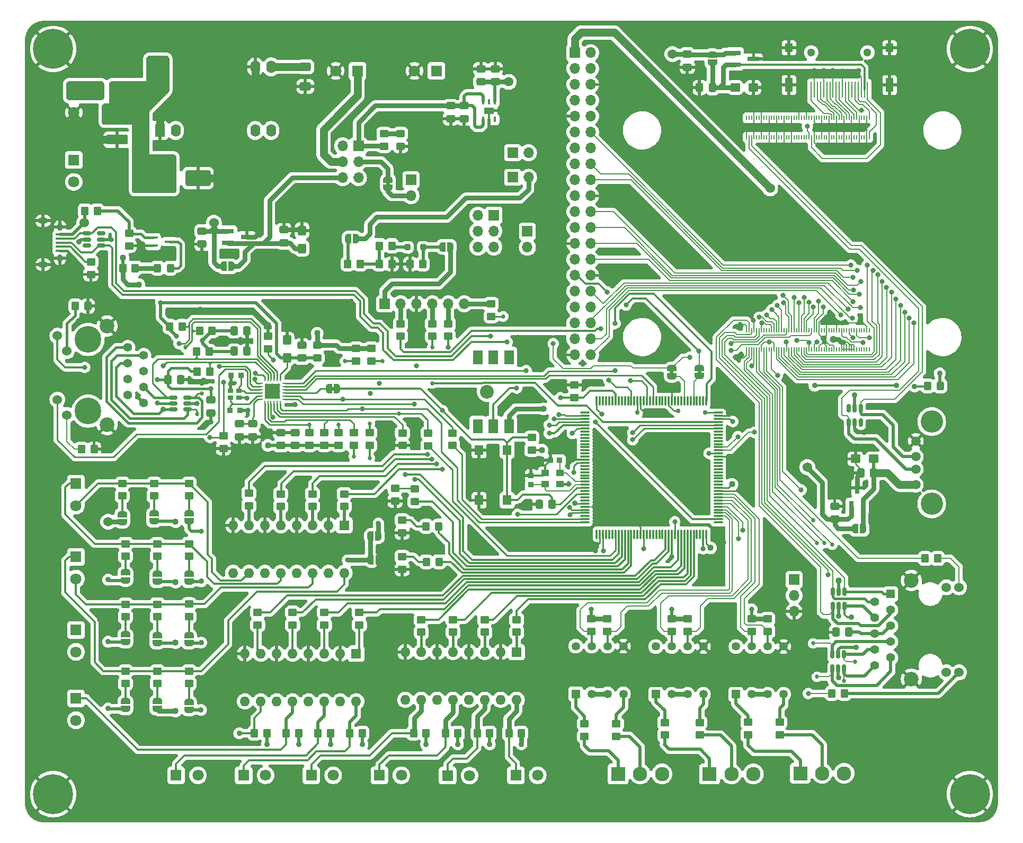
<source format=gbr>
%TF.GenerationSoftware,KiCad,Pcbnew,7.0.2*%
%TF.CreationDate,2023-08-01T13:01:45+02:00*%
%TF.ProjectId,jv_thesis,6a765f74-6865-4736-9973-2e6b69636164,rev?*%
%TF.SameCoordinates,Original*%
%TF.FileFunction,Copper,L1,Top*%
%TF.FilePolarity,Positive*%
%FSLAX46Y46*%
G04 Gerber Fmt 4.6, Leading zero omitted, Abs format (unit mm)*
G04 Created by KiCad (PCBNEW 7.0.2) date 2023-08-01 13:01:45*
%MOMM*%
%LPD*%
G01*
G04 APERTURE LIST*
G04 Aperture macros list*
%AMRoundRect*
0 Rectangle with rounded corners*
0 $1 Rounding radius*
0 $2 $3 $4 $5 $6 $7 $8 $9 X,Y pos of 4 corners*
0 Add a 4 corners polygon primitive as box body*
4,1,4,$2,$3,$4,$5,$6,$7,$8,$9,$2,$3,0*
0 Add four circle primitives for the rounded corners*
1,1,$1+$1,$2,$3*
1,1,$1+$1,$4,$5*
1,1,$1+$1,$6,$7*
1,1,$1+$1,$8,$9*
0 Add four rect primitives between the rounded corners*
20,1,$1+$1,$2,$3,$4,$5,0*
20,1,$1+$1,$4,$5,$6,$7,0*
20,1,$1+$1,$6,$7,$8,$9,0*
20,1,$1+$1,$8,$9,$2,$3,0*%
%AMFreePoly0*
4,1,19,0.500000,-0.750000,0.000000,-0.750000,0.000000,-0.744911,-0.071157,-0.744911,-0.207708,-0.704816,-0.327430,-0.627875,-0.420627,-0.520320,-0.479746,-0.390866,-0.500000,-0.250000,-0.500000,0.250000,-0.479746,0.390866,-0.420627,0.520320,-0.327430,0.627875,-0.207708,0.704816,-0.071157,0.744911,0.000000,0.744911,0.000000,0.750000,0.500000,0.750000,0.500000,-0.750000,0.500000,-0.750000,
$1*%
%AMFreePoly1*
4,1,19,0.000000,0.744911,0.071157,0.744911,0.207708,0.704816,0.327430,0.627875,0.420627,0.520320,0.479746,0.390866,0.500000,0.250000,0.500000,-0.250000,0.479746,-0.390866,0.420627,-0.520320,0.327430,-0.627875,0.207708,-0.704816,0.071157,-0.744911,0.000000,-0.744911,0.000000,-0.750000,-0.500000,-0.750000,-0.500000,0.750000,0.000000,0.750000,0.000000,0.744911,0.000000,0.744911,
$1*%
G04 Aperture macros list end*
%TA.AperFunction,ComponentPad*%
%ADD10R,1.800000X1.800000*%
%TD*%
%TA.AperFunction,ComponentPad*%
%ADD11C,1.800000*%
%TD*%
%TA.AperFunction,SMDPad,CuDef*%
%ADD12FreePoly0,0.000000*%
%TD*%
%TA.AperFunction,SMDPad,CuDef*%
%ADD13FreePoly1,0.000000*%
%TD*%
%TA.AperFunction,SMDPad,CuDef*%
%ADD14RoundRect,0.250000X-0.337500X-0.475000X0.337500X-0.475000X0.337500X0.475000X-0.337500X0.475000X0*%
%TD*%
%TA.AperFunction,SMDPad,CuDef*%
%ADD15FreePoly0,270.000000*%
%TD*%
%TA.AperFunction,SMDPad,CuDef*%
%ADD16FreePoly1,270.000000*%
%TD*%
%TA.AperFunction,SMDPad,CuDef*%
%ADD17RoundRect,0.250000X-0.450000X0.350000X-0.450000X-0.350000X0.450000X-0.350000X0.450000X0.350000X0*%
%TD*%
%TA.AperFunction,SMDPad,CuDef*%
%ADD18RoundRect,0.250000X-1.450000X0.537500X-1.450000X-0.537500X1.450000X-0.537500X1.450000X0.537500X0*%
%TD*%
%TA.AperFunction,SMDPad,CuDef*%
%ADD19RoundRect,0.250000X0.475000X-0.337500X0.475000X0.337500X-0.475000X0.337500X-0.475000X-0.337500X0*%
%TD*%
%TA.AperFunction,SMDPad,CuDef*%
%ADD20RoundRect,0.250000X0.450000X-0.350000X0.450000X0.350000X-0.450000X0.350000X-0.450000X-0.350000X0*%
%TD*%
%TA.AperFunction,SMDPad,CuDef*%
%ADD21RoundRect,0.250000X0.325000X0.450000X-0.325000X0.450000X-0.325000X-0.450000X0.325000X-0.450000X0*%
%TD*%
%TA.AperFunction,SMDPad,CuDef*%
%ADD22R,0.850000X0.750000*%
%TD*%
%TA.AperFunction,ComponentPad*%
%ADD23R,1.700000X1.700000*%
%TD*%
%TA.AperFunction,ComponentPad*%
%ADD24O,1.700000X1.700000*%
%TD*%
%TA.AperFunction,SMDPad,CuDef*%
%ADD25RoundRect,0.250000X-0.350000X-0.450000X0.350000X-0.450000X0.350000X0.450000X-0.350000X0.450000X0*%
%TD*%
%TA.AperFunction,SMDPad,CuDef*%
%ADD26RoundRect,0.250000X-0.325000X-0.450000X0.325000X-0.450000X0.325000X0.450000X-0.325000X0.450000X0*%
%TD*%
%TA.AperFunction,ComponentPad*%
%ADD27R,2.300000X2.300000*%
%TD*%
%TA.AperFunction,ComponentPad*%
%ADD28C,2.300000*%
%TD*%
%TA.AperFunction,SMDPad,CuDef*%
%ADD29R,0.200000X0.700000*%
%TD*%
%TA.AperFunction,SMDPad,CuDef*%
%ADD30R,1.900000X0.800000*%
%TD*%
%TA.AperFunction,SMDPad,CuDef*%
%ADD31RoundRect,0.250000X-0.475000X0.337500X-0.475000X-0.337500X0.475000X-0.337500X0.475000X0.337500X0*%
%TD*%
%TA.AperFunction,SMDPad,CuDef*%
%ADD32RoundRect,0.250000X0.450000X-0.325000X0.450000X0.325000X-0.450000X0.325000X-0.450000X-0.325000X0*%
%TD*%
%TA.AperFunction,ComponentPad*%
%ADD33R,1.600000X1.600000*%
%TD*%
%TA.AperFunction,ComponentPad*%
%ADD34O,1.600000X1.600000*%
%TD*%
%TA.AperFunction,ComponentPad*%
%ADD35C,1.398000*%
%TD*%
%TA.AperFunction,ComponentPad*%
%ADD36C,1.530000*%
%TD*%
%TA.AperFunction,ComponentPad*%
%ADD37C,4.266000*%
%TD*%
%TA.AperFunction,ComponentPad*%
%ADD38C,2.355000*%
%TD*%
%TA.AperFunction,SMDPad,CuDef*%
%ADD39R,0.863600X0.965200*%
%TD*%
%TA.AperFunction,SMDPad,CuDef*%
%ADD40RoundRect,0.250000X-0.250000X-0.250000X0.250000X-0.250000X0.250000X0.250000X-0.250000X0.250000X0*%
%TD*%
%TA.AperFunction,SMDPad,CuDef*%
%ADD41R,1.295400X1.092200*%
%TD*%
%TA.AperFunction,SMDPad,CuDef*%
%ADD42R,0.930000X0.940000*%
%TD*%
%TA.AperFunction,SMDPad,CuDef*%
%ADD43RoundRect,0.250000X0.337500X0.475000X-0.337500X0.475000X-0.337500X-0.475000X0.337500X-0.475000X0*%
%TD*%
%TA.AperFunction,ComponentPad*%
%ADD44R,1.600000X2.000000*%
%TD*%
%TA.AperFunction,ComponentPad*%
%ADD45O,1.600000X2.000000*%
%TD*%
%TA.AperFunction,ComponentPad*%
%ADD46C,1.300000*%
%TD*%
%TA.AperFunction,SMDPad,CuDef*%
%ADD47R,0.280000X2.600000*%
%TD*%
%TA.AperFunction,SMDPad,CuDef*%
%ADD48R,1.300000X1.400000*%
%TD*%
%TA.AperFunction,SMDPad,CuDef*%
%ADD49R,1.300000X2.200000*%
%TD*%
%TA.AperFunction,SMDPad,CuDef*%
%ADD50RoundRect,0.075000X-0.662500X-0.075000X0.662500X-0.075000X0.662500X0.075000X-0.662500X0.075000X0*%
%TD*%
%TA.AperFunction,SMDPad,CuDef*%
%ADD51RoundRect,0.075000X-0.075000X-0.662500X0.075000X-0.662500X0.075000X0.662500X-0.075000X0.662500X0*%
%TD*%
%TA.AperFunction,SMDPad,CuDef*%
%ADD52RoundRect,0.250000X0.425000X-0.537500X0.425000X0.537500X-0.425000X0.537500X-0.425000X-0.537500X0*%
%TD*%
%TA.AperFunction,ComponentPad*%
%ADD53C,0.800000*%
%TD*%
%TA.AperFunction,ComponentPad*%
%ADD54C,6.400000*%
%TD*%
%TA.AperFunction,SMDPad,CuDef*%
%ADD55FreePoly0,180.000000*%
%TD*%
%TA.AperFunction,SMDPad,CuDef*%
%ADD56FreePoly1,180.000000*%
%TD*%
%TA.AperFunction,SMDPad,CuDef*%
%ADD57RoundRect,0.150000X0.150000X-0.512500X0.150000X0.512500X-0.150000X0.512500X-0.150000X-0.512500X0*%
%TD*%
%TA.AperFunction,SMDPad,CuDef*%
%ADD58RoundRect,0.250000X-0.650000X0.412500X-0.650000X-0.412500X0.650000X-0.412500X0.650000X0.412500X0*%
%TD*%
%TA.AperFunction,SMDPad,CuDef*%
%ADD59RoundRect,0.250000X-1.750000X-1.000000X1.750000X-1.000000X1.750000X1.000000X-1.750000X1.000000X0*%
%TD*%
%TA.AperFunction,ComponentPad*%
%ADD60R,1.348000X1.348000*%
%TD*%
%TA.AperFunction,ComponentPad*%
%ADD61C,1.348000*%
%TD*%
%TA.AperFunction,SMDPad,CuDef*%
%ADD62RoundRect,0.150000X0.512500X0.150000X-0.512500X0.150000X-0.512500X-0.150000X0.512500X-0.150000X0*%
%TD*%
%TA.AperFunction,SMDPad,CuDef*%
%ADD63FreePoly0,90.000000*%
%TD*%
%TA.AperFunction,SMDPad,CuDef*%
%ADD64FreePoly1,90.000000*%
%TD*%
%TA.AperFunction,SMDPad,CuDef*%
%ADD65RoundRect,0.250000X-0.537500X-0.425000X0.537500X-0.425000X0.537500X0.425000X-0.537500X0.425000X0*%
%TD*%
%TA.AperFunction,SMDPad,CuDef*%
%ADD66RoundRect,0.250000X-0.450000X0.325000X-0.450000X-0.325000X0.450000X-0.325000X0.450000X0.325000X0*%
%TD*%
%TA.AperFunction,SMDPad,CuDef*%
%ADD67RoundRect,0.250000X0.350000X0.450000X-0.350000X0.450000X-0.350000X-0.450000X0.350000X-0.450000X0*%
%TD*%
%TA.AperFunction,SMDPad,CuDef*%
%ADD68R,0.940000X0.930000*%
%TD*%
%TA.AperFunction,ComponentPad*%
%ADD69C,1.500000*%
%TD*%
%TA.AperFunction,ComponentPad*%
%ADD70C,3.570000*%
%TD*%
%TA.AperFunction,SMDPad,CuDef*%
%ADD71RoundRect,0.250000X0.537500X0.425000X-0.537500X0.425000X-0.537500X-0.425000X0.537500X-0.425000X0*%
%TD*%
%TA.AperFunction,SMDPad,CuDef*%
%ADD72R,1.500000X0.450000*%
%TD*%
%TA.AperFunction,ComponentPad*%
%ADD73R,1.398000X1.398000*%
%TD*%
%TA.AperFunction,SMDPad,CuDef*%
%ADD74RoundRect,0.250001X-0.462499X-0.624999X0.462499X-0.624999X0.462499X0.624999X-0.462499X0.624999X0*%
%TD*%
%TA.AperFunction,SMDPad,CuDef*%
%ADD75R,1.600200X2.311400*%
%TD*%
%TA.AperFunction,ComponentPad*%
%ADD76C,2.209800*%
%TD*%
%TA.AperFunction,SMDPad,CuDef*%
%ADD77R,0.800000X1.900000*%
%TD*%
%TA.AperFunction,SMDPad,CuDef*%
%ADD78RoundRect,0.062500X-0.325000X-0.062500X0.325000X-0.062500X0.325000X0.062500X-0.325000X0.062500X0*%
%TD*%
%TA.AperFunction,SMDPad,CuDef*%
%ADD79RoundRect,0.062500X-0.062500X-0.325000X0.062500X-0.325000X0.062500X0.325000X-0.062500X0.325000X0*%
%TD*%
%TA.AperFunction,ComponentPad*%
%ADD80C,0.500000*%
%TD*%
%TA.AperFunction,SMDPad,CuDef*%
%ADD81R,2.450000X2.450000*%
%TD*%
%TA.AperFunction,SMDPad,CuDef*%
%ADD82RoundRect,0.040000X0.160000X-0.380000X0.160000X0.380000X-0.160000X0.380000X-0.160000X-0.380000X0*%
%TD*%
%TA.AperFunction,SMDPad,CuDef*%
%ADD83RoundRect,0.040000X-0.160000X0.380000X-0.160000X-0.380000X0.160000X-0.380000X0.160000X0.380000X0*%
%TD*%
%TA.AperFunction,SMDPad,CuDef*%
%ADD84R,1.650000X1.140000*%
%TD*%
%TA.AperFunction,SMDPad,CuDef*%
%ADD85R,1.400000X1.600000*%
%TD*%
%TA.AperFunction,SMDPad,CuDef*%
%ADD86R,1.350000X0.400000*%
%TD*%
%TA.AperFunction,ComponentPad*%
%ADD87O,1.550000X1.000000*%
%TD*%
%TA.AperFunction,ComponentPad*%
%ADD88O,0.950000X1.250000*%
%TD*%
%TA.AperFunction,ViaPad*%
%ADD89C,0.800000*%
%TD*%
%TA.AperFunction,ViaPad*%
%ADD90C,0.889000*%
%TD*%
%TA.AperFunction,ViaPad*%
%ADD91C,0.762000*%
%TD*%
%TA.AperFunction,ViaPad*%
%ADD92C,1.524000*%
%TD*%
%TA.AperFunction,ViaPad*%
%ADD93C,1.016000*%
%TD*%
%TA.AperFunction,ViaPad*%
%ADD94C,0.685800*%
%TD*%
%TA.AperFunction,ViaPad*%
%ADD95C,1.143000*%
%TD*%
%TA.AperFunction,Conductor*%
%ADD96C,0.250000*%
%TD*%
%TA.AperFunction,Conductor*%
%ADD97C,0.304800*%
%TD*%
%TA.AperFunction,Conductor*%
%ADD98C,0.762000*%
%TD*%
%TA.AperFunction,Conductor*%
%ADD99C,0.254000*%
%TD*%
%TA.AperFunction,Conductor*%
%ADD100C,0.508000*%
%TD*%
%TA.AperFunction,Conductor*%
%ADD101C,0.203200*%
%TD*%
%TA.AperFunction,Conductor*%
%ADD102C,0.381000*%
%TD*%
%TA.AperFunction,Conductor*%
%ADD103C,1.270000*%
%TD*%
G04 APERTURE END LIST*
%TA.AperFunction,EtchedComponent*%
%TO.C,JP18*%
G36*
X113838000Y-60433000D02*
G01*
X113238000Y-60433000D01*
X113238000Y-59933000D01*
X113838000Y-59933000D01*
X113838000Y-60433000D01*
G37*
%TD.AperFunction*%
%TA.AperFunction,EtchedComponent*%
%TO.C,JP10*%
G36*
X163610100Y-90522000D02*
G01*
X163010100Y-90522000D01*
X163010100Y-90022000D01*
X163610100Y-90022000D01*
X163610100Y-90522000D01*
G37*
%TD.AperFunction*%
%TA.AperFunction,EtchedComponent*%
%TO.C,JP9*%
G36*
X159190500Y-90547400D02*
G01*
X158590500Y-90547400D01*
X158590500Y-90047400D01*
X159190500Y-90047400D01*
X159190500Y-90547400D01*
G37*
%TD.AperFunction*%
%TA.AperFunction,EtchedComponent*%
%TO.C,JP15*%
G36*
X105010000Y-93264000D02*
G01*
X104510000Y-93264000D01*
X104510000Y-92664000D01*
X105010000Y-92664000D01*
X105010000Y-93264000D01*
G37*
%TD.AperFunction*%
%TD*%
D10*
%TO.P,J14,1,1*%
%TO.N,TRIGGER_24V_2*%
X123088700Y-154705000D03*
D11*
%TO.P,J14,2,2*%
%TO.N,+24V*%
X126588700Y-154705000D03*
%TD*%
D12*
%TO.P,JP7,1,A*%
%TO.N,CM4_5V*%
X188199000Y-115316000D03*
D13*
%TO.P,JP7,2,B*%
%TO.N,Net-(JP7-B)*%
X189499000Y-115316000D03*
%TD*%
D14*
%TO.P,C51,1*%
%TO.N,GND*%
X185123000Y-131826000D03*
%TO.P,C51,2*%
%TO.N,Net-(J12-TRCT1)*%
X187198000Y-131826000D03*
%TD*%
D15*
%TO.P,JP25,1,A*%
%TO.N,Net-(JP25-A)*%
X81755700Y-122475000D03*
D16*
%TO.P,JP25,2,B*%
%TO.N,+24V*%
X81755700Y-123775000D03*
%TD*%
D17*
%TO.P,R39,1*%
%TO.N,3V3_PER*%
X158877000Y-129683000D03*
%TO.P,R39,2*%
%TO.N,ENC_GPIO_3*%
X158877000Y-131683000D03*
%TD*%
D10*
%TO.P,J15,1,1*%
%TO.N,TRIGGER_24V_3*%
X112188700Y-154675000D03*
D11*
%TO.P,J15,2,2*%
%TO.N,+24V*%
X115688700Y-154675000D03*
%TD*%
D18*
%TO.P,C38,1*%
%TO.N,/VinDC*%
X70231000Y-48895000D03*
%TO.P,C38,2*%
%TO.N,GND*%
X70231000Y-53170000D03*
%TD*%
D17*
%TO.P,R54,1*%
%TO.N,TRIGGER_GPIO_6*%
X103390200Y-128672000D03*
%TO.P,R54,2*%
%TO.N,Net-(R54-Pad2)*%
X103390200Y-130672000D03*
%TD*%
D19*
%TO.P,C59,1*%
%TO.N,/3V3_F*%
X128397000Y-43942000D03*
%TO.P,C59,2*%
%TO.N,GND*%
X128397000Y-41867000D03*
%TD*%
D10*
%TO.P,J27,1,1*%
%TO.N,TRIGGER_xxV_9*%
X63687700Y-119779000D03*
D11*
%TO.P,J27,2,2*%
%TO.N,TRIGGER_xxV_10*%
X63687700Y-123279000D03*
%TD*%
D20*
%TO.P,R12,1*%
%TO.N,NRST*%
X123190000Y-84582000D03*
%TO.P,R12,2*%
%TO.N,/SW_NRST*%
X123190000Y-82582000D03*
%TD*%
D19*
%TO.P,C64,1*%
%TO.N,CM4_5V*%
X184940000Y-113767500D03*
%TO.P,C64,2*%
%TO.N,GND*%
X184940000Y-111692500D03*
%TD*%
D21*
%TO.P,D3,1,K*%
%TO.N,Net-(D3-K)*%
X78773700Y-73679000D03*
%TO.P,D3,2,A*%
%TO.N,Net-(D3-A)*%
X76723700Y-73679000D03*
%TD*%
D22*
%TO.P,CRYSTAL2,1,IN/OUT*%
%TO.N,Net-(CRYSTAL2-IN{slash}OUT)*%
X88385700Y-94351000D03*
%TO.P,CRYSTAL2,2,GND*%
%TO.N,GND*%
X89735700Y-94351000D03*
%TO.P,CRYSTAL2,3,OUT/IN*%
%TO.N,Net-(CRYSTAL2-OUT{slash}IN)*%
X89735700Y-93301000D03*
%TO.P,CRYSTAL2,4,GND*%
%TO.N,GND*%
X88385700Y-93301000D03*
%TD*%
D17*
%TO.P,R42,1*%
%TO.N,3V3_PER*%
X171704000Y-129683000D03*
%TO.P,R42,2*%
%TO.N,ENC_GPIO_5*%
X171704000Y-131683000D03*
%TD*%
D23*
%TO.P,J4,1,Pin_1*%
%TO.N,+3.3V*%
X130475700Y-65215000D03*
D24*
%TO.P,J4,2,Pin_2*%
%TO.N,/3V3_F*%
X127935700Y-65215000D03*
%TO.P,J4,3,Pin_3*%
%TO.N,+3.3V*%
X130475700Y-67755000D03*
%TO.P,J4,4,Pin_4*%
%TO.N,E3V3*%
X127935700Y-67755000D03*
%TO.P,J4,5,Pin_5*%
%TO.N,unconnected-(J4-Pin_5-Pad5)*%
X130475700Y-70295000D03*
%TO.P,J4,6,Pin_6*%
%TO.N,unconnected-(J4-Pin_6-Pad6)*%
X127935700Y-70295000D03*
%TD*%
D25*
%TO.P,R59,1*%
%TO.N,TRIGGER_24V_7*%
X97294200Y-147944000D03*
%TO.P,R59,2*%
%TO.N,+24V*%
X99294200Y-147944000D03*
%TD*%
D15*
%TO.P,JP21,1,A*%
%TO.N,Net-(JP21-A)*%
X71595700Y-142795000D03*
D16*
%TO.P,JP21,2,B*%
%TO.N,+5V*%
X71595700Y-144095000D03*
%TD*%
D17*
%TO.P,R66,1*%
%TO.N,TRIGGER_GPIO_11*%
X96393000Y-109760000D03*
%TO.P,R66,2*%
%TO.N,Net-(R66-Pad2)*%
X96393000Y-111760000D03*
%TD*%
D26*
%TO.P,D1,1,K*%
%TO.N,Net-(D1-K)*%
X199785700Y-92495000D03*
%TO.P,D1,2,A*%
%TO.N,CM4_3V3*%
X201835700Y-92495000D03*
%TD*%
D23*
%TO.P,J31,1,Pin_1*%
%TO.N,USART3_RX*%
X178440000Y-123420000D03*
D24*
%TO.P,J31,2,Pin_2*%
%TO.N,USART3_TX*%
X178440000Y-125960000D03*
%TO.P,J31,3,Pin_3*%
%TO.N,GND*%
X178440000Y-128500000D03*
%TD*%
D20*
%TO.P,R2,1*%
%TO.N,ENC_24V_1*%
X144972200Y-148466000D03*
%TO.P,R2,2*%
%TO.N,Net-(U15-A1)*%
X144972200Y-146466000D03*
%TD*%
D27*
%TO.P,J19,1,Pin_1*%
%TO.N,ENC_24V_5*%
X179438700Y-154350000D03*
D28*
%TO.P,J19,2,Pin_2*%
%TO.N,ENC_24V_6*%
X182938700Y-154350000D03*
%TO.P,J19,3,Pin_3*%
%TO.N,/REF_Lev3*%
X186438700Y-154350000D03*
%TD*%
D25*
%TO.P,R57,1*%
%TO.N,TRIGGER_24V_5*%
X107454200Y-147944000D03*
%TO.P,R57,2*%
%TO.N,+24V*%
X109454200Y-147944000D03*
%TD*%
D29*
%TO.P,Module1,1,GND*%
%TO.N,GND*%
X170843700Y-86689000D03*
%TO.P,Module1,2,GND*%
X170843700Y-83609000D03*
%TO.P,Module1,3,Ethernet_Pair3_P*%
%TO.N,/TRD3_P*%
X171243700Y-86689000D03*
%TO.P,Module1,4,Ethernet_Pair1_P*%
%TO.N,/TRD1_P*%
X171243700Y-83609000D03*
%TO.P,Module1,5,Ethernet_Pair3_N*%
%TO.N,/TRD3_N*%
X171643700Y-86689000D03*
%TO.P,Module1,6,Ethernet_Pair1_N*%
%TO.N,/TRD1_N*%
X171643700Y-83609000D03*
%TO.P,Module1,7,GND*%
%TO.N,GND*%
X172043700Y-86689000D03*
%TO.P,Module1,8,GND*%
X172043700Y-83609000D03*
%TO.P,Module1,9,Ethernet_Pair2_N*%
%TO.N,/TRD2_N*%
X172443700Y-86689000D03*
%TO.P,Module1,10,Ethernet_Pair0_N*%
%TO.N,/TRD0_N*%
X172443700Y-83609000D03*
%TO.P,Module1,11,Ethernet_Pair2_P*%
%TO.N,/TRD2_P*%
X172843700Y-86689000D03*
%TO.P,Module1,12,Ethernet_Pair0_P*%
%TO.N,/TRD0_P*%
X172843700Y-83609000D03*
%TO.P,Module1,13,GND*%
%TO.N,GND*%
X173243700Y-86689000D03*
%TO.P,Module1,14,GND*%
X173243700Y-83609000D03*
%TO.P,Module1,15,Ethernet_nLED3(3.3v)*%
%TO.N,/ETH_LEDY*%
X173643700Y-86689000D03*
%TO.P,Module1,16,Ethernet_SYNC_IN(1.8v)*%
%TO.N,unconnected-(Module1A-Ethernet_SYNC_IN(1.8v)-Pad16)*%
X173643700Y-83609000D03*
%TO.P,Module1,17,Ethernet_nLED2(3.3v)*%
%TO.N,/ETH_LEDG*%
X174043700Y-86689000D03*
%TO.P,Module1,18,Ethernet_SYNC_OUT(1.8v)*%
%TO.N,unconnected-(Module1A-Ethernet_SYNC_OUT(1.8v)-Pad18)*%
X174043700Y-83609000D03*
%TO.P,Module1,19,Ethernet_nLED1(3.3v)*%
%TO.N,unconnected-(Module1A-Ethernet_nLED1(3.3v)-Pad19)*%
X174443700Y-86689000D03*
%TO.P,Module1,20,EEPROM_nWP*%
%TO.N,unconnected-(Module1A-EEPROM_nWP-Pad20)*%
X174443700Y-83609000D03*
%TO.P,Module1,21,PI_nLED_Activity*%
%TO.N,Net-(Module1A-PI_nLED_Activity)*%
X174843700Y-86689000D03*
%TO.P,Module1,22,GND*%
%TO.N,GND*%
X174843700Y-83609000D03*
%TO.P,Module1,23,GND*%
X175243700Y-86689000D03*
%TO.P,Module1,24,GPIO26*%
%TO.N,/GPIO26*%
X175243700Y-83609000D03*
%TO.P,Module1,25,GPIO21*%
%TO.N,/GPIO21*%
X175643700Y-86689000D03*
%TO.P,Module1,26,GPIO19*%
%TO.N,/GPIO19*%
X175643700Y-83609000D03*
%TO.P,Module1,27,GPIO20*%
%TO.N,/GPIO20*%
X176043700Y-86689000D03*
%TO.P,Module1,28,GPIO13*%
%TO.N,/GPIO13*%
X176043700Y-83609000D03*
%TO.P,Module1,29,GPIO16*%
%TO.N,/GPIO16*%
X176443700Y-86689000D03*
%TO.P,Module1,30,GPIO6*%
%TO.N,/GPIO6*%
X176443700Y-83609000D03*
%TO.P,Module1,31,GPIO12*%
%TO.N,/GPIO12*%
X176843700Y-86689000D03*
%TO.P,Module1,32,GND*%
%TO.N,unconnected-(Module1A-GND-Pad32)*%
X176843700Y-83609000D03*
%TO.P,Module1,33,GND*%
%TO.N,GND*%
X177243700Y-86689000D03*
%TO.P,Module1,34,GPIO5*%
%TO.N,CM4_RXD3*%
X177243700Y-83609000D03*
%TO.P,Module1,35,ID_SC*%
%TO.N,/ID_SC*%
X177643700Y-86689000D03*
%TO.P,Module1,36,ID_SD*%
%TO.N,/ID_SD*%
X177643700Y-83609000D03*
%TO.P,Module1,37,GPIO7*%
%TO.N,/GPIO7*%
X178043700Y-86689000D03*
%TO.P,Module1,38,GPIO11*%
%TO.N,/GPIO11*%
X178043700Y-83609000D03*
%TO.P,Module1,39,GPIO8*%
%TO.N,CM4_TXD4*%
X178443700Y-86689000D03*
%TO.P,Module1,40,GPIO9*%
%TO.N,CM4_RXD4*%
X178443700Y-83609000D03*
%TO.P,Module1,41,GPIO25*%
%TO.N,/GPIO25*%
X178843700Y-86689000D03*
%TO.P,Module1,42,GND*%
%TO.N,unconnected-(Module1A-GND-Pad42)*%
X178843700Y-83609000D03*
%TO.P,Module1,43,GND*%
%TO.N,unconnected-(Module1A-GND-Pad43)*%
X179243700Y-86689000D03*
%TO.P,Module1,44,GPIO10*%
%TO.N,/GPIO10*%
X179243700Y-83609000D03*
%TO.P,Module1,45,GPIO24*%
%TO.N,/GPIO24*%
X179643700Y-86689000D03*
%TO.P,Module1,46,GPIO22*%
%TO.N,/GPIO22*%
X179643700Y-83609000D03*
%TO.P,Module1,47,GPIO23*%
%TO.N,/GPIO23*%
X180043700Y-86689000D03*
%TO.P,Module1,48,GPIO27*%
%TO.N,/GPIO27*%
X180043700Y-83609000D03*
%TO.P,Module1,49,GPIO18*%
%TO.N,/GPIO18*%
X180443700Y-86689000D03*
%TO.P,Module1,50,GPIO17*%
%TO.N,/GPIO17*%
X180443700Y-83609000D03*
%TO.P,Module1,51,GPIO15*%
%TO.N,CM4_RXD0*%
X180843700Y-86689000D03*
%TO.P,Module1,52,GND*%
%TO.N,unconnected-(Module1A-GND-Pad52)*%
X180843700Y-83609000D03*
%TO.P,Module1,53,GND*%
%TO.N,unconnected-(Module1A-GND-Pad53)*%
X181243700Y-86689000D03*
%TO.P,Module1,54,GPIO4*%
%TO.N,CM4_TXD3*%
X181243700Y-83609000D03*
%TO.P,Module1,55,GPIO14*%
%TO.N,CM4_TXD0*%
X181643700Y-86689000D03*
%TO.P,Module1,56,GPIO3*%
%TO.N,/GPIO3*%
X181643700Y-83609000D03*
%TO.P,Module1,57,SD_CLK*%
%TO.N,unconnected-(Module1A-SD_CLK-Pad57)*%
X182043700Y-86689000D03*
%TO.P,Module1,58,GPIO2*%
%TO.N,/GPIO2*%
X182043700Y-83609000D03*
%TO.P,Module1,59,GND*%
%TO.N,GND*%
X182443700Y-86689000D03*
%TO.P,Module1,60,GND*%
X182443700Y-83609000D03*
%TO.P,Module1,61,SD_DAT3*%
%TO.N,unconnected-(Module1A-SD_DAT3-Pad61)*%
X182843700Y-86689000D03*
%TO.P,Module1,62,SD_CMD*%
%TO.N,unconnected-(Module1A-SD_CMD-Pad62)*%
X182843700Y-83609000D03*
%TO.P,Module1,63,SD_DAT0*%
%TO.N,unconnected-(Module1A-SD_DAT0-Pad63)*%
X183243700Y-86689000D03*
%TO.P,Module1,64,SD_DAT5*%
%TO.N,unconnected-(Module1A-SD_DAT5-Pad64)*%
X183243700Y-83609000D03*
%TO.P,Module1,65,GND*%
%TO.N,GND*%
X183643700Y-86689000D03*
%TO.P,Module1,66,GND*%
X183643700Y-83609000D03*
%TO.P,Module1,67,SD_DAT1*%
%TO.N,unconnected-(Module1A-SD_DAT1-Pad67)*%
X184043700Y-86689000D03*
%TO.P,Module1,68,SD_DAT4*%
%TO.N,unconnected-(Module1A-SD_DAT4-Pad68)*%
X184043700Y-83609000D03*
%TO.P,Module1,69,SD_DAT2*%
%TO.N,unconnected-(Module1A-SD_DAT2-Pad69)*%
X184443700Y-86689000D03*
%TO.P,Module1,70,SD_DAT7*%
%TO.N,unconnected-(Module1A-SD_DAT7-Pad70)*%
X184443700Y-83609000D03*
%TO.P,Module1,71,GND*%
%TO.N,GND*%
X184843700Y-86689000D03*
%TO.P,Module1,72,SD_DAT6*%
%TO.N,unconnected-(Module1A-SD_DAT6-Pad72)*%
X184843700Y-83609000D03*
%TO.P,Module1,73,SD_VDD_Override*%
%TO.N,unconnected-(Module1A-SD_VDD_Override-Pad73)*%
X185243700Y-86689000D03*
%TO.P,Module1,74,GND*%
%TO.N,GND*%
X185243700Y-83609000D03*
%TO.P,Module1,75,SD_PWR_ON*%
%TO.N,unconnected-(Module1A-SD_PWR_ON-Pad75)*%
X185643700Y-86689000D03*
%TO.P,Module1,76,Reserved*%
%TO.N,unconnected-(Module1A-Reserved-Pad76)*%
X185643700Y-83609000D03*
%TO.P,Module1,77,+5v_(Input)*%
%TO.N,CM4_5V*%
X186043700Y-86689000D03*
%TO.P,Module1,78,GPIO_VREF(1.8v/3.3v_Input)*%
%TO.N,Net-(#FLG010-pwr)*%
X186043700Y-83609000D03*
%TO.P,Module1,79,+5v_(Input)*%
%TO.N,CM4_5V*%
X186443700Y-86689000D03*
%TO.P,Module1,80,SCL0*%
%TO.N,unconnected-(Module1A-SCL0-Pad80)*%
X186443700Y-83609000D03*
%TO.P,Module1,81,+5v_(Input)*%
%TO.N,CM4_5V*%
X186843700Y-86689000D03*
%TO.P,Module1,82,SDA0*%
%TO.N,unconnected-(Module1A-SDA0-Pad82)*%
X186843700Y-83609000D03*
%TO.P,Module1,83,+5v_(Input)*%
%TO.N,CM4_5V*%
X187243700Y-86689000D03*
%TO.P,Module1,84,+3.3v_(Output)*%
%TO.N,Net-(JP8-A)*%
X187243700Y-83609000D03*
%TO.P,Module1,85,+5v_(Input)*%
%TO.N,CM4_5V*%
X187643700Y-86689000D03*
%TO.P,Module1,86,+3.3v_(Output)*%
%TO.N,unconnected-(Module1A-+3.3v_(Output)-Pad86)*%
X187643700Y-83609000D03*
%TO.P,Module1,87,+5v_(Input)*%
%TO.N,CM4_5V*%
X188043700Y-86689000D03*
%TO.P,Module1,88,+1.8v_(Output)*%
%TO.N,unconnected-(Module1A-+1.8v_(Output)-Pad88)*%
X188043700Y-83609000D03*
%TO.P,Module1,89,WiFi_nDisable*%
%TO.N,unconnected-(Module1A-WiFi_nDisable-Pad89)*%
X188443700Y-86689000D03*
%TO.P,Module1,90,+1.8v_(Output)*%
%TO.N,Net-(JP16-A)*%
X188443700Y-83609000D03*
%TO.P,Module1,91,BT_nDisable*%
%TO.N,unconnected-(Module1A-BT_nDisable-Pad91)*%
X188843700Y-86689000D03*
%TO.P,Module1,92,RUN_PG*%
%TO.N,unconnected-(Module1A-RUN_PG-Pad92)*%
X188843700Y-83609000D03*
%TO.P,Module1,93,nRPIBOOT*%
%TO.N,unconnected-(Module1A-nRPIBOOT-Pad93)*%
X189243700Y-86689000D03*
%TO.P,Module1,94,AnalogIP1*%
%TO.N,unconnected-(Module1A-AnalogIP1-Pad94)*%
X189243700Y-83609000D03*
%TO.P,Module1,95,nPI_LED_PWR*%
%TO.N,unconnected-(Module1A-nPI_LED_PWR-Pad95)*%
X189643700Y-86689000D03*
%TO.P,Module1,96,AnalogIP0*%
%TO.N,unconnected-(Module1A-AnalogIP0-Pad96)*%
X189643700Y-83609000D03*
%TO.P,Module1,97,Camera_GPIO*%
%TO.N,unconnected-(Module1A-Camera_GPIO-Pad97)*%
X190043700Y-86689000D03*
%TO.P,Module1,98,GND*%
%TO.N,GND*%
X190043700Y-83609000D03*
%TO.P,Module1,99,Global_EN*%
%TO.N,unconnected-(Module1A-Global_EN-Pad99)*%
X190443700Y-86689000D03*
%TO.P,Module1,100,nEXTRST*%
%TO.N,unconnected-(Module1A-nEXTRST-Pad100)*%
X190443700Y-83609000D03*
%TO.P,Module1,101,USB_OTG_ID*%
%TO.N,GND*%
X170843700Y-52769000D03*
%TO.P,Module1,102,PCIe_CLK_nREQ*%
%TO.N,unconnected-(Module1B-PCIe_CLK_nREQ-Pad102)*%
X170843700Y-49689000D03*
%TO.P,Module1,103,USB2_N*%
%TO.N,CM4_USB_DM_-*%
X171243700Y-52769000D03*
%TO.P,Module1,104,Reserved*%
%TO.N,unconnected-(Module1B-Reserved-Pad104)*%
X171243700Y-49689000D03*
%TO.P,Module1,105,USB2_P*%
%TO.N,CM4_USB_DP_+*%
X171643700Y-52769000D03*
%TO.P,Module1,106,Reserved*%
%TO.N,unconnected-(Module1B-Reserved-Pad106)*%
X171643700Y-49689000D03*
%TO.P,Module1,107,GND*%
%TO.N,GND*%
X172043700Y-52769000D03*
%TO.P,Module1,108,GND*%
X172043700Y-49689000D03*
%TO.P,Module1,109,PCIe_nRST*%
%TO.N,unconnected-(Module1B-PCIe_nRST-Pad109)*%
X172443700Y-52769000D03*
%TO.P,Module1,110,PCIe_CLK_P*%
%TO.N,unconnected-(Module1B-PCIe_CLK_P-Pad110)*%
X172443700Y-49689000D03*
%TO.P,Module1,111,VDAC_COMP*%
%TO.N,unconnected-(Module1B-VDAC_COMP-Pad111)*%
X172843700Y-52769000D03*
%TO.P,Module1,112,PCIe_CLK_N*%
%TO.N,unconnected-(Module1B-PCIe_CLK_N-Pad112)*%
X172843700Y-49689000D03*
%TO.P,Module1,113,GND*%
%TO.N,GND*%
X173243700Y-52769000D03*
%TO.P,Module1,114,GND*%
X173243700Y-49689000D03*
%TO.P,Module1,115,CAM1_D0_N*%
%TO.N,unconnected-(Module1B-CAM1_D0_N-Pad115)*%
X173643700Y-52769000D03*
%TO.P,Module1,116,PCIe_RX_P*%
%TO.N,unconnected-(Module1B-PCIe_RX_P-Pad116)*%
X173643700Y-49689000D03*
%TO.P,Module1,117,CAM1_D0_P*%
%TO.N,unconnected-(Module1B-CAM1_D0_P-Pad117)*%
X174043700Y-52769000D03*
%TO.P,Module1,118,PCIe_RX_N*%
%TO.N,unconnected-(Module1B-PCIe_RX_N-Pad118)*%
X174043700Y-49689000D03*
%TO.P,Module1,119,GND*%
%TO.N,GND*%
X174443700Y-52769000D03*
%TO.P,Module1,120,GND*%
X174443700Y-49689000D03*
%TO.P,Module1,121,CAM1_D1_N*%
%TO.N,unconnected-(Module1B-CAM1_D1_N-Pad121)*%
X174843700Y-52769000D03*
%TO.P,Module1,122,PCIe_TX_P*%
%TO.N,unconnected-(Module1B-PCIe_TX_P-Pad122)*%
X174843700Y-49689000D03*
%TO.P,Module1,123,CAM1_D1_P*%
%TO.N,unconnected-(Module1B-CAM1_D1_P-Pad123)*%
X175243700Y-52769000D03*
%TO.P,Module1,124,PCIe_TX_N*%
%TO.N,unconnected-(Module1B-PCIe_TX_N-Pad124)*%
X175243700Y-49689000D03*
%TO.P,Module1,125,GND*%
%TO.N,GND*%
X175643700Y-52769000D03*
%TO.P,Module1,126,GND*%
X175643700Y-49689000D03*
%TO.P,Module1,127,CAM1_C_N*%
%TO.N,unconnected-(Module1B-CAM1_C_N-Pad127)*%
X176043700Y-52769000D03*
%TO.P,Module1,128,CAM0_D0_N*%
%TO.N,unconnected-(Module1B-CAM0_D0_N-Pad128)*%
X176043700Y-49689000D03*
%TO.P,Module1,129,CAM1_C_P*%
%TO.N,unconnected-(Module1B-CAM1_C_P-Pad129)*%
X176443700Y-52769000D03*
%TO.P,Module1,130,CAM0_D0_P*%
%TO.N,unconnected-(Module1B-CAM0_D0_P-Pad130)*%
X176443700Y-49689000D03*
%TO.P,Module1,131,GND*%
%TO.N,GND*%
X176843700Y-52769000D03*
%TO.P,Module1,132,GND*%
X176843700Y-49689000D03*
%TO.P,Module1,133,CAM1_D2_N*%
%TO.N,unconnected-(Module1B-CAM1_D2_N-Pad133)*%
X177243700Y-52769000D03*
%TO.P,Module1,134,CAM0_D1_N*%
%TO.N,unconnected-(Module1B-CAM0_D1_N-Pad134)*%
X177243700Y-49689000D03*
%TO.P,Module1,135,CAM1_D2_P*%
%TO.N,unconnected-(Module1B-CAM1_D2_P-Pad135)*%
X177643700Y-52769000D03*
%TO.P,Module1,136,CAM0_D1_P*%
%TO.N,unconnected-(Module1B-CAM0_D1_P-Pad136)*%
X177643700Y-49689000D03*
%TO.P,Module1,137,GND*%
%TO.N,GND*%
X178043700Y-52769000D03*
%TO.P,Module1,138,GND*%
X178043700Y-49689000D03*
%TO.P,Module1,139,CAM1_D3_N*%
%TO.N,unconnected-(Module1B-CAM1_D3_N-Pad139)*%
X178443700Y-52769000D03*
%TO.P,Module1,140,CAM0_C_N*%
%TO.N,unconnected-(Module1B-CAM0_C_N-Pad140)*%
X178443700Y-49689000D03*
%TO.P,Module1,141,CAM1_D3_P*%
%TO.N,unconnected-(Module1B-CAM1_D3_P-Pad141)*%
X178843700Y-52769000D03*
%TO.P,Module1,142,CAM0_C_P*%
%TO.N,unconnected-(Module1B-CAM0_C_P-Pad142)*%
X178843700Y-49689000D03*
%TO.P,Module1,143,HDMI1_HOTPLUG*%
%TO.N,unconnected-(Module1B-HDMI1_HOTPLUG-Pad143)*%
X179243700Y-52769000D03*
%TO.P,Module1,144,GND*%
%TO.N,GND*%
X179243700Y-49689000D03*
%TO.P,Module1,145,HDMI1_SDA*%
%TO.N,unconnected-(Module1B-HDMI1_SDA-Pad145)*%
X179643700Y-52769000D03*
%TO.P,Module1,146,HDMI1_TX2_P*%
%TO.N,unconnected-(Module1B-HDMI1_TX2_P-Pad146)*%
X179643700Y-49689000D03*
%TO.P,Module1,147,HDMI1_SCL*%
%TO.N,unconnected-(Module1B-HDMI1_SCL-Pad147)*%
X180043700Y-52769000D03*
%TO.P,Module1,148,HDMI1_TX2_N*%
%TO.N,unconnected-(Module1B-HDMI1_TX2_N-Pad148)*%
X180043700Y-49689000D03*
%TO.P,Module1,149,HDMI1_CEC*%
%TO.N,unconnected-(Module1B-HDMI1_CEC-Pad149)*%
X180443700Y-52769000D03*
%TO.P,Module1,150,GND*%
%TO.N,GND*%
X180443700Y-49689000D03*
%TO.P,Module1,151,HDMI0_CEC*%
%TO.N,/HDMI0_CEC*%
X180843700Y-52769000D03*
%TO.P,Module1,152,HDMI1_TX1_P*%
%TO.N,unconnected-(Module1B-HDMI1_TX1_P-Pad152)*%
X180843700Y-49689000D03*
%TO.P,Module1,153,HDMI0_HOTPLUG*%
%TO.N,/HDMI0_HOTPLUG*%
X181243700Y-52769000D03*
%TO.P,Module1,154,HDMI1_TX1_N*%
%TO.N,unconnected-(Module1B-HDMI1_TX1_N-Pad154)*%
X181243700Y-49689000D03*
%TO.P,Module1,155,GND*%
%TO.N,GND*%
X181643700Y-52769000D03*
%TO.P,Module1,156,GND*%
X181643700Y-49689000D03*
%TO.P,Module1,157,DSI0_D0_N*%
%TO.N,unconnected-(Module1B-DSI0_D0_N-Pad157)*%
X182043700Y-52769000D03*
%TO.P,Module1,158,HDMI1_TX0_P*%
%TO.N,unconnected-(Module1B-HDMI1_TX0_P-Pad158)*%
X182043700Y-49689000D03*
%TO.P,Module1,159,DSI0_D0_P*%
%TO.N,unconnected-(Module1B-DSI0_D0_P-Pad159)*%
X182443700Y-52769000D03*
%TO.P,Module1,160,HDMI1_TX0_N*%
%TO.N,unconnected-(Module1B-HDMI1_TX0_N-Pad160)*%
X182443700Y-49689000D03*
%TO.P,Module1,161,GND*%
%TO.N,GND*%
X182843700Y-52769000D03*
%TO.P,Module1,162,GND*%
X182843700Y-49689000D03*
%TO.P,Module1,163,DSI0_D1_N*%
%TO.N,unconnected-(Module1B-DSI0_D1_N-Pad163)*%
X183243700Y-52769000D03*
%TO.P,Module1,164,HDMI1_CLK_P*%
%TO.N,unconnected-(Module1B-HDMI1_CLK_P-Pad164)*%
X183243700Y-49689000D03*
%TO.P,Module1,165,DSI0_D1_P*%
%TO.N,unconnected-(Module1B-DSI0_D1_P-Pad165)*%
X183643700Y-52769000D03*
%TO.P,Module1,166,HDMI1_CLK_N*%
%TO.N,unconnected-(Module1B-HDMI1_CLK_N-Pad166)*%
X183643700Y-49689000D03*
%TO.P,Module1,167,GND*%
%TO.N,GND*%
X184043700Y-52769000D03*
%TO.P,Module1,168,GND*%
X184043700Y-49689000D03*
%TO.P,Module1,169,DSI0_C_N*%
%TO.N,unconnected-(Module1B-DSI0_C_N-Pad169)*%
X184443700Y-52769000D03*
%TO.P,Module1,170,HDMI0_TX2_P*%
%TO.N,/HDMI0_D2_P*%
X184443700Y-49689000D03*
%TO.P,Module1,171,DSI0_C_P*%
%TO.N,unconnected-(Module1B-DSI0_C_P-Pad171)*%
X184843700Y-52769000D03*
%TO.P,Module1,172,HDMI0_TX2_N*%
%TO.N,/HDMI0_D2_N*%
X184843700Y-49689000D03*
%TO.P,Module1,173,GND*%
%TO.N,GND*%
X185243700Y-52769000D03*
%TO.P,Module1,174,GND*%
X185243700Y-49689000D03*
%TO.P,Module1,175,DSI1_D0_N*%
%TO.N,unconnected-(Module1B-DSI1_D0_N-Pad175)*%
X185643700Y-52769000D03*
%TO.P,Module1,176,HDMI0_TX1_P*%
%TO.N,/HDMI0_D1_P*%
X185643700Y-49689000D03*
%TO.P,Module1,177,DSI1_D0_P*%
%TO.N,unconnected-(Module1B-DSI1_D0_P-Pad177)*%
X186043700Y-52769000D03*
%TO.P,Module1,178,HDMI0_TX1_N*%
%TO.N,/HDMI0_D1_N*%
X186043700Y-49689000D03*
%TO.P,Module1,179,GND*%
%TO.N,GND*%
X186443700Y-52769000D03*
%TO.P,Module1,180,GND*%
X186443700Y-49689000D03*
%TO.P,Module1,181,DSI1_D1_N*%
%TO.N,unconnected-(Module1B-DSI1_D1_N-Pad181)*%
X186843700Y-52769000D03*
%TO.P,Module1,182,HDMI0_TX0_P*%
%TO.N,/HDMI0_D0_P*%
X186843700Y-49689000D03*
%TO.P,Module1,183,DSI1_D1_P*%
%TO.N,unconnected-(Module1B-DSI1_D1_P-Pad183)*%
X187243700Y-52769000D03*
%TO.P,Module1,184,HDMI0_TX0_N*%
%TO.N,/HDMI0_D0_N*%
X187243700Y-49689000D03*
%TO.P,Module1,185,GND*%
%TO.N,GND*%
X187643700Y-52769000D03*
%TO.P,Module1,186,GND*%
X187643700Y-49689000D03*
%TO.P,Module1,187,DSI1_C_N*%
%TO.N,unconnected-(Module1B-DSI1_C_N-Pad187)*%
X188043700Y-52769000D03*
%TO.P,Module1,188,HDMI0_CLK_P*%
%TO.N,/HDMI0_CK_P*%
X188043700Y-49689000D03*
%TO.P,Module1,189,DSI1_C_P*%
%TO.N,unconnected-(Module1B-DSI1_C_P-Pad189)*%
X188443700Y-52769000D03*
%TO.P,Module1,190,HDMI0_CLK_N*%
%TO.N,/HDMI0_CK_N*%
X188443700Y-49689000D03*
%TO.P,Module1,191,GND*%
%TO.N,GND*%
X188843700Y-52769000D03*
%TO.P,Module1,192,GND*%
X188843700Y-49689000D03*
%TO.P,Module1,193,DSI1_D2_N*%
%TO.N,unconnected-(Module1B-DSI1_D2_N-Pad193)*%
X189243700Y-52769000D03*
%TO.P,Module1,194,DSI1_D3_N*%
%TO.N,unconnected-(Module1B-DSI1_D3_N-Pad194)*%
X189243700Y-49689000D03*
%TO.P,Module1,195,DSI1_D2_P*%
%TO.N,unconnected-(Module1B-DSI1_D2_P-Pad195)*%
X189643700Y-52769000D03*
%TO.P,Module1,196,DSI1_D3_P*%
%TO.N,unconnected-(Module1B-DSI1_D3_P-Pad196)*%
X189643700Y-49689000D03*
%TO.P,Module1,197,GND*%
%TO.N,GND*%
X190043700Y-52769000D03*
%TO.P,Module1,198,GND*%
X190043700Y-49689000D03*
%TO.P,Module1,199,HDMI0_SDA*%
%TO.N,/HDMI0_SDA*%
X190443700Y-52769000D03*
%TO.P,Module1,200,HDMI0_SCL*%
%TO.N,/HDMI0_SCL*%
X190443700Y-49689000D03*
%TD*%
D17*
%TO.P,R68,1*%
%TO.N,TRIGGER_xxV_9*%
X81755700Y-138031000D03*
%TO.P,R68,2*%
%TO.N,Net-(JP19-A)*%
X81755700Y-140031000D03*
%TD*%
D20*
%TO.P,R1,1*%
%TO.N,/BOOT0*%
X143345700Y-94335000D03*
%TO.P,R1,2*%
%TO.N,GND*%
X143345700Y-92335000D03*
%TD*%
%TO.P,R22,1*%
%TO.N,ETH_REF_CLK*%
X123862900Y-101995800D03*
%TO.P,R22,2*%
%TO.N,Net-(U6-~{INT}{slash}REFCLKO)*%
X123862900Y-99995800D03*
%TD*%
D15*
%TO.P,JP19,1,A*%
%TO.N,Net-(JP19-A)*%
X81755700Y-142937000D03*
D16*
%TO.P,JP19,2,B*%
%TO.N,+24V*%
X81755700Y-144237000D03*
%TD*%
D30*
%TO.P,U9,1,IN*%
%TO.N,CM4_5V*%
X168978700Y-39323000D03*
%TO.P,U9,2,OUT*%
%TO.N,Net-(JP4-B)*%
X168978700Y-41223000D03*
%TO.P,U9,3,GND*%
%TO.N,GND*%
X171978700Y-40273000D03*
%TD*%
D10*
%TO.P,J23,1,1*%
%TO.N,TRIGGER_24V_5*%
X90488700Y-154675000D03*
D11*
%TO.P,J23,2,2*%
%TO.N,+24V*%
X93988700Y-154675000D03*
%TD*%
D25*
%TO.P,R52,1*%
%TO.N,TRIGGER_24V_4*%
X117630200Y-147944000D03*
%TO.P,R52,2*%
%TO.N,+24V*%
X119630200Y-147944000D03*
%TD*%
D15*
%TO.P,JP28,1,A*%
%TO.N,Net-(JP28-A)*%
X81755700Y-112823000D03*
D16*
%TO.P,JP28,2,B*%
%TO.N,+24V*%
X81755700Y-114123000D03*
%TD*%
D31*
%TO.P,C45,1*%
%TO.N,Net-(#FLG013-pwr)*%
X89789000Y-98552000D03*
%TO.P,C45,2*%
%TO.N,GND*%
X89789000Y-100627000D03*
%TD*%
D25*
%TO.P,R9,1*%
%TO.N,Net-(R7-Pad1)*%
X112165700Y-70109000D03*
%TO.P,R9,2*%
%TO.N,Net-(D4-K)*%
X114165700Y-70109000D03*
%TD*%
D17*
%TO.P,R56,1*%
%TO.N,TRIGGER_GPIO_8*%
X92722200Y-128656000D03*
%TO.P,R56,2*%
%TO.N,Net-(R56-Pad2)*%
X92722200Y-130656000D03*
%TD*%
%TO.P,R26,1*%
%TO.N,3V3_PER*%
X108458000Y-86519000D03*
%TO.P,R26,2*%
%TO.N,ETH_MDIO*%
X108458000Y-88519000D03*
%TD*%
D15*
%TO.P,JP26,1,A*%
%TO.N,Net-(JP26-A)*%
X76675700Y-122475000D03*
D16*
%TO.P,JP26,2,B*%
%TO.N,3V3_PER*%
X76675700Y-123775000D03*
%TD*%
D32*
%TO.P,D2,1,K*%
%TO.N,GND*%
X115570000Y-54247000D03*
%TO.P,D2,2,A*%
%TO.N,Net-(D2-A)*%
X115570000Y-52197000D03*
%TD*%
D33*
%TO.P,U14,1*%
%TO.N,Net-(R45-Pad2)*%
X134109200Y-135000000D03*
D34*
%TO.P,U14,2*%
%TO.N,GND*%
X131569200Y-135000000D03*
%TO.P,U14,3*%
%TO.N,Net-(R46-Pad2)*%
X129029200Y-135000000D03*
%TO.P,U14,4*%
%TO.N,GND*%
X126489200Y-135000000D03*
%TO.P,U14,5*%
%TO.N,Net-(R47-Pad2)*%
X123949200Y-135000000D03*
%TO.P,U14,6*%
%TO.N,GND*%
X121409200Y-135000000D03*
%TO.P,U14,7*%
%TO.N,Net-(R48-Pad2)*%
X118869200Y-135000000D03*
%TO.P,U14,8*%
%TO.N,GND*%
X116329200Y-135000000D03*
%TO.P,U14,9*%
%TO.N,GNDREF*%
X116329200Y-142620000D03*
%TO.P,U14,10*%
%TO.N,TRIGGER_24V_4*%
X118869200Y-142620000D03*
%TO.P,U14,11*%
%TO.N,GNDREF*%
X121409200Y-142620000D03*
%TO.P,U14,12*%
%TO.N,TRIGGER_24V_3*%
X123949200Y-142620000D03*
%TO.P,U14,13*%
%TO.N,GNDREF*%
X126489200Y-142620000D03*
%TO.P,U14,14*%
%TO.N,TRIGGER_24V_2*%
X129029200Y-142620000D03*
%TO.P,U14,15*%
%TO.N,GNDREF*%
X131569200Y-142620000D03*
%TO.P,U14,16*%
%TO.N,TRIGGER_24V_1*%
X134109200Y-142620000D03*
%TD*%
D17*
%TO.P,R77,1*%
%TO.N,TRIGGER_xxV_12*%
X81755700Y-108059000D03*
%TO.P,R77,2*%
%TO.N,Net-(JP28-A)*%
X81755700Y-110059000D03*
%TD*%
D20*
%TO.P,R27,1*%
%TO.N,3V3_PER*%
X105664000Y-101949000D03*
%TO.P,R27,2*%
%TO.N,Net-(U6-~{INT}{slash}REFCLKO)*%
X105664000Y-99949000D03*
%TD*%
D35*
%TO.P,U3,1,TD+*%
%TO.N,/TD+*%
X71971700Y-86350000D03*
%TO.P,U3,2,TD-*%
%TO.N,/TD-*%
X74511700Y-87620000D03*
%TO.P,U3,3,RD+*%
%TO.N,/RD+*%
X71971700Y-88890000D03*
%TO.P,U3,4,TXCT*%
%TO.N,Net-(#FLG014-pwr)*%
X74511700Y-90160000D03*
%TO.P,U3,5,RXCT*%
X71971700Y-91430000D03*
%TO.P,U3,6,RD-*%
%TO.N,/RD-*%
X74511700Y-92700000D03*
%TO.P,U3,7,NC*%
%TO.N,unconnected-(U3-NC-Pad7)*%
X71971700Y-93970000D03*
%TO.P,U3,8,GND*%
%TO.N,GND*%
X74511700Y-95240000D03*
D36*
%TO.P,U3,GRNA,GRNA*%
%TO.N,Net-(U6-LED2{slash}~{INTSEL})*%
X60721700Y-84470000D03*
%TO.P,U3,GRNC,GRNC*%
%TO.N,Net-(R37-Pad1)*%
X62241700Y-86920000D03*
D37*
%TO.P,U3,P$1*%
%TO.N,N/C*%
X65621700Y-85080000D03*
%TO.P,U3,P$2*%
X65621700Y-96510000D03*
D38*
%TO.P,U3,P$3,GND*%
%TO.N,GND*%
X68671700Y-82920000D03*
%TO.P,U3,P$4,GND*%
X68671700Y-98670000D03*
D36*
%TO.P,U3,YLWA,YELA*%
%TO.N,Net-(U3-YELA)*%
X60721700Y-94670000D03*
%TO.P,U3,YLWC,YELC*%
%TO.N,Net-(U3-YELC)*%
X62241700Y-97120000D03*
%TD*%
D39*
%TO.P,C40,1*%
%TO.N,GND*%
X89916000Y-96393000D03*
%TO.P,C40,2*%
%TO.N,Net-(CRYSTAL2-IN{slash}OUT)*%
X88315800Y-96393000D03*
%TD*%
D17*
%TO.P,R76,1*%
%TO.N,TRIGGER_xxV_11*%
X71595700Y-117695000D03*
%TO.P,R76,2*%
%TO.N,Net-(JP27-A)*%
X71595700Y-119695000D03*
%TD*%
D30*
%TO.P,U2,1,IN*%
%TO.N,U5V*%
X87986500Y-67757000D03*
%TO.P,U2,2,OUT*%
%TO.N,/U5V_F*%
X87986500Y-69657000D03*
%TO.P,U2,3,GND*%
%TO.N,GND*%
X90986500Y-68707000D03*
%TD*%
D31*
%TO.P,C58,1*%
%TO.N,CM4_5V*%
X161378700Y-39507500D03*
%TO.P,C58,2*%
%TO.N,GND*%
X161378700Y-41582500D03*
%TD*%
D40*
%TO.P,D4,1,K*%
%TO.N,Net-(D4-K)*%
X116661700Y-70348000D03*
%TO.P,D4,2,A*%
%TO.N,Net-(D4-A)*%
X119161700Y-70348000D03*
%TD*%
D41*
%TO.P,CRYSTAL1,1,IN/OUT*%
%TO.N,/OSC_IN*%
X140995700Y-106404999D03*
%TO.P,CRYSTAL1,2,GND*%
%TO.N,GND*%
X138695700Y-106404999D03*
%TO.P,CRYSTAL1,3,OUT/IN*%
%TO.N,/OSC_OUT*%
X138695700Y-108205001D03*
%TO.P,CRYSTAL1,4,GND*%
%TO.N,GND*%
X140995700Y-108205001D03*
%TD*%
D25*
%TO.P,R31,1*%
%TO.N,Net-(#FLG014-pwr)*%
X83050000Y-90200000D03*
%TO.P,R31,2*%
%TO.N,/RD+*%
X85050000Y-90200000D03*
%TD*%
D17*
%TO.P,R63,1*%
%TO.N,3V3_PER*%
X174244000Y-129699000D03*
%TO.P,R63,2*%
%TO.N,ENC_GPIO_6*%
X174244000Y-131699000D03*
%TD*%
D23*
%TO.P,J5,1,Pin_1*%
%TO.N,+3.3V*%
X133477000Y-59182000D03*
D24*
%TO.P,J5,2,Pin_2*%
%TO.N,VDD*%
X136017000Y-59182000D03*
%TD*%
D42*
%TO.P,C41,1*%
%TO.N,/OSC_OUT*%
X136409700Y-108275999D03*
%TO.P,C41,2*%
%TO.N,GND*%
X136409700Y-106785999D03*
%TD*%
D43*
%TO.P,C63,1*%
%TO.N,Net-(JP7-B)*%
X191187500Y-106390000D03*
%TO.P,C63,2*%
%TO.N,GND*%
X189112500Y-106390000D03*
%TD*%
D17*
%TO.P,R78,1*%
%TO.N,TRIGGER_xxV_12*%
X76167700Y-108059000D03*
%TO.P,R78,2*%
%TO.N,Net-(JP29-A)*%
X76167700Y-110059000D03*
%TD*%
D15*
%TO.P,JP18,1,A*%
%TO.N,+5V*%
X113538000Y-59533000D03*
D16*
%TO.P,JP18,2,B*%
%TO.N,CM4_5V*%
X113538000Y-60833000D03*
%TD*%
D20*
%TO.P,R28,1*%
%TO.N,Net-(U6-RBIAS)*%
X94361000Y-86582000D03*
%TO.P,R28,2*%
%TO.N,GND*%
X94361000Y-84582000D03*
%TD*%
D25*
%TO.P,R49,1*%
%TO.N,TRIGGER_24V_1*%
X132870200Y-147944000D03*
%TO.P,R49,2*%
%TO.N,+24V*%
X134870200Y-147944000D03*
%TD*%
D44*
%TO.P,U11,1,-Vin*%
%TO.N,GND*%
X77089000Y-51689000D03*
D45*
%TO.P,U11,2,On/Off*%
%TO.N,unconnected-(U11-On{slash}Off-Pad2)*%
X79629000Y-51689000D03*
%TO.P,U11,7,NC*%
%TO.N,unconnected-(U11-NC-Pad7)*%
X92329000Y-51689000D03*
%TO.P,U11,8,NC*%
%TO.N,unconnected-(U11-NC-Pad8)*%
X94869000Y-51689000D03*
%TO.P,U11,9,+Vout*%
%TO.N,/VIN_F*%
X94869000Y-41529000D03*
%TO.P,U11,10,-Vout*%
%TO.N,GND*%
X92329000Y-41529000D03*
%TO.P,U11,16,+Vin*%
%TO.N,/VinDC*%
X77089000Y-41529000D03*
%TD*%
D25*
%TO.P,R34,1*%
%TO.N,Net-(U3-YELC)*%
X64575700Y-102575000D03*
%TO.P,R34,2*%
%TO.N,GND*%
X66575700Y-102575000D03*
%TD*%
D10*
%TO.P,J13,1,1*%
%TO.N,TRIGGER_24V_1*%
X133988700Y-154675000D03*
D11*
%TO.P,J13,2,2*%
%TO.N,+24V*%
X137488700Y-154675000D03*
%TD*%
D25*
%TO.P,R61,1*%
%TO.N,/ETH_LEDY*%
X199403500Y-120030400D03*
%TO.P,R61,2*%
%TO.N,Net-(J12-LED-R_K_YLW)*%
X201403500Y-120030400D03*
%TD*%
D14*
%TO.P,C46,1*%
%TO.N,Net-(#FLG014-pwr)*%
X88926700Y-83683000D03*
%TO.P,C46,2*%
%TO.N,GND*%
X91001700Y-83683000D03*
%TD*%
D15*
%TO.P,JP30,1,A*%
%TO.N,Net-(JP30-A)*%
X71087700Y-112965000D03*
D16*
%TO.P,JP30,2,B*%
%TO.N,+5V*%
X71087700Y-114265000D03*
%TD*%
D17*
%TO.P,R14,1*%
%TO.N,/USB_ID*%
X66064700Y-72679000D03*
%TO.P,R14,2*%
%TO.N,GND*%
X66064700Y-74679000D03*
%TD*%
D20*
%TO.P,R36,1*%
%TO.N,ENC_24V_3*%
X157775700Y-148247000D03*
%TO.P,R36,2*%
%TO.N,Net-(U16-A1)*%
X157775700Y-146247000D03*
%TD*%
D46*
%TO.P,J9,*%
%TO.N,*%
X181178700Y-39245000D03*
X190178700Y-39245000D03*
D47*
%TO.P,J9,1*%
%TO.N,/HDMI0_D2_P*%
X181178700Y-45205000D03*
%TO.P,J9,2*%
%TO.N,GND*%
X181678700Y-45205000D03*
%TO.P,J9,3*%
%TO.N,/HDMI0_D2_N*%
X182178700Y-45205000D03*
%TO.P,J9,4*%
%TO.N,/HDMI0_D1_P*%
X182678700Y-45205000D03*
%TO.P,J9,5*%
%TO.N,GND*%
X183178700Y-45205000D03*
%TO.P,J9,6*%
%TO.N,/HDMI0_D1_N*%
X183678700Y-45205000D03*
%TO.P,J9,7*%
%TO.N,/HDMI0_D0_P*%
X184178700Y-45205000D03*
%TO.P,J9,8*%
%TO.N,GND*%
X184678700Y-45205000D03*
%TO.P,J9,9*%
%TO.N,/HDMI0_D0_N*%
X185178700Y-45205000D03*
%TO.P,J9,10*%
%TO.N,/HDMI0_CK_P*%
X185678700Y-45205000D03*
%TO.P,J9,11*%
%TO.N,GND*%
X186178700Y-45205000D03*
%TO.P,J9,12*%
%TO.N,/HDMI0_CK_N*%
X186678700Y-45205000D03*
%TO.P,J9,13*%
%TO.N,/HDMI0_CEC*%
X187178700Y-45205000D03*
%TO.P,J9,14*%
%TO.N,unconnected-(J9-Pad14)*%
X187678700Y-45205000D03*
%TO.P,J9,15*%
%TO.N,/HDMI0_SCL*%
X188178700Y-45205000D03*
%TO.P,J9,16*%
%TO.N,/HDMI0_SDA*%
X188678700Y-45205000D03*
%TO.P,J9,17*%
%TO.N,GND*%
X189178700Y-45205000D03*
%TO.P,J9,18*%
%TO.N,Net-(JP4-B)*%
X189678700Y-45205000D03*
%TO.P,J9,19*%
%TO.N,/HDMI0_HOTPLUG*%
X190178700Y-45205000D03*
D48*
%TO.P,J9,SH*%
%TO.N,GND*%
X177628700Y-38485000D03*
D49*
X177628700Y-44445000D03*
D48*
X193728700Y-38485000D03*
D49*
X193728700Y-44445000D03*
%TD*%
D15*
%TO.P,JP4,1,A*%
%TO.N,CM4_5V*%
X165378700Y-39595000D03*
D16*
%TO.P,JP4,2,B*%
%TO.N,Net-(JP4-B)*%
X165378700Y-40895000D03*
%TD*%
D10*
%TO.P,J22,1,1*%
%TO.N,E3V3*%
X121288700Y-42175000D03*
D11*
%TO.P,J22,2,2*%
%TO.N,GND*%
X117788700Y-42175000D03*
%TD*%
D23*
%TO.P,J2,1,Pin_1*%
%TO.N,+3.3V*%
X135825700Y-67805000D03*
D24*
%TO.P,J2,2,Pin_2*%
%TO.N,3V3_PER*%
X135825700Y-70345000D03*
%TD*%
D20*
%TO.P,R20,1*%
%TO.N,GND*%
X115862900Y-102005800D03*
%TO.P,R20,2*%
%TO.N,Net-(U6-RXER{slash}PHYAD0)*%
X115862900Y-100005800D03*
%TD*%
D33*
%TO.P,U17,1*%
%TO.N,Net-(R53-Pad2)*%
X108470200Y-135244000D03*
D34*
%TO.P,U17,2*%
%TO.N,GND*%
X105930200Y-135244000D03*
%TO.P,U17,3*%
%TO.N,Net-(R54-Pad2)*%
X103390200Y-135244000D03*
%TO.P,U17,4*%
%TO.N,GND*%
X100850200Y-135244000D03*
%TO.P,U17,5*%
%TO.N,Net-(R55-Pad2)*%
X98310200Y-135244000D03*
%TO.P,U17,6*%
%TO.N,GND*%
X95770200Y-135244000D03*
%TO.P,U17,7*%
%TO.N,Net-(R56-Pad2)*%
X93230200Y-135244000D03*
%TO.P,U17,8*%
%TO.N,GND*%
X90690200Y-135244000D03*
%TO.P,U17,9*%
%TO.N,GNDREF*%
X90690200Y-142864000D03*
%TO.P,U17,10*%
%TO.N,TRIGGER_24V_8*%
X93230200Y-142864000D03*
%TO.P,U17,11*%
%TO.N,GNDREF*%
X95770200Y-142864000D03*
%TO.P,U17,12*%
%TO.N,TRIGGER_24V_7*%
X98310200Y-142864000D03*
%TO.P,U17,13*%
%TO.N,GNDREF*%
X100850200Y-142864000D03*
%TO.P,U17,14*%
%TO.N,TRIGGER_24V_6*%
X103390200Y-142864000D03*
%TO.P,U17,15*%
%TO.N,GNDREF*%
X105930200Y-142864000D03*
%TO.P,U17,16*%
%TO.N,TRIGGER_24V_5*%
X108470200Y-142864000D03*
%TD*%
D50*
%TO.P,U1,1,PE2*%
%TO.N,unconnected-(U1-PE2-Pad1)*%
X145005700Y-96771500D03*
%TO.P,U1,2,PE3*%
%TO.N,TRIGGER_GPIO_12*%
X145005700Y-97271500D03*
%TO.P,U1,3,PE4*%
%TO.N,TRIGGER_GPIO_11*%
X145005700Y-97771500D03*
%TO.P,U1,4,PE5*%
%TO.N,TRIGGER_GPIO_10*%
X145005700Y-98271500D03*
%TO.P,U1,5,PE6*%
%TO.N,TRIGGER_GPIO_9*%
X145005700Y-98771500D03*
%TO.P,U1,6,VBAT*%
%TO.N,VDD*%
X145005700Y-99271500D03*
%TO.P,U1,7,PC13*%
%TO.N,unconnected-(U1-PC13-Pad7)*%
X145005700Y-99771500D03*
%TO.P,U1,8,PC14*%
%TO.N,unconnected-(U1-PC14-Pad8)*%
X145005700Y-100271500D03*
%TO.P,U1,9,PC15*%
%TO.N,unconnected-(U1-PC15-Pad9)*%
X145005700Y-100771500D03*
%TO.P,U1,10,PF0*%
%TO.N,unconnected-(U1-PF0-Pad10)*%
X145005700Y-101271500D03*
%TO.P,U1,11,PF1*%
%TO.N,unconnected-(U1-PF1-Pad11)*%
X145005700Y-101771500D03*
%TO.P,U1,12,PF2*%
%TO.N,unconnected-(U1-PF2-Pad12)*%
X145005700Y-102271500D03*
%TO.P,U1,13,PF3*%
%TO.N,unconnected-(U1-PF3-Pad13)*%
X145005700Y-102771500D03*
%TO.P,U1,14,PF4*%
%TO.N,unconnected-(U1-PF4-Pad14)*%
X145005700Y-103271500D03*
%TO.P,U1,15,PF5*%
%TO.N,unconnected-(U1-PF5-Pad15)*%
X145005700Y-103771500D03*
%TO.P,U1,16,VSS*%
%TO.N,GND*%
X145005700Y-104271500D03*
%TO.P,U1,17,VDD*%
%TO.N,VDD*%
X145005700Y-104771500D03*
%TO.P,U1,18,PF6*%
%TO.N,unconnected-(U1-PF6-Pad18)*%
X145005700Y-105271500D03*
%TO.P,U1,19,PF7*%
%TO.N,unconnected-(U1-PF7-Pad19)*%
X145005700Y-105771500D03*
%TO.P,U1,20,PF8*%
%TO.N,unconnected-(U1-PF8-Pad20)*%
X145005700Y-106271500D03*
%TO.P,U1,21,PF9*%
%TO.N,unconnected-(U1-PF9-Pad21)*%
X145005700Y-106771500D03*
%TO.P,U1,22,PF10*%
%TO.N,unconnected-(U1-PF10-Pad22)*%
X145005700Y-107271500D03*
%TO.P,U1,23,PH0*%
%TO.N,/OSC_IN*%
X145005700Y-107771500D03*
%TO.P,U1,24,PH1*%
%TO.N,/OSC_OUT*%
X145005700Y-108271500D03*
%TO.P,U1,25,NRST*%
%TO.N,NRST*%
X145005700Y-108771500D03*
%TO.P,U1,26,PC0*%
%TO.N,unconnected-(U1-PC0-Pad26)*%
X145005700Y-109271500D03*
%TO.P,U1,27,PC1*%
%TO.N,ETH_MDC*%
X145005700Y-109771500D03*
%TO.P,U1,28,PC2*%
%TO.N,unconnected-(U1-PC2-Pad28)*%
X145005700Y-110271500D03*
%TO.P,U1,29,PC3*%
%TO.N,unconnected-(U1-PC3-Pad29)*%
X145005700Y-110771500D03*
%TO.P,U1,30,VDD*%
%TO.N,VDD*%
X145005700Y-111271500D03*
%TO.P,U1,31,VSSA*%
%TO.N,GND*%
X145005700Y-111771500D03*
%TO.P,U1,32,VREF+*%
%TO.N,VDDA*%
X145005700Y-112271500D03*
%TO.P,U1,33,VDDA*%
X145005700Y-112771500D03*
%TO.P,U1,34,PA0*%
%TO.N,unconnected-(U1-PA0-Pad34)*%
X145005700Y-113271500D03*
%TO.P,U1,35,PA1*%
%TO.N,ETH_REF_CLK*%
X145005700Y-113771500D03*
%TO.P,U1,36,PA2*%
%TO.N,ETH_MDIO*%
X145005700Y-114271500D03*
D51*
%TO.P,U1,37,PA3*%
%TO.N,unconnected-(U1-PA3-Pad37)*%
X146918200Y-116184000D03*
%TO.P,U1,38,VSS*%
%TO.N,GND*%
X147418200Y-116184000D03*
%TO.P,U1,39,VDD*%
%TO.N,VDD*%
X147918200Y-116184000D03*
%TO.P,U1,40,PA4*%
%TO.N,unconnected-(U1-PA4-Pad40)*%
X148418200Y-116184000D03*
%TO.P,U1,41,PA5*%
%TO.N,unconnected-(U1-PA5-Pad41)*%
X148918200Y-116184000D03*
%TO.P,U1,42,PA6*%
%TO.N,unconnected-(U1-PA6-Pad42)*%
X149418200Y-116184000D03*
%TO.P,U1,43,PA7*%
%TO.N,ETH_CRS_DV*%
X149918200Y-116184000D03*
%TO.P,U1,44,PC4*%
%TO.N,ETH_RXD0*%
X150418200Y-116184000D03*
%TO.P,U1,45,PC5*%
%TO.N,ETH_RXD1*%
X150918200Y-116184000D03*
%TO.P,U1,46,PB0*%
%TO.N,INDICATOR_RED*%
X151418200Y-116184000D03*
%TO.P,U1,47,PB1*%
%TO.N,INDICATOR_GREEN*%
X151918200Y-116184000D03*
%TO.P,U1,48,PB2*%
%TO.N,INDICATOR_BLUE*%
X152418200Y-116184000D03*
%TO.P,U1,49,PF11*%
%TO.N,unconnected-(U1-PF11-Pad49)*%
X152918200Y-116184000D03*
%TO.P,U1,50,PF12*%
%TO.N,unconnected-(U1-PF12-Pad50)*%
X153418200Y-116184000D03*
%TO.P,U1,51,VSS*%
%TO.N,GND*%
X153918200Y-116184000D03*
%TO.P,U1,52,VDD*%
%TO.N,VDD*%
X154418200Y-116184000D03*
%TO.P,U1,53,PF13*%
%TO.N,unconnected-(U1-PF13-Pad53)*%
X154918200Y-116184000D03*
%TO.P,U1,54,PF14*%
%TO.N,unconnected-(U1-PF14-Pad54)*%
X155418200Y-116184000D03*
%TO.P,U1,55,PF15*%
%TO.N,unconnected-(U1-PF15-Pad55)*%
X155918200Y-116184000D03*
%TO.P,U1,56,PG0*%
%TO.N,unconnected-(U1-PG0-Pad56)*%
X156418200Y-116184000D03*
%TO.P,U1,57,PG1*%
%TO.N,unconnected-(U1-PG1-Pad57)*%
X156918200Y-116184000D03*
%TO.P,U1,58,PE7*%
%TO.N,unconnected-(U1-PE7-Pad58)*%
X157418200Y-116184000D03*
%TO.P,U1,59,PE8*%
%TO.N,TRIGGER_GPIO_8*%
X157918200Y-116184000D03*
%TO.P,U1,60,PE9*%
%TO.N,TRIGGER_GPIO_7*%
X158418200Y-116184000D03*
%TO.P,U1,61,VSS*%
%TO.N,GND*%
X158918200Y-116184000D03*
%TO.P,U1,62,VDD*%
%TO.N,VDD*%
X159418200Y-116184000D03*
%TO.P,U1,63,PE10*%
%TO.N,TRIGGER_GPIO_6*%
X159918200Y-116184000D03*
%TO.P,U1,64,PE11*%
%TO.N,TRIGGER_GPIO_5*%
X160418200Y-116184000D03*
%TO.P,U1,65,PE12*%
%TO.N,TRIGGER_GPIO_4*%
X160918200Y-116184000D03*
%TO.P,U1,66,PE13*%
%TO.N,TRIGGER_GPIO_3*%
X161418200Y-116184000D03*
%TO.P,U1,67,PE14*%
%TO.N,TRIGGER_GPIO_2*%
X161918200Y-116184000D03*
%TO.P,U1,68,PE15*%
%TO.N,TRIGGER_GPIO_1*%
X162418200Y-116184000D03*
%TO.P,U1,69,PB10*%
%TO.N,unconnected-(U1-PB10-Pad69)*%
X162918200Y-116184000D03*
%TO.P,U1,70,PB11*%
%TO.N,unconnected-(U1-PB11-Pad70)*%
X163418200Y-116184000D03*
%TO.P,U1,71,VCAP_1*%
%TO.N,VCAP_1*%
X163918200Y-116184000D03*
%TO.P,U1,72,VDD*%
%TO.N,VDD*%
X164418200Y-116184000D03*
D50*
%TO.P,U1,73,PB12*%
%TO.N,unconnected-(U1-PB12-Pad73)*%
X166330700Y-114271500D03*
%TO.P,U1,74,PB13*%
%TO.N,ETH_TXD1*%
X166330700Y-113771500D03*
%TO.P,U1,75,PB14*%
%TO.N,ENC_GPIO_1*%
X166330700Y-113271500D03*
%TO.P,U1,76,PB15*%
%TO.N,ENC_GPIO_2*%
X166330700Y-112771500D03*
%TO.P,U1,77,PD8*%
%TO.N,USART3_TX*%
X166330700Y-112271500D03*
%TO.P,U1,78,PD9*%
%TO.N,USART3_RX*%
X166330700Y-111771500D03*
%TO.P,U1,79,PD10*%
%TO.N,ENC_GPIO_3*%
X166330700Y-111271500D03*
%TO.P,U1,80,PD11*%
%TO.N,ENC_GPIO_4*%
X166330700Y-110771500D03*
%TO.P,U1,81,PD12*%
%TO.N,ENC_GPIO_5*%
X166330700Y-110271500D03*
%TO.P,U1,82,PD13*%
%TO.N,ENC_GPIO_6*%
X166330700Y-109771500D03*
%TO.P,U1,83,VSS*%
%TO.N,GND*%
X166330700Y-109271500D03*
%TO.P,U1,84,VDD*%
%TO.N,VDD*%
X166330700Y-108771500D03*
%TO.P,U1,85,PD14*%
%TO.N,unconnected-(U1-PD14-Pad85)*%
X166330700Y-108271500D03*
%TO.P,U1,86,PD15*%
%TO.N,unconnected-(U1-PD15-Pad86)*%
X166330700Y-107771500D03*
%TO.P,U1,87,PG2*%
%TO.N,unconnected-(U1-PG2-Pad87)*%
X166330700Y-107271500D03*
%TO.P,U1,88,PG3*%
%TO.N,unconnected-(U1-PG3-Pad88)*%
X166330700Y-106771500D03*
%TO.P,U1,89,PG4*%
%TO.N,unconnected-(U1-PG4-Pad89)*%
X166330700Y-106271500D03*
%TO.P,U1,90,PG5*%
%TO.N,unconnected-(U1-PG5-Pad90)*%
X166330700Y-105771500D03*
%TO.P,U1,91,PG6*%
%TO.N,unconnected-(U1-PG6-Pad91)*%
X166330700Y-105271500D03*
%TO.P,U1,92,PG7*%
%TO.N,unconnected-(U1-PG7-Pad92)*%
X166330700Y-104771500D03*
%TO.P,U1,93,PG8*%
%TO.N,unconnected-(U1-PG8-Pad93)*%
X166330700Y-104271500D03*
%TO.P,U1,94,VSS*%
%TO.N,GND*%
X166330700Y-103771500D03*
%TO.P,U1,95,VDDUSB*%
%TO.N,VDD*%
X166330700Y-103271500D03*
%TO.P,U1,96,PC6*%
%TO.N,USART6_TX*%
X166330700Y-102771500D03*
%TO.P,U1,97,PC7*%
%TO.N,USART6_RX*%
X166330700Y-102271500D03*
%TO.P,U1,98,PC8*%
%TO.N,unconnected-(U1-PC8-Pad98)*%
X166330700Y-101771500D03*
%TO.P,U1,99,PC9*%
%TO.N,unconnected-(U1-PC9-Pad99)*%
X166330700Y-101271500D03*
%TO.P,U1,100,PA8*%
%TO.N,unconnected-(U1-PA8-Pad100)*%
X166330700Y-100771500D03*
%TO.P,U1,101,PA9*%
%TO.N,unconnected-(U1-PA9-Pad101)*%
X166330700Y-100271500D03*
%TO.P,U1,102,PA10*%
%TO.N,unconnected-(U1-PA10-Pad102)*%
X166330700Y-99771500D03*
%TO.P,U1,103,PA11*%
%TO.N,USB_DM_-*%
X166330700Y-99271500D03*
%TO.P,U1,104,PA12*%
%TO.N,USB_DP_+*%
X166330700Y-98771500D03*
%TO.P,U1,105,PA13*%
%TO.N,SWDIO*%
X166330700Y-98271500D03*
%TO.P,U1,106,VCAP_2*%
%TO.N,VCAP_2*%
X166330700Y-97771500D03*
%TO.P,U1,107,VSS*%
%TO.N,GND*%
X166330700Y-97271500D03*
%TO.P,U1,108,VDD*%
%TO.N,VDD*%
X166330700Y-96771500D03*
D51*
%TO.P,U1,109,PA14*%
%TO.N,SWCLK*%
X164418200Y-94859000D03*
%TO.P,U1,110,PA15*%
%TO.N,unconnected-(U1-PA15-Pad110)*%
X163918200Y-94859000D03*
%TO.P,U1,111,PC10*%
%TO.N,unconnected-(U1-PC10-Pad111)*%
X163418200Y-94859000D03*
%TO.P,U1,112,PC11*%
%TO.N,unconnected-(U1-PC11-Pad112)*%
X162918200Y-94859000D03*
%TO.P,U1,113,PC12*%
%TO.N,UART5_TX*%
X162418200Y-94859000D03*
%TO.P,U1,114,PD0*%
%TO.N,unconnected-(U1-PD0-Pad114)*%
X161918200Y-94859000D03*
%TO.P,U1,115,PD1*%
%TO.N,unconnected-(U1-PD1-Pad115)*%
X161418200Y-94859000D03*
%TO.P,U1,116,PD2*%
%TO.N,UART5_RX*%
X160918200Y-94859000D03*
%TO.P,U1,117,PD3*%
%TO.N,unconnected-(U1-PD3-Pad117)*%
X160418200Y-94859000D03*
%TO.P,U1,118,PD4*%
%TO.N,unconnected-(U1-PD4-Pad118)*%
X159918200Y-94859000D03*
%TO.P,U1,119,PD5*%
%TO.N,unconnected-(U1-PD5-Pad119)*%
X159418200Y-94859000D03*
%TO.P,U1,120,VSS*%
%TO.N,GND*%
X158918200Y-94859000D03*
%TO.P,U1,121,VDD*%
%TO.N,VDD*%
X158418200Y-94859000D03*
%TO.P,U1,122,PD6*%
%TO.N,unconnected-(U1-PD6-Pad122)*%
X157918200Y-94859000D03*
%TO.P,U1,123,PD7*%
%TO.N,unconnected-(U1-PD7-Pad123)*%
X157418200Y-94859000D03*
%TO.P,U1,124,PG9*%
%TO.N,unconnected-(U1-PG9-Pad124)*%
X156918200Y-94859000D03*
%TO.P,U1,125,PG10*%
%TO.N,unconnected-(U1-PG10-Pad125)*%
X156418200Y-94859000D03*
%TO.P,U1,126,PG11*%
%TO.N,ETH_TX_EN*%
X155918200Y-94859000D03*
%TO.P,U1,127,PG12*%
%TO.N,unconnected-(U1-PG12-Pad127)*%
X155418200Y-94859000D03*
%TO.P,U1,128,PG13*%
%TO.N,ETH_TXD0*%
X154918200Y-94859000D03*
%TO.P,U1,129,PG14*%
%TO.N,unconnected-(U1-PG14-Pad129)*%
X154418200Y-94859000D03*
%TO.P,U1,130,VSS*%
%TO.N,GND*%
X153918200Y-94859000D03*
%TO.P,U1,131,VDD*%
%TO.N,VDD*%
X153418200Y-94859000D03*
%TO.P,U1,132,PG15*%
%TO.N,unconnected-(U1-PG15-Pad132)*%
X152918200Y-94859000D03*
%TO.P,U1,133,PB3*%
%TO.N,SWO*%
X152418200Y-94859000D03*
%TO.P,U1,134,PB4*%
%TO.N,unconnected-(U1-PB4-Pad134)*%
X151918200Y-94859000D03*
%TO.P,U1,135,PB5*%
%TO.N,unconnected-(U1-PB5-Pad135)*%
X151418200Y-94859000D03*
%TO.P,U1,136,PB6*%
%TO.N,unconnected-(U1-PB6-Pad136)*%
X150918200Y-94859000D03*
%TO.P,U1,137,PB7*%
%TO.N,unconnected-(U1-PB7-Pad137)*%
X150418200Y-94859000D03*
%TO.P,U1,138,BOOT0*%
%TO.N,/BOOT0*%
X149918200Y-94859000D03*
%TO.P,U1,139,PB8*%
%TO.N,unconnected-(U1-PB8-Pad139)*%
X149418200Y-94859000D03*
%TO.P,U1,140,PB9*%
%TO.N,unconnected-(U1-PB9-Pad140)*%
X148918200Y-94859000D03*
%TO.P,U1,141,PE0*%
%TO.N,unconnected-(U1-PE0-Pad141)*%
X148418200Y-94859000D03*
%TO.P,U1,142,PE1*%
%TO.N,unconnected-(U1-PE1-Pad142)*%
X147918200Y-94859000D03*
%TO.P,U1,143,PDR_ON*%
%TO.N,unconnected-(U1-PDR_ON-Pad143)*%
X147418200Y-94859000D03*
%TO.P,U1,144,VDD*%
%TO.N,VDD*%
X146918200Y-94859000D03*
%TD*%
D26*
%TO.P,D6,1,K*%
%TO.N,Net-(D6-K)*%
X119638500Y-114899600D03*
%TO.P,D6,2,A*%
%TO.N,INDICATOR_GREEN*%
X121688500Y-114899600D03*
%TD*%
D23*
%TO.P,J3,1,Pin_1*%
%TO.N,/SW_VDD*%
X113030000Y-79375000D03*
D24*
%TO.P,J3,2,Pin_2*%
%TO.N,/SW_CLK*%
X115570000Y-79375000D03*
%TO.P,J3,3,Pin_3*%
%TO.N,GND*%
X118110000Y-79375000D03*
%TO.P,J3,4,Pin_4*%
%TO.N,/SW_DIO*%
X120650000Y-79375000D03*
%TO.P,J3,5,Pin_5*%
%TO.N,/SW_NRST*%
X123190000Y-79375000D03*
%TO.P,J3,6,Pin_6*%
%TO.N,/SW_SWO*%
X125730000Y-79375000D03*
%TD*%
D17*
%TO.P,R64,1*%
%TO.N,TRIGGER_GPIO_9*%
X106553000Y-109744000D03*
%TO.P,R64,2*%
%TO.N,Net-(R64-Pad2)*%
X106553000Y-111744000D03*
%TD*%
%TO.P,R47,1*%
%TO.N,TRIGGER_GPIO_3*%
X123952000Y-129826000D03*
%TO.P,R47,2*%
%TO.N,Net-(R47-Pad2)*%
X123952000Y-131826000D03*
%TD*%
D10*
%TO.P,J20,1,1*%
%TO.N,VIN*%
X63338700Y-45325000D03*
D11*
%TO.P,J20,2,2*%
%TO.N,GND*%
X63338700Y-48825000D03*
%TD*%
D43*
%TO.P,C54,1*%
%TO.N,Net-(JP4-B)*%
X165416200Y-44845000D03*
%TO.P,C54,2*%
%TO.N,GND*%
X163341200Y-44845000D03*
%TD*%
D26*
%TO.P,D7,1,K*%
%TO.N,Net-(D7-K)*%
X119663900Y-120589200D03*
%TO.P,D7,2,A*%
%TO.N,INDICATOR_BLUE*%
X121713900Y-120589200D03*
%TD*%
D39*
%TO.P,C32,1*%
%TO.N,Net-(CRYSTAL2-OUT{slash}IN)*%
X90081900Y-90795000D03*
%TO.P,C32,2*%
%TO.N,GND*%
X88481700Y-90795000D03*
%TD*%
D25*
%TO.P,R44,1*%
%TO.N,/ETH_LEDG*%
X184493700Y-141595000D03*
%TO.P,R44,2*%
%TO.N,Net-(J12-LED-L_K_GRN)*%
X186493700Y-141595000D03*
%TD*%
D52*
%TO.P,C36,1*%
%TO.N,Net-(#FLG014-pwr)*%
X97409000Y-88011000D03*
%TO.P,C36,2*%
%TO.N,GND*%
X97409000Y-85136000D03*
%TD*%
D17*
%TO.P,R48,1*%
%TO.N,TRIGGER_GPIO_4*%
X118872000Y-129826000D03*
%TO.P,R48,2*%
%TO.N,Net-(R48-Pad2)*%
X118872000Y-131826000D03*
%TD*%
%TO.P,R46,1*%
%TO.N,TRIGGER_GPIO_2*%
X129032000Y-129826000D03*
%TO.P,R46,2*%
%TO.N,Net-(R46-Pad2)*%
X129032000Y-131826000D03*
%TD*%
D20*
%TO.P,R5,1*%
%TO.N,+5V*%
X112903000Y-54197000D03*
%TO.P,R5,2*%
%TO.N,Net-(D2-A)*%
X112903000Y-52197000D03*
%TD*%
D53*
%TO.P,H2,1,1*%
%TO.N,GND*%
X204140000Y-38680000D03*
X204842944Y-36982944D03*
X204842944Y-40377056D03*
X206540000Y-36280000D03*
D54*
X206540000Y-38680000D03*
D53*
X206540000Y-41080000D03*
X208237056Y-36982944D03*
X208237056Y-40377056D03*
X208940000Y-38680000D03*
%TD*%
D25*
%TO.P,R30,1*%
%TO.N,Net-(#FLG014-pwr)*%
X78630000Y-82980000D03*
%TO.P,R30,2*%
%TO.N,/TD-*%
X80630000Y-82980000D03*
%TD*%
D17*
%TO.P,R75,1*%
%TO.N,TRIGGER_xxV_11*%
X76675700Y-117711000D03*
%TO.P,R75,2*%
%TO.N,Net-(JP26-A)*%
X76675700Y-119711000D03*
%TD*%
D31*
%TO.P,C48,1*%
%TO.N,Net-(#FLG014-pwr)*%
X85217000Y-94742000D03*
%TO.P,C48,2*%
%TO.N,GND*%
X85217000Y-96817000D03*
%TD*%
D20*
%TO.P,R18,1*%
%TO.N,ETH_RXD0*%
X108077000Y-101981000D03*
%TO.P,R18,2*%
%TO.N,Net-(U6-RXD0{slash}MODE0)*%
X108077000Y-99981000D03*
%TD*%
D15*
%TO.P,JP23,1,A*%
%TO.N,Net-(JP23-A)*%
X76675700Y-132269000D03*
D16*
%TO.P,JP23,2,B*%
%TO.N,3V3_PER*%
X76675700Y-133569000D03*
%TD*%
D17*
%TO.P,R25,1*%
%TO.N,3V3_PER*%
X110871000Y-86519000D03*
%TO.P,R25,2*%
%TO.N,Net-(U6-CRS_DV{slash}MODE2)*%
X110871000Y-88519000D03*
%TD*%
%TO.P,R45,1*%
%TO.N,TRIGGER_GPIO_1*%
X134112000Y-129826000D03*
%TO.P,R45,2*%
%TO.N,Net-(R45-Pad2)*%
X134112000Y-131826000D03*
%TD*%
D52*
%TO.P,C33,1*%
%TO.N,/U5V_F*%
X99829700Y-70538500D03*
%TO.P,C33,2*%
%TO.N,GND*%
X99829700Y-67663500D03*
%TD*%
D25*
%TO.P,R37,1*%
%TO.N,Net-(R37-Pad1)*%
X63575700Y-79745000D03*
%TO.P,R37,2*%
%TO.N,GND*%
X65575700Y-79745000D03*
%TD*%
D20*
%TO.P,R24,1*%
%TO.N,3V3_PER*%
X100965000Y-101949000D03*
%TO.P,R24,2*%
%TO.N,Net-(U6-RXD1{slash}MODE1)*%
X100965000Y-99949000D03*
%TD*%
D32*
%TO.P,FB2,1*%
%TO.N,Net-(#FLG014-pwr)*%
X102235000Y-88011000D03*
%TO.P,FB2,2*%
%TO.N,3V3_PER*%
X102235000Y-85961000D03*
%TD*%
D20*
%TO.P,R11,1*%
%TO.N,SWDIO*%
X120650000Y-84582000D03*
%TO.P,R11,2*%
%TO.N,/SW_DIO*%
X120650000Y-82582000D03*
%TD*%
D25*
%TO.P,R60,1*%
%TO.N,TRIGGER_24V_8*%
X92214200Y-147944000D03*
%TO.P,R60,2*%
%TO.N,+24V*%
X94214200Y-147944000D03*
%TD*%
D55*
%TO.P,JP6,1,A*%
%TO.N,GND*%
X112044000Y-120269000D03*
D56*
%TO.P,JP6,2,B*%
%TO.N,Net-(JP5-B)*%
X110744000Y-120269000D03*
%TD*%
D17*
%TO.P,R43,1*%
%TO.N,3V3_PER*%
X161417000Y-129683000D03*
%TO.P,R43,2*%
%TO.N,ENC_GPIO_4*%
X161417000Y-131683000D03*
%TD*%
%TO.P,R4,1*%
%TO.N,3V3_PER*%
X146050000Y-129667000D03*
%TO.P,R4,2*%
%TO.N,ENC_GPIO_1*%
X146050000Y-131667000D03*
%TD*%
%TO.P,R53,1*%
%TO.N,TRIGGER_GPIO_5*%
X108978200Y-128672000D03*
%TO.P,R53,2*%
%TO.N,Net-(R53-Pad2)*%
X108978200Y-130672000D03*
%TD*%
D57*
%TO.P,U7,1,I/O1*%
%TO.N,/TRD1_P*%
X184625700Y-127614000D03*
%TO.P,U7,2,GND*%
%TO.N,GND*%
X185575700Y-127614000D03*
%TO.P,U7,3,I/O2*%
%TO.N,/TRD1_N*%
X186525700Y-127614000D03*
%TO.P,U7,4,I/O3*%
%TO.N,/TRD0_P*%
X186525700Y-125339000D03*
%TO.P,U7,5,VBUS*%
%TO.N,CM4_3V3*%
X185575700Y-125339000D03*
%TO.P,U7,6,I/O4*%
%TO.N,/TRD0_N*%
X184625700Y-125339000D03*
%TD*%
D10*
%TO.P,J24,1,1*%
%TO.N,TRIGGER_24V_6*%
X79688700Y-154675000D03*
D11*
%TO.P,J24,2,2*%
%TO.N,+24V*%
X83188700Y-154675000D03*
%TD*%
D17*
%TO.P,R74,1*%
%TO.N,TRIGGER_xxV_11*%
X81755700Y-117695000D03*
%TO.P,R74,2*%
%TO.N,Net-(JP25-A)*%
X81755700Y-119695000D03*
%TD*%
D10*
%TO.P,J29,1,1*%
%TO.N,TRIGGER_24V_7*%
X63687700Y-142385000D03*
D11*
%TO.P,J29,2,2*%
%TO.N,+24V*%
X63687700Y-145885000D03*
%TD*%
D58*
%TO.P,C37,1*%
%TO.N,/VIN_F*%
X100330000Y-41529000D03*
%TO.P,C37,2*%
%TO.N,GND*%
X100330000Y-44654000D03*
%TD*%
D23*
%TO.P,J8,1,Pin_1*%
%TO.N,+5V*%
X117221000Y-59563000D03*
D24*
%TO.P,J8,2,Pin_2*%
%TO.N,CM4_5V*%
X117221000Y-62103000D03*
%TD*%
D59*
%TO.P,C34,1*%
%TO.N,/VinDC*%
X77089000Y-59309000D03*
%TO.P,C34,2*%
%TO.N,GND*%
X83189000Y-59309000D03*
%TD*%
D25*
%TO.P,R50,1*%
%TO.N,TRIGGER_24V_2*%
X127806200Y-147944000D03*
%TO.P,R50,2*%
%TO.N,+24V*%
X129806200Y-147944000D03*
%TD*%
D53*
%TO.P,H3,1,1*%
%TO.N,GND*%
X204140000Y-157680000D03*
X204842944Y-155982944D03*
X204842944Y-159377056D03*
X206540000Y-155280000D03*
D54*
X206540000Y-157680000D03*
D53*
X206540000Y-160080000D03*
X208237056Y-155982944D03*
X208237056Y-159377056D03*
X208940000Y-157680000D03*
%TD*%
D20*
%TO.P,R13,1*%
%TO.N,SWO*%
X130048000Y-81375000D03*
%TO.P,R13,2*%
%TO.N,/SW_SWO*%
X130048000Y-79375000D03*
%TD*%
D10*
%TO.P,J21,1,1*%
%TO.N,E5V*%
X108688700Y-42175000D03*
D11*
%TO.P,J21,2,2*%
%TO.N,GND*%
X105188700Y-42175000D03*
%TD*%
D27*
%TO.P,J17,1,Pin_1*%
%TO.N,ENC_24V_1*%
X150338700Y-154450000D03*
D28*
%TO.P,J17,2,Pin_2*%
%TO.N,ENC_24V_2*%
X153838700Y-154450000D03*
%TO.P,J17,3,Pin_3*%
%TO.N,/REF_Lev1*%
X157338700Y-154450000D03*
%TD*%
D60*
%TO.P,U16,1,A1*%
%TO.N,Net-(U16-A1)*%
X156337000Y-141732000D03*
D61*
%TO.P,U16,2,C1*%
%TO.N,/REF_Lev2*%
X158877000Y-141732000D03*
%TO.P,U16,3,C2*%
X161417000Y-141732000D03*
%TO.P,U16,4,A2*%
%TO.N,Net-(U16-A2)*%
X163957000Y-141732000D03*
%TO.P,U16,5,GND*%
%TO.N,GND*%
X163957000Y-134112000D03*
%TO.P,U16,6,VO2*%
%TO.N,ENC_GPIO_4*%
X161417000Y-134112000D03*
%TO.P,U16,7,VO1*%
%TO.N,ENC_GPIO_3*%
X158877000Y-134112000D03*
%TO.P,U16,8,VCC*%
%TO.N,3V3_PER*%
X156337000Y-134112000D03*
%TD*%
D17*
%TO.P,R79,1*%
%TO.N,TRIGGER_xxV_12*%
X71087700Y-108059000D03*
%TO.P,R79,2*%
%TO.N,Net-(JP30-A)*%
X71087700Y-110059000D03*
%TD*%
D23*
%TO.P,J7,1,Pin_1*%
%TO.N,+3.3V*%
X133477000Y-55245000D03*
D24*
%TO.P,J7,2,Pin_2*%
%TO.N,CM4_3V3*%
X136017000Y-55245000D03*
%TD*%
D14*
%TO.P,C53,1*%
%TO.N,Net-(#FLG014-pwr)*%
X78380300Y-91455400D03*
%TO.P,C53,2*%
%TO.N,GND*%
X80455300Y-91455400D03*
%TD*%
D10*
%TO.P,J28,1,1*%
%TO.N,TRIGGER_xxV_11*%
X63687700Y-108095000D03*
D11*
%TO.P,J28,2,2*%
%TO.N,TRIGGER_xxV_12*%
X63687700Y-111595000D03*
%TD*%
D17*
%TO.P,R71,1*%
%TO.N,TRIGGER_xxV_10*%
X71595700Y-127363000D03*
%TO.P,R71,2*%
%TO.N,Net-(JP24-A)*%
X71595700Y-129363000D03*
%TD*%
D31*
%TO.P,C62,1*%
%TO.N,+5V*%
X123571000Y-47752000D03*
%TO.P,C62,2*%
%TO.N,GND*%
X123571000Y-49827000D03*
%TD*%
D62*
%TO.P,U12,1,I/O1*%
%TO.N,USB_DP_+*%
X67710200Y-70057000D03*
%TO.P,U12,2,GND*%
%TO.N,GND*%
X67710200Y-69107000D03*
%TO.P,U12,3,I/O2*%
%TO.N,unconnected-(U12-I{slash}O2-Pad3)*%
X67710200Y-68157000D03*
%TO.P,U12,4,I/O3*%
%TO.N,USB_DM_-*%
X65435200Y-68157000D03*
%TO.P,U12,5,VBUS*%
%TO.N,3V3_PER*%
X65435200Y-69107000D03*
%TO.P,U12,6,I/O4*%
%TO.N,unconnected-(U12-I{slash}O4-Pad6)*%
X65435200Y-70057000D03*
%TD*%
D10*
%TO.P,J16,1,1*%
%TO.N,TRIGGER_24V_4*%
X101288700Y-154675000D03*
D11*
%TO.P,J16,2,2*%
%TO.N,+24V*%
X104788700Y-154675000D03*
%TD*%
D20*
%TO.P,R81,1*%
%TO.N,GND*%
X115825700Y-115945000D03*
%TO.P,R81,2*%
%TO.N,Net-(D6-K)*%
X115825700Y-113945000D03*
%TD*%
D15*
%TO.P,JP24,1,A*%
%TO.N,Net-(JP24-A)*%
X71595700Y-132127000D03*
D16*
%TO.P,JP24,2,B*%
%TO.N,+5V*%
X71595700Y-133427000D03*
%TD*%
D19*
%TO.P,C60,1*%
%TO.N,3V3_PER*%
X98679000Y-102024000D03*
%TO.P,C60,2*%
%TO.N,GND*%
X98679000Y-99949000D03*
%TD*%
D23*
%TO.P,J11,1,Pin_1*%
%TO.N,CM4_3V3*%
X143396500Y-39283800D03*
D24*
%TO.P,J11,2,Pin_2*%
%TO.N,CM4_5V*%
X145936500Y-39283800D03*
%TO.P,J11,3,Pin_3*%
%TO.N,/GPIO2*%
X143396500Y-41823800D03*
%TO.P,J11,4,Pin_4*%
%TO.N,CM4_5V*%
X145936500Y-41823800D03*
%TO.P,J11,5,Pin_5*%
%TO.N,/GPIO3*%
X143396500Y-44363800D03*
%TO.P,J11,6,Pin_6*%
%TO.N,GND*%
X145936500Y-44363800D03*
%TO.P,J11,7,Pin_7*%
%TO.N,CM4_TXD3*%
X143396500Y-46903800D03*
%TO.P,J11,8,Pin_8*%
%TO.N,CM4_TXD0*%
X145936500Y-46903800D03*
%TO.P,J11,9,Pin_9*%
%TO.N,GND*%
X143396500Y-49443800D03*
%TO.P,J11,10,Pin_10*%
%TO.N,CM4_RXD0*%
X145936500Y-49443800D03*
%TO.P,J11,11,Pin_11*%
%TO.N,/GPIO17*%
X143396500Y-51983800D03*
%TO.P,J11,12,Pin_12*%
%TO.N,/GPIO18*%
X145936500Y-51983800D03*
%TO.P,J11,13,Pin_13*%
%TO.N,/GPIO27*%
X143396500Y-54523800D03*
%TO.P,J11,14,Pin_14*%
%TO.N,GND*%
X145936500Y-54523800D03*
%TO.P,J11,15,Pin_15*%
%TO.N,/GPIO22*%
X143396500Y-57063800D03*
%TO.P,J11,16,Pin_16*%
%TO.N,/GPIO23*%
X145936500Y-57063800D03*
%TO.P,J11,17,Pin_17*%
%TO.N,CM4_3V3*%
X143396500Y-59603800D03*
%TO.P,J11,18,Pin_18*%
%TO.N,/GPIO24*%
X145936500Y-59603800D03*
%TO.P,J11,19,Pin_19*%
%TO.N,/GPIO10*%
X143396500Y-62143800D03*
%TO.P,J11,20,Pin_20*%
%TO.N,GND*%
X145936500Y-62143800D03*
%TO.P,J11,21,Pin_21*%
%TO.N,CM4_RXD4*%
X143396500Y-64683800D03*
%TO.P,J11,22,Pin_22*%
%TO.N,/GPIO25*%
X145936500Y-64683800D03*
%TO.P,J11,23,Pin_23*%
%TO.N,/GPIO11*%
X143396500Y-67223800D03*
%TO.P,J11,24,Pin_24*%
%TO.N,CM4_TXD4*%
X145936500Y-67223800D03*
%TO.P,J11,25,Pin_25*%
%TO.N,GND*%
X143396500Y-69763800D03*
%TO.P,J11,26,Pin_26*%
%TO.N,/GPIO7*%
X145936500Y-69763800D03*
%TO.P,J11,27,Pin_27*%
%TO.N,/ID_SD*%
X143396500Y-72303800D03*
%TO.P,J11,28,Pin_28*%
%TO.N,/ID_SC*%
X145936500Y-72303800D03*
%TO.P,J11,29,Pin_29*%
%TO.N,CM4_RXD3*%
X143396500Y-74843800D03*
%TO.P,J11,30,Pin_30*%
%TO.N,GND*%
X145936500Y-74843800D03*
%TO.P,J11,31,Pin_31*%
%TO.N,/GPIO6*%
X143396500Y-77383800D03*
%TO.P,J11,32,Pin_32*%
%TO.N,/GPIO12*%
X145936500Y-77383800D03*
%TO.P,J11,33,Pin_33*%
%TO.N,/GPIO13*%
X143396500Y-79923800D03*
%TO.P,J11,34,Pin_34*%
%TO.N,GND*%
X145936500Y-79923800D03*
%TO.P,J11,35,Pin_35*%
%TO.N,/GPIO19*%
X143396500Y-82463800D03*
%TO.P,J11,36,Pin_36*%
%TO.N,/GPIO16*%
X145936500Y-82463800D03*
%TO.P,J11,37,Pin_37*%
%TO.N,/GPIO26*%
X143396500Y-85003800D03*
%TO.P,J11,38,Pin_38*%
%TO.N,/GPIO20*%
X145936500Y-85003800D03*
%TO.P,J11,39,Pin_39*%
%TO.N,GND*%
X143396500Y-87543800D03*
%TO.P,J11,40,Pin_40*%
%TO.N,/GPIO21*%
X145936500Y-87543800D03*
%TD*%
D10*
%TO.P,J30,1,1*%
%TO.N,TRIGGER_24V_8*%
X63687700Y-131463000D03*
D11*
%TO.P,J30,2,2*%
%TO.N,+24V*%
X63687700Y-134963000D03*
%TD*%
D31*
%TO.P,C50,1*%
%TO.N,+5V*%
X125730000Y-47752000D03*
%TO.P,C50,2*%
%TO.N,GND*%
X125730000Y-49827000D03*
%TD*%
D20*
%TO.P,R38,1*%
%TO.N,ENC_24V_4*%
X163363700Y-148247000D03*
%TO.P,R38,2*%
%TO.N,Net-(U16-A2)*%
X163363700Y-146247000D03*
%TD*%
D19*
%TO.P,C49,1*%
%TO.N,Net-(#FLG014-pwr)*%
X99822000Y-88054000D03*
%TO.P,C49,2*%
%TO.N,GND*%
X99822000Y-85979000D03*
%TD*%
D63*
%TO.P,JP10,1,A*%
%TO.N,UART5_TX*%
X163310100Y-90922000D03*
D64*
%TO.P,JP10,2,B*%
%TO.N,CM4_RXD3*%
X163310100Y-89622000D03*
%TD*%
D20*
%TO.P,R40,1*%
%TO.N,ENC_24V_5*%
X171076200Y-148212000D03*
%TO.P,R40,2*%
%TO.N,Net-(U18-A1)*%
X171076200Y-146212000D03*
%TD*%
D57*
%TO.P,U5,1,I/O1*%
%TO.N,CM4_USB_DM_-*%
X187201300Y-98333300D03*
%TO.P,U5,2,GND*%
%TO.N,GND*%
X188151300Y-98333300D03*
%TO.P,U5,3,I/O2*%
%TO.N,unconnected-(U5-I{slash}O2-Pad3)*%
X189101300Y-98333300D03*
%TO.P,U5,4,I/O3*%
%TO.N,CM4_USB_DP_+*%
X189101300Y-96058300D03*
%TO.P,U5,5,VBUS*%
%TO.N,CM4_3V3*%
X188151300Y-96058300D03*
%TO.P,U5,6,I/O4*%
%TO.N,unconnected-(U5-I{slash}O4-Pad6)*%
X187201300Y-96058300D03*
%TD*%
D17*
%TO.P,R65,1*%
%TO.N,TRIGGER_GPIO_10*%
X101473000Y-109744000D03*
%TO.P,R65,2*%
%TO.N,Net-(R65-Pad2)*%
X101473000Y-111744000D03*
%TD*%
D65*
%TO.P,C35,1*%
%TO.N,Net-(JP4-B)*%
X169041200Y-44845000D03*
%TO.P,C35,2*%
%TO.N,GND*%
X171916200Y-44845000D03*
%TD*%
D20*
%TO.P,R19,1*%
%TO.N,ETH_RXD1*%
X110617000Y-101981000D03*
%TO.P,R19,2*%
%TO.N,Net-(U6-RXD1{slash}MODE1)*%
X110617000Y-99981000D03*
%TD*%
D15*
%TO.P,JP20,1,A*%
%TO.N,Net-(JP20-A)*%
X76675700Y-142795000D03*
D16*
%TO.P,JP20,2,B*%
%TO.N,3V3_PER*%
X76675700Y-144095000D03*
%TD*%
D60*
%TO.P,U15,1,A1*%
%TO.N,Net-(U15-A1)*%
X143551700Y-141659000D03*
D61*
%TO.P,U15,2,C1*%
%TO.N,/REF_Lev1*%
X146091700Y-141659000D03*
%TO.P,U15,3,C2*%
X148631700Y-141659000D03*
%TO.P,U15,4,A2*%
%TO.N,Net-(U15-A2)*%
X151171700Y-141659000D03*
%TO.P,U15,5,GND*%
%TO.N,GND*%
X151171700Y-134039000D03*
%TO.P,U15,6,VO2*%
%TO.N,ENC_GPIO_2*%
X148631700Y-134039000D03*
%TO.P,U15,7,VO1*%
%TO.N,ENC_GPIO_1*%
X146091700Y-134039000D03*
%TO.P,U15,8,VCC*%
%TO.N,3V3_PER*%
X143551700Y-134039000D03*
%TD*%
D17*
%TO.P,R69,1*%
%TO.N,TRIGGER_xxV_10*%
X81755700Y-127331000D03*
%TO.P,R69,2*%
%TO.N,Net-(JP22-A)*%
X81755700Y-129331000D03*
%TD*%
D66*
%TO.P,D5,1,K*%
%TO.N,Net-(D5-K)*%
X117856000Y-108905200D03*
%TO.P,D5,2,A*%
%TO.N,INDICATOR_RED*%
X117856000Y-110955200D03*
%TD*%
D20*
%TO.P,R10,1*%
%TO.N,SWCLK*%
X115570000Y-84582000D03*
%TO.P,R10,2*%
%TO.N,/SW_CLK*%
X115570000Y-82582000D03*
%TD*%
%TO.P,R21,1*%
%TO.N,ETH_CRS_DV*%
X119982900Y-102065800D03*
%TO.P,R21,2*%
%TO.N,Net-(U6-CRS_DV{slash}MODE2)*%
X119982900Y-100065800D03*
%TD*%
D17*
%TO.P,R73,1*%
%TO.N,TRIGGER_xxV_9*%
X71595700Y-138031000D03*
%TO.P,R73,2*%
%TO.N,Net-(JP21-A)*%
X71595700Y-140031000D03*
%TD*%
D67*
%TO.P,R6,1*%
%TO.N,Net-(D4-A)*%
X119095700Y-73025000D03*
%TO.P,R6,2*%
%TO.N,GND*%
X117095700Y-73025000D03*
%TD*%
D68*
%TO.P,C31,1*%
%TO.N,GND*%
X139491700Y-104372999D03*
%TO.P,C31,2*%
%TO.N,/OSC_IN*%
X140981700Y-104372999D03*
%TD*%
D19*
%TO.P,C42,1*%
%TO.N,/U5V_F*%
X96901000Y-69630500D03*
%TO.P,C42,2*%
%TO.N,GND*%
X96901000Y-67555500D03*
%TD*%
D60*
%TO.P,U18,1,A1*%
%TO.N,Net-(U18-A1)*%
X169164000Y-141732000D03*
D61*
%TO.P,U18,2,C1*%
%TO.N,/REF_Lev3*%
X171704000Y-141732000D03*
%TO.P,U18,3,C2*%
X174244000Y-141732000D03*
%TO.P,U18,4,A2*%
%TO.N,Net-(U18-A2)*%
X176784000Y-141732000D03*
%TO.P,U18,5,GND*%
%TO.N,GND*%
X176784000Y-134112000D03*
%TO.P,U18,6,VO2*%
%TO.N,ENC_GPIO_6*%
X174244000Y-134112000D03*
%TO.P,U18,7,VO1*%
%TO.N,ENC_GPIO_5*%
X171704000Y-134112000D03*
%TO.P,U18,8,VCC*%
%TO.N,3V3_PER*%
X169164000Y-134112000D03*
%TD*%
D63*
%TO.P,JP9,1,A*%
%TO.N,UART5_RX*%
X158890500Y-90947400D03*
D64*
%TO.P,JP9,2,B*%
%TO.N,CM4_TXD3*%
X158890500Y-89647400D03*
%TD*%
D33*
%TO.P,U19,1*%
%TO.N,Net-(R64-Pad2)*%
X106590700Y-114735000D03*
D34*
%TO.P,U19,2*%
%TO.N,GND*%
X104050700Y-114735000D03*
%TO.P,U19,3*%
%TO.N,Net-(R65-Pad2)*%
X101510700Y-114735000D03*
%TO.P,U19,4*%
%TO.N,GND*%
X98970700Y-114735000D03*
%TO.P,U19,5*%
%TO.N,Net-(R66-Pad2)*%
X96430700Y-114735000D03*
%TO.P,U19,6*%
%TO.N,GND*%
X93890700Y-114735000D03*
%TO.P,U19,7*%
%TO.N,Net-(R67-Pad2)*%
X91350700Y-114735000D03*
%TO.P,U19,8*%
%TO.N,GND*%
X88810700Y-114735000D03*
%TO.P,U19,9*%
%TO.N,Net-(JP5-B)*%
X88810700Y-122355000D03*
%TO.P,U19,10*%
%TO.N,TRIGGER_xxV_12*%
X91350700Y-122355000D03*
%TO.P,U19,11*%
%TO.N,Net-(JP5-B)*%
X93890700Y-122355000D03*
%TO.P,U19,12*%
%TO.N,TRIGGER_xxV_11*%
X96430700Y-122355000D03*
%TO.P,U19,13*%
%TO.N,Net-(JP5-B)*%
X98970700Y-122355000D03*
%TO.P,U19,14*%
%TO.N,TRIGGER_xxV_10*%
X101510700Y-122355000D03*
%TO.P,U19,15*%
%TO.N,Net-(JP5-B)*%
X104050700Y-122355000D03*
%TO.P,U19,16*%
%TO.N,TRIGGER_xxV_9*%
X106590700Y-122355000D03*
%TD*%
D20*
%TO.P,R41,1*%
%TO.N,ENC_24V_6*%
X176156200Y-148212000D03*
%TO.P,R41,2*%
%TO.N,Net-(U18-A2)*%
X176156200Y-146212000D03*
%TD*%
%TO.P,R23,1*%
%TO.N,3V3_PER*%
X103378000Y-101949000D03*
%TO.P,R23,2*%
%TO.N,Net-(U6-RXD0{slash}MODE0)*%
X103378000Y-99949000D03*
%TD*%
D69*
%TO.P,J10,1,1*%
%TO.N,Net-(JP7-B)*%
X197900700Y-108265000D03*
%TO.P,J10,2,2*%
%TO.N,CM4_USB_DM_-*%
X197900700Y-105765000D03*
%TO.P,J10,3,3*%
%TO.N,CM4_USB_DP_+*%
X197900700Y-103765000D03*
%TO.P,J10,4,4*%
%TO.N,GND*%
X197900700Y-101265000D03*
D70*
%TO.P,J10,MH1,MH1*%
%TO.N,unconnected-(J10-PadMH1)*%
X200440700Y-111335000D03*
%TO.P,J10,MH2,MH2*%
%TO.N,unconnected-(J10-PadMH2)*%
X200440700Y-98195000D03*
%TD*%
D17*
%TO.P,R55,1*%
%TO.N,TRIGGER_GPIO_7*%
X98310200Y-128672000D03*
%TO.P,R55,2*%
%TO.N,Net-(R55-Pad2)*%
X98310200Y-130672000D03*
%TD*%
%TO.P,R33,1*%
%TO.N,Net-(U6-LED2{slash}~{INTSEL})*%
X87249000Y-100473000D03*
%TO.P,R33,2*%
%TO.N,GND*%
X87249000Y-102473000D03*
%TD*%
D43*
%TO.P,C29,1*%
%TO.N,NRST*%
X139803200Y-111405000D03*
%TO.P,C29,2*%
%TO.N,GND*%
X137728200Y-111405000D03*
%TD*%
D15*
%TO.P,JP29,1,A*%
%TO.N,Net-(JP29-A)*%
X76167700Y-112823000D03*
D16*
%TO.P,JP29,2,B*%
%TO.N,3V3_PER*%
X76167700Y-114123000D03*
%TD*%
D10*
%TO.P,J25,1,1*%
%TO.N,+24V*%
X63338700Y-56425000D03*
D11*
%TO.P,J25,2,2*%
%TO.N,GNDREF*%
X63338700Y-59925000D03*
%TD*%
D19*
%TO.P,C43,1*%
%TO.N,3V3_PER*%
X96393000Y-102024000D03*
%TO.P,C43,2*%
%TO.N,GND*%
X96393000Y-99949000D03*
%TD*%
D31*
%TO.P,C44,1*%
%TO.N,Net-(#FLG013-pwr)*%
X91948000Y-98530500D03*
%TO.P,C44,2*%
%TO.N,GND*%
X91948000Y-100605500D03*
%TD*%
D17*
%TO.P,R67,1*%
%TO.N,TRIGGER_GPIO_12*%
X91313000Y-109633000D03*
%TO.P,R67,2*%
%TO.N,Net-(R67-Pad2)*%
X91313000Y-111633000D03*
%TD*%
%TO.P,R16,1*%
%TO.N,Net-(Q1-B)*%
X72160700Y-68107000D03*
%TO.P,R16,2*%
%TO.N,GND*%
X72160700Y-70107000D03*
%TD*%
D71*
%TO.P,C39,1*%
%TO.N,Net-(JP7-B)*%
X191135000Y-104140000D03*
%TO.P,C39,2*%
%TO.N,GND*%
X188260000Y-104140000D03*
%TD*%
D67*
%TO.P,R8,1*%
%TO.N,GND*%
X114173000Y-73025000D03*
%TO.P,R8,2*%
%TO.N,Net-(R7-Pad1)*%
X112173000Y-73025000D03*
%TD*%
D12*
%TO.P,JP3,1,A*%
%TO.N,Net-(JP3-A)*%
X107158000Y-68961000D03*
D13*
%TO.P,JP3,2,B*%
%TO.N,VDD*%
X108458000Y-68961000D03*
%TD*%
D15*
%TO.P,JP22,1,A*%
%TO.N,Net-(JP22-A)*%
X81755700Y-132269000D03*
D16*
%TO.P,JP22,2,B*%
%TO.N,+24V*%
X81755700Y-133569000D03*
%TD*%
D72*
%TO.P,Q1,1,B*%
%TO.N,Net-(Q1-B)*%
X75989200Y-68804000D03*
%TO.P,Q1,2,E*%
%TO.N,GND*%
X75989200Y-70104000D03*
%TO.P,Q1,3,C*%
%TO.N,Net-(D3-K)*%
X78649200Y-69454000D03*
%TD*%
D23*
%TO.P,J6,1,Pin_1*%
%TO.N,+5V*%
X108825700Y-54150000D03*
D24*
%TO.P,J6,2,Pin_2*%
%TO.N,/VIN_F*%
X106285700Y-54150000D03*
%TO.P,J6,3,Pin_3*%
%TO.N,+5V*%
X108825700Y-56690000D03*
%TO.P,J6,4,Pin_4*%
%TO.N,E5V*%
X106285700Y-56690000D03*
%TO.P,J6,5,Pin_5*%
%TO.N,+5V*%
X108825700Y-59230000D03*
%TO.P,J6,6,Pin_6*%
%TO.N,/U5V_F*%
X106285700Y-59230000D03*
%TD*%
D55*
%TO.P,JP15,1,A*%
%TO.N,NRST*%
X105410000Y-92964000D03*
D56*
%TO.P,JP15,2,B*%
%TO.N,Net-(JP15-B)*%
X104110000Y-92964000D03*
%TD*%
D67*
%TO.P,R17,1*%
%TO.N,Net-(D3-A)*%
X73160700Y-73679000D03*
%TO.P,R17,2*%
%TO.N,3V3_PER*%
X71160700Y-73679000D03*
%TD*%
D27*
%TO.P,J18,1,Pin_1*%
%TO.N,ENC_24V_3*%
X164938700Y-154450000D03*
D28*
%TO.P,J18,2,Pin_2*%
%TO.N,ENC_24V_4*%
X168438700Y-154450000D03*
%TO.P,J18,3,Pin_3*%
%TO.N,/REF_Lev2*%
X171938700Y-154450000D03*
%TD*%
D14*
%TO.P,C47,1*%
%TO.N,Net-(#FLG014-pwr)*%
X88952500Y-86950000D03*
%TO.P,C47,2*%
%TO.N,GND*%
X91027500Y-86950000D03*
%TD*%
D67*
%TO.P,R32,1*%
%TO.N,Net-(#FLG014-pwr)*%
X84980000Y-87030000D03*
%TO.P,R32,2*%
%TO.N,/RD-*%
X82980000Y-87030000D03*
%TD*%
D17*
%TO.P,R70,1*%
%TO.N,TRIGGER_xxV_10*%
X76675700Y-127347000D03*
%TO.P,R70,2*%
%TO.N,Net-(JP23-A)*%
X76675700Y-129347000D03*
%TD*%
D19*
%TO.P,C61,1*%
%TO.N,/3V3_F*%
X130683000Y-43942000D03*
%TO.P,C61,2*%
%TO.N,GND*%
X130683000Y-41867000D03*
%TD*%
D20*
%TO.P,R80,1*%
%TO.N,GND*%
X114681000Y-110871000D03*
%TO.P,R80,2*%
%TO.N,Net-(D5-K)*%
X114681000Y-108871000D03*
%TD*%
D15*
%TO.P,JP27,1,A*%
%TO.N,Net-(JP27-A)*%
X71595700Y-122251000D03*
D16*
%TO.P,JP27,2,B*%
%TO.N,+5V*%
X71595700Y-123551000D03*
%TD*%
D17*
%TO.P,R72,1*%
%TO.N,TRIGGER_xxV_9*%
X76675700Y-138031000D03*
%TO.P,R72,2*%
%TO.N,Net-(JP20-A)*%
X76675700Y-140031000D03*
%TD*%
D67*
%TO.P,R7,1*%
%TO.N,Net-(R7-Pad1)*%
X109093000Y-73025000D03*
%TO.P,R7,2*%
%TO.N,Net-(JP3-A)*%
X107093000Y-73025000D03*
%TD*%
D73*
%TO.P,J12,1,TRD1+*%
%TO.N,/TRD0_P*%
X193891700Y-125720000D03*
D35*
%TO.P,J12,2,TRD1-*%
%TO.N,/TRD0_N*%
X191351700Y-126990000D03*
%TO.P,J12,3,TRD2+*%
%TO.N,/TRD1_P*%
X193891700Y-128260000D03*
%TO.P,J12,4,TRD2-*%
%TO.N,/TRD1_N*%
X191351700Y-129530000D03*
%TO.P,J12,5,TRCT1*%
%TO.N,Net-(J12-TRCT1)*%
X193891700Y-130800000D03*
%TO.P,J12,6,TRCT2*%
X191351700Y-132070000D03*
%TO.P,J12,7,TRD3+*%
%TO.N,/TRD2_P*%
X193891700Y-133340000D03*
%TO.P,J12,8,TRD3-*%
%TO.N,/TRD2_N*%
X191351700Y-134610000D03*
%TO.P,J12,9,TRD4+*%
%TO.N,/TRD3_P*%
X193891700Y-135880000D03*
%TO.P,J12,10,TRD4-*%
%TO.N,/TRD3_N*%
X191351700Y-137150000D03*
D36*
%TO.P,J12,L1,LED-L_A_GRN*%
%TO.N,CM4_3V3*%
X202791700Y-138235000D03*
%TO.P,J12,L2,LED-L_K_GRN*%
%TO.N,Net-(J12-LED-L_K_GRN)*%
X204821700Y-138235000D03*
%TO.P,J12,L3,LED-R_A_YLW*%
%TO.N,CM4_3V3*%
X202791700Y-124635000D03*
%TO.P,J12,L4,LED-R_K_YLW*%
%TO.N,Net-(J12-LED-R_K_YLW)*%
X204821700Y-124635000D03*
D38*
%TO.P,J12,S1,SHIELD*%
%TO.N,GND*%
X197191700Y-139310000D03*
%TO.P,J12,S2,SHIELD*%
X197191700Y-123560000D03*
%TD*%
D55*
%TO.P,JP2,1,A*%
%TO.N,/SW_VDD*%
X123533700Y-70279000D03*
D56*
%TO.P,JP2,2,B*%
%TO.N,Net-(D4-A)*%
X122233700Y-70279000D03*
%TD*%
D74*
%TO.P,F1,1*%
%TO.N,VIN*%
X67256000Y-45339000D03*
%TO.P,F1,2*%
%TO.N,/VinDC*%
X70231000Y-45339000D03*
%TD*%
D75*
%TO.P,SW3,1,1*%
%TO.N,unconnected-(SW3-Pad1)*%
X132875700Y-87911201D03*
%TO.P,SW3,2,2*%
%TO.N,unconnected-(SW3-Pad2)*%
X130375700Y-87911201D03*
%TO.P,SW3,3,3*%
%TO.N,unconnected-(SW3-Pad3)*%
X127875700Y-87911201D03*
%TO.P,SW3,4,4*%
%TO.N,unconnected-(SW3-Pad4)*%
X127875700Y-98911199D03*
%TO.P,SW3,5,5*%
%TO.N,/BOOT0*%
X130375700Y-98911199D03*
%TO.P,SW3,6,6*%
%TO.N,VDD*%
X132875700Y-98911199D03*
D76*
%TO.P,SW3,7*%
%TO.N,N/C*%
X129375700Y-93411200D03*
%TD*%
D55*
%TO.P,JP5,1,A*%
%TO.N,GNDREF*%
X112029000Y-116459000D03*
D56*
%TO.P,JP5,2,B*%
%TO.N,Net-(JP5-B)*%
X110729000Y-116459000D03*
%TD*%
D31*
%TO.P,C30,1*%
%TO.N,U5V*%
X83820000Y-67775000D03*
%TO.P,C30,2*%
%TO.N,GND*%
X83820000Y-69850000D03*
%TD*%
D62*
%TO.P,U8,1,I/O1*%
%TO.N,/TD-*%
X81485200Y-96257000D03*
%TO.P,U8,2,GND*%
%TO.N,GND*%
X81485200Y-95307000D03*
%TO.P,U8,3,I/O2*%
%TO.N,/TD+*%
X81485200Y-94357000D03*
%TO.P,U8,4,I/O3*%
%TO.N,/RD-*%
X79210200Y-94357000D03*
%TO.P,U8,5,VBUS*%
%TO.N,Net-(#FLG014-pwr)*%
X79210200Y-95307000D03*
%TO.P,U8,6,I/O4*%
%TO.N,/RD+*%
X79210200Y-96257000D03*
%TD*%
D77*
%TO.P,U13,1,IN*%
%TO.N,CM4_5V*%
X187572100Y-111779100D03*
%TO.P,U13,2,OUT*%
%TO.N,Net-(JP7-B)*%
X189472100Y-111779100D03*
%TO.P,U13,3,GND*%
%TO.N,GND*%
X188522100Y-108779100D03*
%TD*%
D78*
%TO.P,U6,1,VDD2A*%
%TO.N,Net-(#FLG014-pwr)*%
X93106200Y-92093000D03*
%TO.P,U6,2,LED2/~{INTSEL}*%
%TO.N,Net-(U6-LED2{slash}~{INTSEL})*%
X93106200Y-92593000D03*
%TO.P,U6,3,LED1/REGOFF*%
%TO.N,Net-(U3-YELA)*%
X93106200Y-93093000D03*
%TO.P,U6,4,XTAL2*%
%TO.N,Net-(CRYSTAL2-OUT{slash}IN)*%
X93106200Y-93593000D03*
%TO.P,U6,5,XTAL1/CLKIN*%
%TO.N,Net-(CRYSTAL2-IN{slash}OUT)*%
X93106200Y-94093000D03*
%TO.P,U6,6,VDDCR*%
%TO.N,Net-(#FLG013-pwr)*%
X93106200Y-94593000D03*
D79*
%TO.P,U6,7,RXD1/MODE1*%
%TO.N,Net-(U6-RXD1{slash}MODE1)*%
X93843700Y-95330500D03*
%TO.P,U6,8,RXD0/MODE0*%
%TO.N,Net-(U6-RXD0{slash}MODE0)*%
X94343700Y-95330500D03*
%TO.P,U6,9,VDDIO*%
%TO.N,3V3_PER*%
X94843700Y-95330500D03*
%TO.P,U6,10,RXER/PHYAD0*%
%TO.N,Net-(U6-RXER{slash}PHYAD0)*%
X95343700Y-95330500D03*
%TO.P,U6,11,CRS_DV/MODE2*%
%TO.N,Net-(U6-CRS_DV{slash}MODE2)*%
X95843700Y-95330500D03*
%TO.P,U6,12,MDIO*%
%TO.N,ETH_MDIO*%
X96343700Y-95330500D03*
D78*
%TO.P,U6,13,MDC*%
%TO.N,ETH_MDC*%
X97081200Y-94593000D03*
%TO.P,U6,14,~{INT}/REFCLKO*%
%TO.N,Net-(U6-~{INT}{slash}REFCLKO)*%
X97081200Y-94093000D03*
%TO.P,U6,15,~{RST}*%
%TO.N,Net-(JP15-B)*%
X97081200Y-93593000D03*
%TO.P,U6,16,TXEN*%
%TO.N,ETH_TX_EN*%
X97081200Y-93093000D03*
%TO.P,U6,17,TXD0*%
%TO.N,ETH_TXD0*%
X97081200Y-92593000D03*
%TO.P,U6,18,TXD1*%
%TO.N,ETH_TXD1*%
X97081200Y-92093000D03*
D79*
%TO.P,U6,19,VDD1A*%
%TO.N,Net-(#FLG014-pwr)*%
X96343700Y-91355500D03*
%TO.P,U6,20,TXN*%
%TO.N,/TD-*%
X95843700Y-91355500D03*
%TO.P,U6,21,TXP*%
%TO.N,/TD+*%
X95343700Y-91355500D03*
%TO.P,U6,22,RXN*%
%TO.N,/RD-*%
X94843700Y-91355500D03*
%TO.P,U6,23,RXP*%
%TO.N,/RD+*%
X94343700Y-91355500D03*
%TO.P,U6,24,RBIAS*%
%TO.N,Net-(U6-RBIAS)*%
X93843700Y-91355500D03*
D80*
%TO.P,U6,25,VSS*%
%TO.N,GND*%
X94118700Y-92368000D03*
X94118700Y-93343000D03*
X94118700Y-94318000D03*
X95093700Y-92368000D03*
X95093700Y-93343000D03*
D81*
X95093700Y-93343000D03*
D80*
X95093700Y-94318000D03*
X96068700Y-92368000D03*
X96068700Y-93343000D03*
X96068700Y-94318000D03*
%TD*%
D67*
%TO.P,R15,1*%
%TO.N,Net-(Q1-B)*%
X67080700Y-64535000D03*
%TO.P,R15,2*%
%TO.N,U5V*%
X65080700Y-64535000D03*
%TD*%
D82*
%TO.P,U4,1,EN*%
%TO.N,+5V*%
X128752000Y-49951800D03*
%TO.P,U4,2,GND*%
%TO.N,GND*%
X129702000Y-49951800D03*
%TO.P,U4,3,PG*%
%TO.N,unconnected-(U4-PG-Pad3)*%
X130652000Y-49951800D03*
D83*
%TO.P,U4,4,VOUT*%
%TO.N,/3V3_F*%
X130652000Y-47081800D03*
%TO.P,U4,5*%
%TO.N,N/C*%
X129702000Y-47081800D03*
%TO.P,U4,6,VIN*%
%TO.N,+5V*%
X128752000Y-47081800D03*
D84*
%TO.P,U4,7,GND*%
%TO.N,GND*%
X129697000Y-48516800D03*
%TD*%
D25*
%TO.P,R58,1*%
%TO.N,TRIGGER_24V_6*%
X102374200Y-147944000D03*
%TO.P,R58,2*%
%TO.N,+24V*%
X104374200Y-147944000D03*
%TD*%
D53*
%TO.P,H4,1,1*%
%TO.N,GND*%
X57640000Y-157680000D03*
X58342944Y-155982944D03*
X58342944Y-159377056D03*
X60040000Y-155280000D03*
D54*
X60040000Y-157680000D03*
D53*
X60040000Y-160080000D03*
X61737056Y-155982944D03*
X61737056Y-159377056D03*
X62440000Y-157680000D03*
%TD*%
D12*
%TO.P,JP1,1,A*%
%TO.N,U5V*%
X87234000Y-73406000D03*
D13*
%TO.P,JP1,2,B*%
%TO.N,/U5V_F*%
X88534000Y-73406000D03*
%TD*%
D20*
%TO.P,R3,1*%
%TO.N,ENC_24V_2*%
X150052200Y-148450000D03*
%TO.P,R3,2*%
%TO.N,Net-(U15-A2)*%
X150052200Y-146450000D03*
%TD*%
D57*
%TO.P,U10,1,I/O1*%
%TO.N,/TRD3_P*%
X184559700Y-137652500D03*
%TO.P,U10,2,GND*%
%TO.N,GND*%
X185509700Y-137652500D03*
%TO.P,U10,3,I/O2*%
%TO.N,/TRD3_N*%
X186459700Y-137652500D03*
%TO.P,U10,4,I/O3*%
%TO.N,/TRD2_N*%
X186459700Y-135377500D03*
%TO.P,U10,5,VBUS*%
%TO.N,CM4_3V3*%
X185509700Y-135377500D03*
%TO.P,U10,6,I/O4*%
%TO.N,/TRD2_P*%
X184559700Y-135377500D03*
%TD*%
D85*
%TO.P,SW1,1,1*%
%TO.N,GND*%
X128088000Y-110744000D03*
X128088000Y-102744000D03*
%TO.P,SW1,2,2*%
%TO.N,NRST*%
X132588000Y-110744000D03*
X132588000Y-102744000D03*
%TD*%
D20*
%TO.P,R82,1*%
%TO.N,GND*%
X115825700Y-121765000D03*
%TO.P,R82,2*%
%TO.N,Net-(D7-K)*%
X115825700Y-119765000D03*
%TD*%
%TO.P,R87,1*%
%TO.N,VDD*%
X136525000Y-102711000D03*
%TO.P,R87,2*%
%TO.N,NRST*%
X136525000Y-100711000D03*
%TD*%
D17*
%TO.P,R35,1*%
%TO.N,3V3_PER*%
X148590000Y-129667000D03*
%TO.P,R35,2*%
%TO.N,ENC_GPIO_2*%
X148590000Y-131667000D03*
%TD*%
D53*
%TO.P,H1,1,1*%
%TO.N,GND*%
X57640000Y-38680000D03*
X58342944Y-36982944D03*
X58342944Y-40377056D03*
X60040000Y-36280000D03*
D54*
X60040000Y-38680000D03*
D53*
X60040000Y-41080000D03*
X61737056Y-36982944D03*
X61737056Y-40377056D03*
X62440000Y-38680000D03*
%TD*%
D25*
%TO.P,R51,1*%
%TO.N,TRIGGER_24V_3*%
X122726200Y-147944000D03*
%TO.P,R51,2*%
%TO.N,+24V*%
X124726200Y-147944000D03*
%TD*%
D86*
%TO.P,J1,1*%
%TO.N,U5V*%
X61138700Y-68315000D03*
%TO.P,J1,2*%
%TO.N,USB_DM_-*%
X61138700Y-68965000D03*
%TO.P,J1,3*%
%TO.N,USB_DP_+*%
X61138700Y-69615000D03*
%TO.P,J1,4*%
%TO.N,/USB_ID*%
X61138700Y-70265000D03*
%TO.P,J1,5*%
%TO.N,GND*%
X61138700Y-70915000D03*
D87*
%TO.P,J1,SH*%
X58438700Y-66115000D03*
D88*
X61138700Y-67115000D03*
X61138700Y-72115000D03*
D87*
X58438700Y-73115000D03*
%TD*%
D67*
%TO.P,R29,1*%
%TO.N,Net-(#FLG014-pwr)*%
X85433700Y-83683000D03*
%TO.P,R29,2*%
%TO.N,/TD+*%
X83433700Y-83683000D03*
%TD*%
D89*
%TO.N,GND*%
X98679000Y-95504000D03*
X99822000Y-83947000D03*
X127635000Y-74422000D03*
X125476000Y-58420000D03*
X138811000Y-43434000D03*
X128397000Y-39878000D03*
X130683000Y-39878000D03*
X111887000Y-44958000D03*
X100076000Y-37592000D03*
X96520000Y-57150000D03*
X69469000Y-61341000D03*
X61976000Y-63500000D03*
X112141000Y-92075000D03*
%TO.N,USB_DP_+*%
X132588000Y-85471000D03*
%TO.N,USB_DM_-*%
X129921000Y-84582000D03*
X152654000Y-101092000D03*
%TO.N,USB_DP_+*%
X152654000Y-99949000D03*
D90*
%TO.N,GND*%
X185547000Y-129286000D03*
D89*
X142494000Y-108204000D03*
X163957000Y-137922000D03*
X92958700Y-117845000D03*
X153543000Y-130556000D03*
X171678700Y-89281000D03*
X175641000Y-54610000D03*
X160458700Y-103985000D03*
X65778700Y-81845000D03*
X180086000Y-66421000D03*
X168308700Y-106155000D03*
X154020000Y-107700000D03*
X67438700Y-129815000D03*
X131953000Y-96393000D03*
X160020000Y-86233000D03*
X149352000Y-70993000D03*
X193040000Y-154305000D03*
X132969000Y-78232000D03*
X100838000Y-138049000D03*
X138770200Y-49443800D03*
X90980000Y-74690000D03*
X117475000Y-54229000D03*
X110617000Y-74803000D03*
X69469000Y-57912000D03*
X173259909Y-82464168D03*
X93238700Y-71150000D03*
X150495000Y-113792000D03*
X132842000Y-116713000D03*
X158877000Y-119761000D03*
X151130000Y-137795000D03*
X162941000Y-112141000D03*
X143178700Y-104255000D03*
X188878700Y-54229000D03*
D91*
X154813000Y-97028000D03*
D89*
X64078700Y-82045000D03*
X183642000Y-81534000D03*
X121412000Y-137541000D03*
X167005000Y-146431000D03*
X186178700Y-42167300D03*
X180950000Y-102750000D03*
X167088700Y-94575000D03*
X176784000Y-136525000D03*
X169545000Y-109220000D03*
X88392000Y-92202000D03*
X197358000Y-58420000D03*
X172085000Y-47879000D03*
X194183000Y-115824000D03*
X112776000Y-145415000D03*
X118110000Y-82042000D03*
X91038700Y-94425000D03*
X152908000Y-114046000D03*
X135001000Y-64516000D03*
X92329000Y-57150000D03*
X170738700Y-94715000D03*
X140081000Y-130937000D03*
X59944000Y-45339000D03*
X91186000Y-96393000D03*
X170815000Y-137922000D03*
X142494000Y-103251000D03*
X90678000Y-137922000D03*
X107696000Y-78994000D03*
X187325000Y-66421000D03*
X87963700Y-71750000D03*
X160378700Y-100675000D03*
X85217000Y-98298000D03*
X155928700Y-104145000D03*
X183078700Y-84945000D03*
X113157000Y-101981000D03*
X73910000Y-106850000D03*
X115824000Y-124460000D03*
X81407000Y-46609000D03*
X118110000Y-89281000D03*
D91*
X158877000Y-92837000D03*
D89*
X171704000Y-109220000D03*
X121368700Y-93385000D03*
X157353000Y-114173000D03*
X170878700Y-51245000D03*
X197104000Y-38481000D03*
X107696000Y-82804000D03*
X138938000Y-143510000D03*
X168783000Y-96647000D03*
X184663700Y-42164000D03*
D92*
X88011000Y-59309000D03*
D89*
X149225000Y-87249000D03*
X188782912Y-42103088D03*
X150368000Y-48387000D03*
X144653000Y-89027000D03*
X126778700Y-93535000D03*
X117094000Y-74803000D03*
X118872000Y-112776000D03*
X61358700Y-143825000D03*
X102870000Y-67691000D03*
X128143000Y-108458000D03*
X153670000Y-147066000D03*
X110744000Y-93726000D03*
X71882000Y-152654000D03*
X188849000Y-146939000D03*
X176784000Y-54610000D03*
X126888700Y-95965000D03*
X113157000Y-49149000D03*
X74510000Y-82550000D03*
X83566000Y-80264000D03*
X168978700Y-92985000D03*
X180970000Y-100270000D03*
X130429000Y-112268000D03*
X183188700Y-42164000D03*
X203454000Y-148209000D03*
X166624000Y-130429000D03*
X146685000Y-118872000D03*
X200406000Y-76708000D03*
X160458700Y-107315000D03*
D93*
X94361000Y-82804000D03*
D89*
X188341000Y-102108000D03*
X129667000Y-118745000D03*
X194310000Y-146939000D03*
D92*
X92780000Y-65335000D03*
D90*
X185547000Y-139065000D03*
D89*
X183134000Y-54229000D03*
X175260000Y-118745000D03*
X171978700Y-82042000D03*
X202311000Y-64135000D03*
X86487000Y-138557000D03*
X190043700Y-54229000D03*
X110490000Y-64008000D03*
X173228000Y-47879000D03*
X137922000Y-76327000D03*
X169799000Y-82677000D03*
X86448700Y-107535000D03*
X86995000Y-144272000D03*
X187643700Y-54229000D03*
X76073000Y-152654000D03*
X156048700Y-100675000D03*
X105410000Y-88519000D03*
X204470000Y-117221000D03*
X63678700Y-76105000D03*
X100838000Y-52070000D03*
X178054000Y-54610000D03*
X74268700Y-116545000D03*
X197231000Y-134747000D03*
X129667000Y-51943000D03*
X197231000Y-129032000D03*
X174498000Y-54610000D03*
X167230000Y-117460000D03*
X169164000Y-88011000D03*
X91059000Y-85495000D03*
X102138700Y-118175000D03*
X197612000Y-44450000D03*
X174478700Y-85445000D03*
X149733000Y-62357000D03*
X83820000Y-92075000D03*
X186182000Y-82423000D03*
X134747000Y-116713000D03*
X134366000Y-84709000D03*
X97790000Y-79756000D03*
X92202000Y-46990000D03*
X155190000Y-110190000D03*
X179238700Y-47625000D03*
X165989000Y-123063000D03*
X195707000Y-96647000D03*
X181688700Y-42164000D03*
X150998700Y-104105000D03*
X171958000Y-37592000D03*
X138938000Y-149225000D03*
X86488700Y-112825000D03*
X140970000Y-92329000D03*
X149352000Y-112268000D03*
X150958700Y-107615000D03*
X81407000Y-41910000D03*
X177178700Y-85445000D03*
X173736000Y-44831000D03*
X127508000Y-116078000D03*
X65913000Y-50927000D03*
X63373000Y-92075000D03*
X203454000Y-101219000D03*
X83058000Y-95335000D03*
X68834000Y-149860000D03*
X196088000Y-71755000D03*
X69342000Y-69107000D03*
X99314000Y-90297000D03*
X59944000Y-48768000D03*
X139928700Y-101205000D03*
X204978000Y-134747000D03*
X70739000Y-79756000D03*
X189611000Y-99949000D03*
X151003000Y-109855000D03*
X148717000Y-103632000D03*
X131445000Y-137668000D03*
X86118700Y-128605000D03*
D92*
%TO.N,U5V*%
X65024000Y-66421000D03*
X85725000Y-66421000D03*
D89*
%TO.N,NRST*%
X122255700Y-96435000D03*
X123190000Y-86360000D03*
%TO.N,TRIGGER_GPIO_12*%
X119850700Y-103418800D03*
X140843000Y-97042520D03*
%TO.N,TRIGGER_GPIO_11*%
X120587300Y-104206200D03*
X140081000Y-97790000D03*
%TO.N,TRIGGER_GPIO_10*%
X139319000Y-98745000D03*
X121349300Y-104968200D03*
%TO.N,TRIGGER_GPIO_9*%
X139319000Y-100076000D03*
X122238300Y-105806400D03*
D93*
%TO.N,3V3_PER*%
X79591700Y-123815000D03*
X73749700Y-76317000D03*
D89*
X95187674Y-97471326D03*
D93*
X94361000Y-101981000D03*
X79591700Y-114163000D03*
X79591700Y-144389000D03*
D90*
X64155700Y-69465000D03*
D93*
X79591700Y-133477000D03*
D89*
X158877000Y-128143000D03*
D93*
X71209700Y-72009000D03*
X102235000Y-84074000D03*
D89*
X171704000Y-128143000D03*
X146050000Y-128143000D03*
%TO.N,Net-(Module1A-PI_nLED_Activity)*%
X175806900Y-90769600D03*
D90*
%TO.N,Net-(D1-K)*%
X197705700Y-92555000D03*
X194765700Y-92445000D03*
X181737000Y-92455000D03*
%TO.N,TRIGGER_24V_8*%
X89789000Y-147955000D03*
%TO.N,+24V*%
X99314000Y-149733000D03*
X129806200Y-149720800D03*
X94214200Y-149713200D03*
X124714000Y-149733000D03*
X119634000Y-149733000D03*
X109474000Y-149733000D03*
X104374200Y-149713200D03*
X134870200Y-149729200D03*
X83693000Y-123698000D03*
X83693000Y-133477000D03*
X83658000Y-144237000D03*
D89*
X83693000Y-115687000D03*
%TO.N,/ETH_LEDG*%
X180721000Y-141605000D03*
X179578000Y-109093000D03*
%TO.N,Net-(U6-LED2{slash}~{INTSEL})*%
X87249000Y-91948000D03*
X65080000Y-89545000D03*
X86614000Y-89392080D03*
X85090000Y-100720000D03*
D90*
%TO.N,/RD+*%
X77597000Y-96266000D03*
D89*
X77597000Y-89281000D03*
%TO.N,/TD-*%
X80137000Y-85725000D03*
D94*
X83058000Y-97028000D03*
%TO.N,/TD+*%
X83820000Y-93726000D03*
X81153000Y-86360000D03*
D89*
%TO.N,Net-(U6-RBIAS)*%
X92393300Y-90439400D03*
X95250000Y-88392000D03*
%TO.N,Net-(U6-~{INT}{slash}REFCLKO)*%
X106299000Y-94615000D03*
D94*
X105664000Y-98679000D03*
%TO.N,ETH_MDIO*%
X106680000Y-88519000D03*
D89*
X109474000Y-96139000D03*
D94*
%TO.N,Net-(U6-CRS_DV{slash}MODE2)*%
X112649000Y-88519000D03*
X115316000Y-96901000D03*
%TO.N,Net-(U6-RXD1{slash}MODE1)*%
X110617000Y-98552000D03*
X100965000Y-98679000D03*
D89*
%TO.N,ETH_RXD1*%
X117856000Y-107366680D03*
D94*
X110617000Y-104013000D03*
D89*
%TO.N,ETH_RXD0*%
X116332000Y-106619200D03*
D94*
X108077000Y-103759000D03*
D89*
%TO.N,SWO*%
X148844000Y-91567000D03*
D94*
X131953000Y-81407000D03*
%TO.N,SWDIO*%
X120650000Y-86360000D03*
X120650000Y-92075000D03*
D89*
%TO.N,SWCLK*%
X147525700Y-83335000D03*
X149845700Y-82515000D03*
D90*
%TO.N,+5V*%
X68834000Y-133350000D03*
X68834000Y-123444000D03*
D92*
X68834000Y-114173000D03*
D90*
X68834000Y-144018000D03*
D89*
%TO.N,/BOOT0*%
X141097000Y-94361000D03*
X134112000Y-92837000D03*
D93*
%TO.N,CM4_3V3*%
X185547000Y-123571000D03*
D90*
X201721900Y-90508800D03*
X188087000Y-93980000D03*
X188379900Y-134229000D03*
D92*
X174625000Y-60960000D03*
D89*
%TO.N,/TRD1_N*%
X183896000Y-122682000D03*
D90*
X187579000Y-129413000D03*
D94*
%TO.N,/TRD3_P*%
X182122580Y-117602000D03*
X182118000Y-138938000D03*
%TO.N,/TRD3_N*%
X186459700Y-139543020D03*
X183261000Y-117602000D03*
%TO.N,/TRD2_N*%
X184531000Y-117856000D03*
X188214000Y-136525000D03*
%TO.N,/TRD2_P*%
X181483000Y-113919000D03*
X181483000Y-133604000D03*
D95*
%TO.N,CM4_5V*%
X184696900Y-85090000D03*
D92*
X180565700Y-105455000D03*
X159004000Y-39497000D03*
D91*
%TO.N,VDD*%
X153418200Y-96771800D03*
D89*
X147955000Y-118872000D03*
X159385000Y-114173000D03*
D93*
X138430000Y-96172520D03*
X165100000Y-118364000D03*
D89*
X154432000Y-118491000D03*
D91*
X159893000Y-96520000D03*
D89*
X143002000Y-100076000D03*
D91*
X164213500Y-96771500D03*
D89*
X164846000Y-103262586D03*
X143256000Y-106299000D03*
D93*
X138176000Y-102743000D03*
D89*
X147708399Y-97020601D03*
D93*
X168529000Y-108204000D03*
D90*
X143383000Y-111252000D03*
D89*
%TO.N,ETH_MDC*%
X134239000Y-112995000D03*
X117729000Y-95351821D03*
%TO.N,VDDA*%
X142621000Y-113049420D03*
X142525368Y-111923680D03*
%TO.N,VCAP_1*%
X163918200Y-118482500D03*
%TO.N,USART6_TX*%
X172138420Y-99902720D03*
%TO.N,USART6_RX*%
X169456900Y-100599400D03*
%TO.N,VCAP_2*%
X168656000Y-98171000D03*
%TO.N,ETH_TXD0*%
X149860000Y-90084920D03*
X152273000Y-91694000D03*
%TO.N,ETH_TXD1*%
X146740000Y-98290000D03*
X135636000Y-90043000D03*
%TO.N,GNDREF*%
X112014000Y-114427000D03*
D92*
%TO.N,/3V3_F*%
X132842000Y-43942000D03*
D89*
%TO.N,CM4_RXD4*%
X178435000Y-78359000D03*
%TO.N,CM4_TXD4*%
X193231300Y-76748800D03*
X187973500Y-77155200D03*
%TO.N,CM4_RXD3*%
X151591900Y-79578800D03*
X148551900Y-77478800D03*
X163208500Y-86934200D03*
X168415500Y-85765800D03*
%TO.N,CM4_TXD3*%
X161786100Y-87899400D03*
X168364700Y-86807200D03*
X139954000Y-85725000D03*
%TO.N,Net-(JP16-A)*%
X190485700Y-84836000D03*
%TO.N,CM4_RXD0*%
X178854900Y-85181600D03*
X180848000Y-85532680D03*
%TO.N,Net-(JP8-A)*%
X187845700Y-84795000D03*
%TO.N,CM4_TXD0*%
X182080700Y-85461000D03*
%TO.N,/HDMI0_CEC*%
X180578700Y-51045000D03*
X189178700Y-48445000D03*
%TO.N,/GPIO2*%
X183134000Y-79883000D03*
%TO.N,/GPIO3*%
X182372000Y-78994000D03*
%TO.N,/GPIO17*%
X181544680Y-79883000D03*
%TO.N,/GPIO18*%
X187541700Y-73192800D03*
X190119000Y-73192800D03*
%TO.N,/GPIO27*%
X180848000Y-79121000D03*
%TO.N,/GPIO22*%
X180086000Y-78359000D03*
%TO.N,/GPIO23*%
X191097700Y-74005600D03*
X188532300Y-74005600D03*
%TO.N,/GPIO24*%
X191834300Y-74742200D03*
X187846500Y-75174000D03*
%TO.N,/GPIO10*%
X179197000Y-79248000D03*
%TO.N,/GPIO25*%
X189116500Y-75809000D03*
X192520100Y-75809000D03*
%TO.N,/GPIO11*%
X176678700Y-78045000D03*
%TO.N,/GPIO7*%
X194018700Y-77536200D03*
X188887900Y-77866400D03*
%TO.N,/ID_SD*%
X176778700Y-79245000D03*
%TO.N,/ID_SC*%
X194729900Y-78603000D03*
X187871900Y-79009400D03*
%TO.N,/GPIO6*%
X175778700Y-79645000D03*
%TO.N,/GPIO12*%
X189014900Y-80000000D03*
X195441100Y-79593600D03*
%TO.N,/GPIO13*%
X174879000Y-80325680D03*
%TO.N,/GPIO19*%
X174078700Y-81145000D03*
%TO.N,/GPIO16*%
X187084500Y-80228600D03*
X196152300Y-80762000D03*
%TO.N,/GPIO26*%
X172878700Y-81509480D03*
%TO.N,/GPIO20*%
X196863500Y-81651000D03*
X187761900Y-81658800D03*
%TO.N,/GPIO21*%
X197600100Y-82438400D03*
X185928000Y-81153000D03*
%TO.N,Net-(JP5-B)*%
X107085700Y-120295000D03*
%TO.N,USART3_TX*%
X169530000Y-116860000D03*
%TO.N,USART3_RX*%
X170260000Y-115560000D03*
%TO.N,Net-(#FLG014-pwr)*%
X92250080Y-91424122D03*
X76731346Y-91463346D03*
X77230000Y-79230000D03*
X85217000Y-92964000D03*
X79760000Y-84530000D03*
X76708000Y-95250000D03*
X83870000Y-85230000D03*
%TO.N,Net-(#FLG010-pwr)*%
X189484000Y-85532680D03*
%TD*%
D96*
%TO.N,ETH_MDC*%
X99165000Y-94593000D02*
X97031200Y-94593000D01*
X117703821Y-95377000D02*
X99949000Y-95377000D01*
X99949000Y-95377000D02*
X99165000Y-94593000D01*
X117729000Y-95351821D02*
X117703821Y-95377000D01*
%TO.N,Net-(U6-~{INT}{slash}REFCLKO)*%
X99427000Y-94093000D02*
X97031200Y-94093000D01*
X106299000Y-94615000D02*
X99949000Y-94615000D01*
X99949000Y-94615000D02*
X99427000Y-94093000D01*
D97*
%TO.N,USB_DM_-*%
X66209000Y-68157000D02*
X65435200Y-68157000D01*
X69342000Y-67183000D02*
X67183000Y-67183000D01*
X70089980Y-67930980D02*
X69342000Y-67183000D01*
X70089980Y-76058980D02*
X70089980Y-67930980D01*
X71374000Y-77343000D02*
X70089980Y-76058980D01*
X108331000Y-77343000D02*
X71374000Y-77343000D01*
X109728000Y-78740000D02*
X108331000Y-77343000D01*
X109728000Y-81026000D02*
X109728000Y-78740000D01*
X113538000Y-86487000D02*
X113538000Y-83820000D01*
X113538000Y-83820000D02*
X112268000Y-82550000D01*
X67183000Y-67183000D02*
X66209000Y-68157000D01*
X114808000Y-87757000D02*
X113538000Y-86487000D01*
X123698000Y-87757000D02*
X114808000Y-87757000D01*
X126873000Y-84582000D02*
X123698000Y-87757000D01*
X112268000Y-82550000D02*
X111252000Y-82550000D01*
X129921000Y-84582000D02*
X126873000Y-84582000D01*
X111252000Y-82550000D02*
X109728000Y-81026000D01*
D98*
%TO.N,3V3_PER*%
X108458000Y-86519000D02*
X110871000Y-86519000D01*
X105791000Y-86487000D02*
X108426000Y-86487000D01*
X108426000Y-86487000D02*
X108458000Y-86519000D01*
X105265000Y-85961000D02*
X105791000Y-86487000D01*
X102235000Y-85961000D02*
X105265000Y-85961000D01*
D97*
%TO.N,USB_DP_+*%
X126873000Y-85471000D02*
X132588000Y-85471000D01*
X123952000Y-88392000D02*
X126873000Y-85471000D01*
X114427000Y-88392000D02*
X123952000Y-88392000D01*
X112776000Y-86741000D02*
X114427000Y-88392000D01*
X112776000Y-84074000D02*
X112776000Y-86741000D01*
X111887000Y-83185000D02*
X112776000Y-84074000D01*
X110871000Y-83185000D02*
X111887000Y-83185000D01*
X109093000Y-81407000D02*
X110871000Y-83185000D01*
X71120000Y-77978000D02*
X108077000Y-77978000D01*
X69469000Y-76327000D02*
X71120000Y-77978000D01*
X69469000Y-70485000D02*
X69469000Y-76327000D01*
X69041000Y-70057000D02*
X69469000Y-70485000D01*
X108077000Y-77978000D02*
X109093000Y-78994000D01*
X67710200Y-70057000D02*
X69041000Y-70057000D01*
X109093000Y-78994000D02*
X109093000Y-81407000D01*
%TO.N,SWDIO*%
X128657217Y-92075000D02*
X120650000Y-92075000D01*
X138025700Y-92940700D02*
X137043320Y-91958320D01*
X138025700Y-92955000D02*
X138025700Y-92940700D01*
X128773897Y-91958320D02*
X128657217Y-92075000D01*
X140675700Y-95605000D02*
X138025700Y-92955000D01*
X145235700Y-95605000D02*
X140675700Y-95605000D01*
X137043320Y-91958320D02*
X128773897Y-91958320D01*
X147902200Y-98271500D02*
X145235700Y-95605000D01*
X166330700Y-98271500D02*
X147902200Y-98271500D01*
%TO.N,/BOOT0*%
X130375700Y-95430300D02*
X130375700Y-98911199D01*
X132969000Y-92837000D02*
X130375700Y-95430300D01*
X134112000Y-92837000D02*
X132969000Y-92837000D01*
%TO.N,SWCLK*%
X115570000Y-86614000D02*
X115570000Y-84582000D01*
X123937980Y-86669824D02*
X123485804Y-87122000D01*
X146615700Y-83695000D02*
X126871000Y-83695000D01*
X126871000Y-83695000D02*
X123937980Y-86628020D01*
X123937980Y-86628020D02*
X123937980Y-86669824D01*
X146975700Y-83335000D02*
X146615700Y-83695000D01*
X116078000Y-87122000D02*
X115570000Y-86614000D01*
X147525700Y-83335000D02*
X146975700Y-83335000D01*
X123485804Y-87122000D02*
X116078000Y-87122000D01*
%TO.N,Net-(U6-CRS_DV{slash}MODE2)*%
X112649000Y-88519000D02*
X110871000Y-88519000D01*
%TO.N,ETH_MDIO*%
X106680000Y-88519000D02*
X108458000Y-88519000D01*
D98*
%TO.N,VDD*%
X132875700Y-97248300D02*
X132875700Y-98911199D01*
X133985000Y-96139000D02*
X132875700Y-97248300D01*
X138396480Y-96139000D02*
X133985000Y-96139000D01*
X138430000Y-96172520D02*
X138396480Y-96139000D01*
D99*
%TO.N,USB_DM_-*%
X154474500Y-99271500D02*
X152654000Y-101092000D01*
X166330700Y-99271500D02*
X154474500Y-99271500D01*
%TO.N,USB_DP_+*%
X153831500Y-98771500D02*
X152654000Y-99949000D01*
X166330700Y-98771500D02*
X153831500Y-98771500D01*
D100*
%TO.N,GND*%
X69342000Y-69107000D02*
X67710200Y-69107000D01*
%TO.N,Net-(Q1-B)*%
X72160700Y-66318700D02*
X72160700Y-68107000D01*
X70377000Y-64535000D02*
X72160700Y-66318700D01*
X67080700Y-64535000D02*
X70377000Y-64535000D01*
D97*
%TO.N,USB_DP_+*%
X67363700Y-70057000D02*
X67710200Y-70057000D01*
X64505700Y-71175000D02*
X66245700Y-71175000D01*
X62945700Y-69615000D02*
X64505700Y-71175000D01*
X61138700Y-69615000D02*
X62945700Y-69615000D01*
X66245700Y-71175000D02*
X67363700Y-70057000D01*
%TO.N,/USB_ID*%
X65209700Y-72679000D02*
X66064700Y-72679000D01*
X62795700Y-70265000D02*
X65209700Y-72679000D01*
X61138700Y-70265000D02*
X62795700Y-70265000D01*
D101*
%TO.N,GND*%
X183642000Y-81534000D02*
X183643700Y-81535700D01*
X184112700Y-85979000D02*
X183078700Y-84945000D01*
X173733908Y-82464168D02*
X173946740Y-82677000D01*
X174443700Y-54555700D02*
X174443700Y-52769000D01*
X180443700Y-47855700D02*
X180213000Y-47625000D01*
X175643700Y-54607300D02*
X175643700Y-49689000D01*
X173259909Y-82464168D02*
X173243700Y-82480377D01*
X170843700Y-51280000D02*
X170878700Y-51245000D01*
X190043700Y-51245000D02*
X190043700Y-49689000D01*
D99*
X169164000Y-109220000D02*
X169112500Y-109271500D01*
D97*
X88392000Y-92202000D02*
X88392000Y-90884700D01*
D102*
X83030000Y-95307000D02*
X83058000Y-95335000D01*
D101*
X177243700Y-85510000D02*
X177178700Y-85445000D01*
D100*
X94361000Y-82804000D02*
X94361000Y-84582000D01*
X188849000Y-99949000D02*
X188151300Y-99251300D01*
D97*
X158918200Y-119719800D02*
X158918200Y-116184000D01*
D101*
X181643700Y-52769000D02*
X181643700Y-53627700D01*
D97*
X138695700Y-105168999D02*
X139491700Y-104372999D01*
D101*
X181991000Y-51435000D02*
X181643700Y-51782300D01*
D97*
X129702000Y-49951800D02*
X129702000Y-48516800D01*
D100*
X91059000Y-87201700D02*
X91021700Y-87239000D01*
D101*
X174443700Y-54555700D02*
X174443700Y-49689000D01*
X182843700Y-50945000D02*
X182843700Y-49689000D01*
D102*
X63627000Y-76053300D02*
X63678700Y-76105000D01*
D101*
X182443700Y-86689000D02*
X182443700Y-86180000D01*
X172043700Y-47920300D02*
X172043700Y-52769000D01*
D97*
X145005700Y-104271500D02*
X143195200Y-104271500D01*
D101*
X182245000Y-54229000D02*
X183134000Y-54229000D01*
D96*
X91926500Y-100627000D02*
X91948000Y-100605500D01*
D97*
X138695700Y-106404999D02*
X138695700Y-105168999D01*
D101*
X180213000Y-47625000D02*
X179238700Y-47625000D01*
X185243700Y-82853300D02*
X185652000Y-82445000D01*
X186443700Y-53982700D02*
X186690000Y-54229000D01*
X181688700Y-43175000D02*
X181678700Y-43185000D01*
X183188700Y-42164000D02*
X183178700Y-42174000D01*
X185243700Y-51845000D02*
X185243700Y-52769000D01*
D97*
X91038700Y-94425000D02*
X90964700Y-94351000D01*
D101*
X170843700Y-82959700D02*
X170843700Y-83609000D01*
D98*
X92780000Y-68200000D02*
X92780000Y-65335000D01*
D100*
X185547000Y-139065000D02*
X185509700Y-139027700D01*
D101*
X170843700Y-52769000D02*
X170843700Y-51280000D01*
X173243700Y-82480377D02*
X173243700Y-83609000D01*
X181643700Y-49689000D02*
X181643700Y-50452700D01*
X188782912Y-42732912D02*
X189178700Y-43128700D01*
D103*
X77089000Y-50038000D02*
X77089000Y-51689000D01*
D101*
X181991000Y-50800000D02*
X181991000Y-51435000D01*
X185243700Y-52769000D02*
X185243700Y-54052700D01*
D100*
X140970000Y-92329000D02*
X143339700Y-92329000D01*
D101*
X174980000Y-85445000D02*
X174478700Y-85445000D01*
D99*
X153918200Y-116184000D02*
X153918200Y-115056200D01*
D100*
X91059000Y-85495000D02*
X91059000Y-87201700D01*
D102*
X81485200Y-95307000D02*
X83030000Y-95307000D01*
D99*
X146685000Y-118237000D02*
X147418200Y-117503800D01*
D101*
X186443700Y-51245000D02*
X186443700Y-52769000D01*
X185243700Y-83609000D02*
X185243700Y-82853300D01*
X184658000Y-85979000D02*
X184112700Y-85979000D01*
X181643700Y-50452700D02*
X181991000Y-50800000D01*
X145005700Y-111771500D02*
X146950500Y-111771500D01*
X176784000Y-54610000D02*
X176843700Y-54550300D01*
D99*
X166330700Y-97271500D02*
X168158500Y-97271500D01*
X188260000Y-104948000D02*
X189081500Y-105769500D01*
D101*
X179243700Y-47630000D02*
X179238700Y-47625000D01*
X186178700Y-42167300D02*
X186178700Y-45205000D01*
X179243700Y-49689000D02*
X179243700Y-47630000D01*
X181688700Y-42164000D02*
X181688700Y-43175000D01*
X182443700Y-86180000D02*
X183078700Y-85545000D01*
D103*
X83189000Y-59309000D02*
X88011000Y-59309000D01*
D101*
X171678700Y-89281000D02*
X172043700Y-88916000D01*
D97*
X138314700Y-106785999D02*
X138695700Y-106404999D01*
D101*
X175243700Y-86689000D02*
X175243700Y-85708700D01*
X183642000Y-81534000D02*
X183261000Y-81534000D01*
X172043700Y-88916000D02*
X172043700Y-86689000D01*
X173243700Y-86689000D02*
X173243700Y-85943960D01*
X172043700Y-82107000D02*
X172043700Y-83609000D01*
D99*
X188260000Y-104140000D02*
X188260000Y-102189000D01*
D101*
X189478700Y-82445000D02*
X190043700Y-83010000D01*
X182443700Y-82351300D02*
X182443700Y-83609000D01*
D97*
X90964700Y-94351000D02*
X89735700Y-94351000D01*
D101*
X185652000Y-82445000D02*
X189478700Y-82445000D01*
X175243700Y-85708700D02*
X174980000Y-85445000D01*
D97*
X133604000Y-112268000D02*
X134467000Y-111405000D01*
X130429000Y-112268000D02*
X133604000Y-112268000D01*
D101*
X169164000Y-88011000D02*
X170434000Y-88011000D01*
D99*
X189081500Y-105769500D02*
X189081500Y-106680000D01*
D101*
X173243700Y-47894700D02*
X173243700Y-49689000D01*
X170843700Y-87601300D02*
X170843700Y-86689000D01*
X175641000Y-52771700D02*
X175643700Y-52769000D01*
D100*
X91059000Y-83740300D02*
X91001700Y-83683000D01*
D101*
X184043700Y-53995700D02*
X184277000Y-54229000D01*
D103*
X70231000Y-53170000D02*
X65108000Y-53170000D01*
D101*
X188843700Y-51380000D02*
X188843700Y-52769000D01*
X169799000Y-82677000D02*
X170561000Y-82677000D01*
D103*
X92329000Y-41529000D02*
X92329000Y-43688000D01*
D99*
X153918200Y-96133200D02*
X153918200Y-94859000D01*
X188260000Y-102189000D02*
X188341000Y-102108000D01*
D101*
X178043700Y-54599700D02*
X178043700Y-49689000D01*
X178054000Y-54610000D02*
X178043700Y-54599700D01*
D99*
X169545000Y-109220000D02*
X169164000Y-109220000D01*
D101*
X147447000Y-112268000D02*
X149352000Y-112268000D01*
D99*
X169112500Y-109271500D02*
X166330700Y-109271500D01*
D101*
X180443700Y-49689000D02*
X180443700Y-47855700D01*
D100*
X188151300Y-99251300D02*
X188151300Y-98333300D01*
D101*
X146950500Y-111771500D02*
X147447000Y-112268000D01*
X173243700Y-47894700D02*
X173243700Y-52769000D01*
X189178700Y-43128700D02*
X189178700Y-45205000D01*
D97*
X88392000Y-92202000D02*
X88392000Y-93294700D01*
D100*
X91059000Y-85495000D02*
X91059000Y-83740300D01*
D101*
X178043700Y-54599700D02*
X178043700Y-52769000D01*
X184043700Y-52145000D02*
X184043700Y-52769000D01*
D103*
X92329000Y-43688000D02*
X87122000Y-48895000D01*
D101*
X181678700Y-43185000D02*
X181678700Y-45205000D01*
D97*
X134467000Y-111405000D02*
X137728200Y-111405000D01*
D101*
X190043700Y-83010000D02*
X190043700Y-83609000D01*
D97*
X158877000Y-119761000D02*
X158918200Y-119719800D01*
D101*
X177243700Y-86689000D02*
X177243700Y-85510000D01*
D99*
X158918200Y-94859000D02*
X158918200Y-92878200D01*
D101*
X182443700Y-83609000D02*
X182443700Y-84310000D01*
X175641000Y-54610000D02*
X175641000Y-52771700D01*
X187643700Y-52769000D02*
X187643700Y-54229000D01*
D103*
X78232000Y-48895000D02*
X77089000Y-50038000D01*
D102*
X63627000Y-72263000D02*
X63627000Y-76053300D01*
D101*
X186443700Y-49689000D02*
X186443700Y-51245000D01*
X183643700Y-86110000D02*
X183078700Y-85545000D01*
X173946740Y-82677000D02*
X174625000Y-82677000D01*
X183643700Y-83609000D02*
X183643700Y-84380000D01*
D99*
X147418200Y-117503800D02*
X147418200Y-116184000D01*
D101*
X182843700Y-50945000D02*
X182843700Y-52769000D01*
D99*
X166330700Y-103771500D02*
X167525500Y-103771500D01*
D101*
X176843700Y-54550300D02*
X176843700Y-52769000D01*
D102*
X75989200Y-70104000D02*
X72163700Y-70104000D01*
D101*
X174843700Y-82895700D02*
X174843700Y-83609000D01*
X173742660Y-85445000D02*
X174478700Y-85445000D01*
D98*
X90986500Y-68707000D02*
X92273000Y-68707000D01*
D103*
X87122000Y-48895000D02*
X78232000Y-48895000D01*
D99*
X183134000Y-54229000D02*
X184277000Y-54229000D01*
X168158500Y-97271500D02*
X168783000Y-96647000D01*
X167525500Y-103771500D02*
X168308700Y-104554700D01*
X186690000Y-54229000D02*
X187643700Y-54229000D01*
D101*
X170434000Y-88011000D02*
X170843700Y-87601300D01*
D98*
X188522100Y-106980400D02*
X189112500Y-106390000D01*
D101*
X183643700Y-84380000D02*
X183078700Y-84945000D01*
X186443700Y-52769000D02*
X186443700Y-53982700D01*
X172043700Y-47920300D02*
X172043700Y-49689000D01*
D100*
X143339700Y-92329000D02*
X143345700Y-92335000D01*
D101*
X185243700Y-49689000D02*
X185243700Y-51845000D01*
D100*
X189611000Y-99949000D02*
X188849000Y-99949000D01*
D101*
X184043700Y-49689000D02*
X184043700Y-52145000D01*
D102*
X61138700Y-70915000D02*
X62279000Y-70915000D01*
D101*
X184843700Y-86164700D02*
X184658000Y-85979000D01*
D99*
X184277000Y-54229000D02*
X185420000Y-54229000D01*
D101*
X174625000Y-82677000D02*
X174843700Y-82895700D01*
D97*
X88392000Y-90884700D02*
X88481700Y-90795000D01*
D101*
X187643700Y-51345000D02*
X187643700Y-52769000D01*
X188843700Y-52769000D02*
X188843700Y-54194000D01*
D100*
X129702000Y-49951800D02*
X129702000Y-51908000D01*
D97*
X143195200Y-104271500D02*
X143178700Y-104255000D01*
D102*
X123571000Y-49827000D02*
X125730000Y-49827000D01*
D100*
X138770200Y-49443800D02*
X143396500Y-49443800D01*
D99*
X158918200Y-92878200D02*
X158877000Y-92837000D01*
D97*
X99730200Y-67564000D02*
X99829700Y-67663500D01*
D101*
X188843700Y-54194000D02*
X188878700Y-54229000D01*
D99*
X154813000Y-97028000D02*
X153918200Y-96133200D01*
D98*
X96901000Y-67555500D02*
X99721700Y-67555500D01*
D97*
X88392000Y-93294700D02*
X88385700Y-93301000D01*
D101*
X171978700Y-82042000D02*
X172043700Y-82107000D01*
X181643700Y-53627700D02*
X182245000Y-54229000D01*
D102*
X62279000Y-70915000D02*
X63627000Y-72263000D01*
D100*
X118110000Y-82042000D02*
X118110000Y-79375000D01*
D101*
X183643700Y-86689000D02*
X183643700Y-86110000D01*
D100*
X129702000Y-51908000D02*
X129667000Y-51943000D01*
X185575700Y-127614000D02*
X185575700Y-129257300D01*
D99*
X146685000Y-118872000D02*
X146685000Y-118237000D01*
D101*
X170561000Y-82677000D02*
X170843700Y-82959700D01*
X173228000Y-47879000D02*
X173243700Y-47894700D01*
D99*
X188260000Y-104140000D02*
X188260000Y-104948000D01*
D101*
X187643700Y-51345000D02*
X187643700Y-49689000D01*
X183643700Y-81535700D02*
X183643700Y-83609000D01*
X188782912Y-42103088D02*
X188782912Y-42732912D01*
D98*
X99721700Y-67555500D02*
X99829700Y-67663500D01*
D101*
X176843700Y-54550300D02*
X176843700Y-49689000D01*
X173259909Y-82464168D02*
X173733908Y-82464168D01*
D99*
X185420000Y-54229000D02*
X186690000Y-54229000D01*
D103*
X63338700Y-51400700D02*
X63338700Y-48825000D01*
D101*
X173243700Y-85943960D02*
X173742660Y-85445000D01*
X184663700Y-42164000D02*
X184678700Y-42179000D01*
D100*
X185509700Y-139027700D02*
X185509700Y-137652500D01*
D98*
X188522100Y-108779100D02*
X188522100Y-106980400D01*
D99*
X153918200Y-115056200D02*
X152908000Y-114046000D01*
D101*
X188843700Y-49689000D02*
X188843700Y-51310000D01*
D97*
X136409700Y-106785999D02*
X138314700Y-106785999D01*
D98*
X92837000Y-65278000D02*
X92780000Y-65335000D01*
D99*
X168308700Y-104554700D02*
X168308700Y-106155000D01*
D101*
X184678700Y-42179000D02*
X184678700Y-45205000D01*
X185243700Y-54052700D02*
X185420000Y-54229000D01*
D102*
X72163700Y-70104000D02*
X72160700Y-70107000D01*
D101*
X190043700Y-52769000D02*
X190043700Y-54229000D01*
X183178700Y-42174000D02*
X183178700Y-45205000D01*
D96*
X89789000Y-100627000D02*
X91926500Y-100627000D01*
D101*
X183078700Y-85545000D02*
X183078700Y-84945000D01*
X184843700Y-86689000D02*
X184843700Y-86164700D01*
X190043700Y-51245000D02*
X190043700Y-52769000D01*
D100*
X114173000Y-73025000D02*
X117095700Y-73025000D01*
D101*
X175641000Y-54610000D02*
X175643700Y-54607300D01*
X181643700Y-51782300D02*
X181643700Y-52769000D01*
X172085000Y-47879000D02*
X172043700Y-47920300D01*
D98*
X92273000Y-68707000D02*
X92780000Y-68200000D01*
D101*
X183261000Y-81534000D02*
X182443700Y-82351300D01*
D100*
X185575700Y-129257300D02*
X185547000Y-129286000D01*
D101*
X174498000Y-54610000D02*
X174443700Y-54555700D01*
X182443700Y-84310000D02*
X183078700Y-84945000D01*
X184043700Y-52769000D02*
X184043700Y-53995700D01*
D103*
X65108000Y-53170000D02*
X63338700Y-51400700D01*
D97*
%TO.N,USB_DM_-*%
X61138700Y-68965000D02*
X63485700Y-68965000D01*
X64293700Y-68157000D02*
X65435200Y-68157000D01*
X63485700Y-68965000D02*
X64293700Y-68157000D01*
D100*
%TO.N,U5V*%
X63130000Y-68315000D02*
X61138700Y-68315000D01*
D98*
X85725000Y-72771000D02*
X85725000Y-66421000D01*
X85725000Y-67183000D02*
X85725000Y-66421000D01*
D100*
X65024000Y-66421000D02*
X63130000Y-68315000D01*
X65080700Y-66364300D02*
X65080700Y-64535000D01*
D98*
X87986500Y-67757000D02*
X86299000Y-67757000D01*
X86299000Y-67757000D02*
X85725000Y-67183000D01*
X86360000Y-73406000D02*
X85725000Y-72771000D01*
X85133000Y-67775000D02*
X85725000Y-67183000D01*
X87234000Y-73406000D02*
X86360000Y-73406000D01*
X83820000Y-67775000D02*
X85133000Y-67775000D01*
D100*
X65024000Y-66421000D02*
X65080700Y-66364300D01*
D98*
%TO.N,Net-(JP7-B)*%
X189472100Y-111779100D02*
X189472100Y-115289100D01*
X191187500Y-108913500D02*
X191187500Y-106390000D01*
X189472100Y-110628900D02*
X191187500Y-108913500D01*
D103*
X193385000Y-106390000D02*
X191187500Y-106390000D01*
D100*
X191156500Y-104161500D02*
X191135000Y-104140000D01*
X191156500Y-106680000D02*
X191156500Y-104161500D01*
D103*
X195260000Y-108265000D02*
X193385000Y-106390000D01*
D98*
X189472100Y-111779100D02*
X189472100Y-110628900D01*
X189472100Y-115289100D02*
X189499000Y-115316000D01*
D103*
X197900700Y-108265000D02*
X195260000Y-108265000D01*
D101*
%TO.N,CM4_USB_DM_-*%
X171243700Y-54530700D02*
X187391200Y-70678200D01*
X186068500Y-94474500D02*
X186068500Y-97041500D01*
X195335420Y-93186680D02*
X187356320Y-93186680D01*
D100*
X191516000Y-100965000D02*
X196316000Y-105765000D01*
X187201300Y-98333300D02*
X187201300Y-100079300D01*
D101*
X198362100Y-80127000D02*
X198362100Y-90160000D01*
X186944000Y-97282000D02*
X187201300Y-97539300D01*
X186309000Y-97282000D02*
X186944000Y-97282000D01*
X171243700Y-52769000D02*
X171243700Y-54530700D01*
D100*
X196316000Y-105765000D02*
X197900700Y-105765000D01*
X188087000Y-100965000D02*
X191516000Y-100965000D01*
D101*
X187391200Y-70678200D02*
X188913300Y-70678200D01*
X198362100Y-90160000D02*
X195335420Y-93186680D01*
X187201300Y-97539300D02*
X187201300Y-98333300D01*
X187356320Y-93186680D02*
X186068500Y-94474500D01*
D100*
X187201300Y-100079300D02*
X188087000Y-100965000D01*
D101*
X186068500Y-97041500D02*
X186309000Y-97282000D01*
X188913300Y-70678200D02*
X198362100Y-80127000D01*
D100*
%TO.N,CM4_USB_DP_+*%
X192572800Y-97068800D02*
X194310000Y-98806000D01*
D101*
X189611000Y-94615000D02*
X189101300Y-95124700D01*
X189192700Y-70094000D02*
X198920900Y-79822200D01*
D100*
X189319700Y-97068800D02*
X192572800Y-97068800D01*
X189101300Y-96058300D02*
X189101300Y-96850400D01*
D101*
X171643700Y-52769000D02*
X171643700Y-54168700D01*
X171643700Y-54168700D02*
X187569000Y-70094000D01*
X187569000Y-70094000D02*
X189192700Y-70094000D01*
D100*
X189101300Y-96850400D02*
X189319700Y-97068800D01*
X195812700Y-103765000D02*
X197900700Y-103765000D01*
D101*
X194516700Y-94615000D02*
X189611000Y-94615000D01*
X198920900Y-79822200D02*
X198920900Y-90210800D01*
X189101300Y-95124700D02*
X189101300Y-96058300D01*
D100*
X194310000Y-98806000D02*
X194310000Y-102262300D01*
X194310000Y-102262300D02*
X195812700Y-103765000D01*
D101*
X198920900Y-90210800D02*
X194516700Y-94615000D01*
D96*
%TO.N,Net-(CRYSTAL2-IN{slash}OUT)*%
X88315800Y-95707200D02*
X88658000Y-95365000D01*
X88658000Y-95365000D02*
X88888000Y-95365000D01*
X91299864Y-95365000D02*
X92571864Y-94093000D01*
X88888000Y-95365000D02*
X88761000Y-95365000D01*
X88385700Y-94989700D02*
X88385700Y-94351000D01*
X92571864Y-94093000D02*
X93156200Y-94093000D01*
X88315800Y-96393000D02*
X88315800Y-95707200D01*
X88761000Y-95365000D02*
X88385700Y-94989700D01*
X88888000Y-95365000D02*
X91299864Y-95365000D01*
D99*
%TO.N,Net-(CRYSTAL2-OUT{slash}IN)*%
X89735700Y-92636300D02*
X90081900Y-92290100D01*
X90799000Y-93593000D02*
X90507000Y-93301000D01*
X93156200Y-93593000D02*
X90799000Y-93593000D01*
X90081900Y-92290100D02*
X90081900Y-90795000D01*
X90507000Y-93301000D02*
X89735700Y-93301000D01*
X89735700Y-93301000D02*
X89735700Y-92636300D01*
D97*
%TO.N,NRST*%
X139803200Y-111405000D02*
X139803200Y-110339200D01*
D99*
X143704500Y-108771500D02*
X141071000Y-111405000D01*
D97*
X135128000Y-109855000D02*
X134239000Y-110744000D01*
X122255700Y-96435000D02*
X126912700Y-101092000D01*
X133477000Y-100711000D02*
X132588000Y-101600000D01*
X123190000Y-86360000D02*
X123190000Y-84582000D01*
D99*
X145005700Y-108771500D02*
X143704500Y-108771500D01*
D97*
X139319000Y-109855000D02*
X135128000Y-109855000D01*
X132588000Y-101600000D02*
X132588000Y-102744000D01*
X126912700Y-101092000D02*
X132080000Y-101092000D01*
X139803200Y-110339200D02*
X139319000Y-109855000D01*
D99*
X141071000Y-111405000D02*
X139803200Y-111405000D01*
D97*
X118784700Y-92964000D02*
X105410000Y-92964000D01*
X132080000Y-101092000D02*
X132588000Y-101600000D01*
X122255700Y-96435000D02*
X118784700Y-92964000D01*
X132588000Y-110744000D02*
X132588000Y-102744000D01*
X136525000Y-100711000D02*
X133477000Y-100711000D01*
X134239000Y-110744000D02*
X132588000Y-110744000D01*
%TO.N,Net-(D7-K)*%
X118430200Y-120589200D02*
X119663900Y-120589200D01*
X115825700Y-119765000D02*
X117606000Y-119765000D01*
X117606000Y-119765000D02*
X118430200Y-120589200D01*
%TO.N,Net-(D6-K)*%
X117120000Y-113945000D02*
X115825700Y-113945000D01*
X119603100Y-114935000D02*
X118110000Y-114935000D01*
X119638500Y-114899600D02*
X119603100Y-114935000D01*
X118110000Y-114935000D02*
X117120000Y-113945000D01*
D99*
%TO.N,Net-(D5-K)*%
X114681000Y-108871000D02*
X117821800Y-108871000D01*
X117821800Y-108871000D02*
X117856000Y-108905200D01*
D97*
%TO.N,TRIGGER_xxV_12*%
X90107280Y-123598420D02*
X86791520Y-123598420D01*
X71087700Y-108059000D02*
X76167700Y-108059000D01*
X86791520Y-123598420D02*
X85421900Y-122228800D01*
X85421900Y-120128800D02*
X84747900Y-119454800D01*
X71087700Y-108059000D02*
X67223700Y-108059000D01*
X67223700Y-108059000D02*
X63687700Y-111595000D01*
X76167700Y-108059000D02*
X81755700Y-108059000D01*
X84747900Y-111051200D02*
X81755700Y-108059000D01*
X91350700Y-122355000D02*
X90107280Y-123598420D01*
X85421900Y-122228800D02*
X85421900Y-120128800D01*
X84747900Y-119454800D02*
X84747900Y-111051200D01*
%TO.N,Net-(JP30-A)*%
X71087700Y-112965000D02*
X71087700Y-110059000D01*
%TO.N,Net-(JP29-A)*%
X76167700Y-112823000D02*
X76167700Y-110059000D01*
%TO.N,Net-(JP28-A)*%
X81755700Y-112823000D02*
X81755700Y-110059000D01*
%TO.N,TRIGGER_xxV_11*%
X62593000Y-108095000D02*
X63687700Y-108095000D01*
X96430700Y-123533300D02*
X95865200Y-124098800D01*
X84620900Y-120560200D02*
X81755700Y-117695000D01*
X71595700Y-117695000D02*
X66658700Y-117695000D01*
X61976000Y-108712000D02*
X62593000Y-108095000D01*
X76659700Y-117695000D02*
X76675700Y-117711000D01*
X96430700Y-122355000D02*
X96430700Y-123533300D01*
X76675700Y-117711000D02*
X81739700Y-117711000D01*
X61976000Y-113012300D02*
X61976000Y-108712000D01*
X71595700Y-117695000D02*
X76659700Y-117695000D01*
X66658700Y-117695000D02*
X61976000Y-113012300D01*
X85717500Y-124098800D02*
X84620900Y-123002200D01*
X84620900Y-123002200D02*
X84620900Y-120560200D01*
X95865200Y-124098800D02*
X85717500Y-124098800D01*
X81739700Y-117711000D02*
X81755700Y-117695000D01*
%TO.N,Net-(JP27-A)*%
X71595700Y-122251000D02*
X71595700Y-119695000D01*
%TO.N,Net-(JP26-A)*%
X76675700Y-119711000D02*
X76675700Y-122475000D01*
%TO.N,TRIGGER_xxV_9*%
X87999100Y-133721000D02*
X87999100Y-129936400D01*
X81755700Y-138031000D02*
X76675700Y-138031000D01*
X105388100Y-125349000D02*
X106590700Y-124146400D01*
X66675000Y-136652000D02*
X66675000Y-130175000D01*
X71595700Y-138031000D02*
X68054000Y-138031000D01*
X81755700Y-138031000D02*
X83689100Y-138031000D01*
X83689100Y-138031000D02*
X87999100Y-133721000D01*
X61976000Y-120396000D02*
X62593000Y-119779000D01*
X61976000Y-125476000D02*
X61976000Y-120396000D01*
X76675700Y-138031000D02*
X71595700Y-138031000D01*
X66675000Y-130175000D02*
X61976000Y-125476000D01*
X68054000Y-138031000D02*
X66675000Y-136652000D01*
X106590700Y-124146400D02*
X106590700Y-122355000D01*
X87999100Y-129936400D02*
X92586500Y-125349000D01*
X92586500Y-125349000D02*
X105388100Y-125349000D01*
X62593000Y-119779000D02*
X63687700Y-119779000D01*
%TO.N,Net-(JP21-A)*%
X71595700Y-142795000D02*
X71595700Y-140031000D01*
%TO.N,Net-(JP20-A)*%
X76675700Y-142795000D02*
X76675700Y-140031000D01*
%TO.N,TRIGGER_xxV_10*%
X86868000Y-124714000D02*
X100838000Y-124714000D01*
X84251000Y-127331000D02*
X86868000Y-124714000D01*
X76659700Y-127363000D02*
X76675700Y-127347000D01*
X101510700Y-124041300D02*
X101510700Y-122355000D01*
X81755700Y-127331000D02*
X84251000Y-127331000D01*
X63687700Y-125790700D02*
X63687700Y-123279000D01*
X81739700Y-127347000D02*
X81755700Y-127331000D01*
X71595700Y-127363000D02*
X65260000Y-127363000D01*
X71595700Y-127363000D02*
X76659700Y-127363000D01*
X100838000Y-124714000D02*
X101510700Y-124041300D01*
X76675700Y-127347000D02*
X81739700Y-127347000D01*
X65260000Y-127363000D02*
X63687700Y-125790700D01*
%TO.N,Net-(JP24-A)*%
X71595700Y-129363000D02*
X71595700Y-132127000D01*
%TO.N,Net-(JP23-A)*%
X76675700Y-129347000D02*
X76675700Y-132269000D01*
%TO.N,TRIGGER_GPIO_7*%
X122413720Y-126619000D02*
X125700320Y-123332400D01*
X152939280Y-123332400D02*
X152946900Y-123340020D01*
X153428992Y-123340020D02*
X155875012Y-120894000D01*
X98310200Y-128672000D02*
X99928000Y-128672000D01*
X156474000Y-120894000D02*
X158418200Y-118949800D01*
X99928000Y-128672000D02*
X101981000Y-126619000D01*
X101981000Y-126619000D02*
X122413720Y-126619000D01*
X152946900Y-123340020D02*
X153428992Y-123340020D01*
X158418200Y-118949800D02*
X158418200Y-116184000D01*
X155875012Y-120894000D02*
X156474000Y-120894000D01*
X125700320Y-123332400D02*
X152939280Y-123332400D01*
%TO.N,Net-(R55-Pad2)*%
X98310200Y-130672000D02*
X98310200Y-135244000D01*
%TO.N,Net-(JP19-A)*%
X81755700Y-142937000D02*
X81755700Y-140031000D01*
D99*
%TO.N,TRIGGER_GPIO_12*%
X141975500Y-97271500D02*
X145005700Y-97271500D01*
D97*
X93853000Y-105283000D02*
X91313000Y-107823000D01*
X91313000Y-107823000D02*
X91313000Y-109633000D01*
X119850700Y-103418800D02*
X114513200Y-103418800D01*
D99*
X140843000Y-97042520D02*
X141746520Y-97042520D01*
X141746520Y-97042520D02*
X141975500Y-97271500D01*
D97*
X114513200Y-103418800D02*
X112649000Y-105283000D01*
X112649000Y-105283000D02*
X93853000Y-105283000D01*
D100*
%TO.N,Net-(R67-Pad2)*%
X91313000Y-114697300D02*
X91350700Y-114735000D01*
X91313000Y-111633000D02*
X91313000Y-114697300D01*
D97*
%TO.N,TRIGGER_GPIO_11*%
X114741800Y-104206200D02*
X112776000Y-106172000D01*
D96*
X145005700Y-97771500D02*
X140099500Y-97771500D01*
D97*
X96520000Y-109633000D02*
X96393000Y-109760000D01*
X96520000Y-108077000D02*
X96520000Y-109633000D01*
X112776000Y-106172000D02*
X98425000Y-106172000D01*
X120587300Y-104206200D02*
X114741800Y-104206200D01*
D96*
X140099500Y-97771500D02*
X140081000Y-97790000D01*
D97*
X98425000Y-106172000D02*
X96520000Y-108077000D01*
D100*
%TO.N,Net-(R66-Pad2)*%
X96393000Y-111760000D02*
X96393000Y-114697300D01*
X96393000Y-114697300D02*
X96430700Y-114735000D01*
D96*
%TO.N,TRIGGER_GPIO_10*%
X140396000Y-98745000D02*
X139319000Y-98745000D01*
D97*
X113157000Y-106934000D02*
X102616000Y-106934000D01*
X121349300Y-104968200D02*
X115122800Y-104968200D01*
D96*
X140869500Y-98271500D02*
X140396000Y-98745000D01*
D97*
X101473000Y-108077000D02*
X101473000Y-109744000D01*
X102616000Y-106934000D02*
X101473000Y-108077000D01*
D96*
X145005700Y-98271500D02*
X140869500Y-98271500D01*
D97*
X115122800Y-104968200D02*
X113157000Y-106934000D01*
D100*
%TO.N,Net-(R65-Pad2)*%
X101473000Y-111744000D02*
X101473000Y-114697300D01*
X101473000Y-114697300D02*
X101510700Y-114735000D01*
D97*
%TO.N,TRIGGER_GPIO_9*%
X141512500Y-98771500D02*
X145005700Y-98771500D01*
X139319000Y-100076000D02*
X140208000Y-100076000D01*
X115300600Y-105806400D02*
X111363000Y-109744000D01*
X140208000Y-100076000D02*
X141512500Y-98771500D01*
X122238300Y-105806400D02*
X115300600Y-105806400D01*
X111363000Y-109744000D02*
X106553000Y-109744000D01*
D100*
%TO.N,Net-(R64-Pad2)*%
X106553000Y-114697300D02*
X106590700Y-114735000D01*
X106553000Y-111744000D02*
X106553000Y-114697300D01*
%TO.N,3V3_PER*%
X79551700Y-123775000D02*
X79591700Y-123815000D01*
D96*
X95187674Y-97471326D02*
X94843700Y-97127352D01*
D100*
X79499700Y-133569000D02*
X76675700Y-133569000D01*
D98*
X174228000Y-129683000D02*
X174244000Y-129699000D01*
D96*
X94843700Y-97127352D02*
X94843700Y-95280500D01*
D98*
X171704000Y-129683000D02*
X174228000Y-129683000D01*
D100*
X98754000Y-101949000D02*
X98679000Y-102024000D01*
D98*
X102235000Y-85961000D02*
X102235000Y-84074000D01*
X71971700Y-76317000D02*
X73749700Y-76317000D01*
D100*
X105664000Y-101949000D02*
X103378000Y-101949000D01*
X76167700Y-114123000D02*
X79551700Y-114123000D01*
X65435200Y-69107000D02*
X64513700Y-69107000D01*
D98*
X158877000Y-129683000D02*
X161417000Y-129683000D01*
D100*
X171704000Y-128143000D02*
X171704000Y-129683000D01*
D98*
X148590000Y-129667000D02*
X146050000Y-129667000D01*
D100*
X64513700Y-69107000D02*
X64155700Y-69465000D01*
X96393000Y-102024000D02*
X94404000Y-102024000D01*
D98*
X76969700Y-144389000D02*
X76675700Y-144095000D01*
X79591700Y-144389000D02*
X76969700Y-144389000D01*
D100*
X98679000Y-102024000D02*
X96393000Y-102024000D01*
X94404000Y-102024000D02*
X94361000Y-101981000D01*
X146050000Y-129667000D02*
X146050000Y-128143000D01*
D98*
X71160700Y-73679000D02*
X71160700Y-75506000D01*
D100*
X103378000Y-101949000D02*
X100965000Y-101949000D01*
X158877000Y-128143000D02*
X158877000Y-129683000D01*
X79551700Y-114123000D02*
X79591700Y-114163000D01*
X71209700Y-73630000D02*
X71160700Y-73679000D01*
X100965000Y-101949000D02*
X98754000Y-101949000D01*
X71209700Y-72009000D02*
X71209700Y-73630000D01*
X76675700Y-123775000D02*
X79551700Y-123775000D01*
X79591700Y-133477000D02*
X79499700Y-133569000D01*
D98*
X71160700Y-75506000D02*
X71971700Y-76317000D01*
D101*
%TO.N,ENC_GPIO_6*%
X172847000Y-124133000D02*
X170510000Y-126470000D01*
X170510000Y-126470000D02*
X170510000Y-130380000D01*
D97*
X174244000Y-134112000D02*
X174244000Y-131699000D01*
D101*
X172847000Y-113736040D02*
X172847000Y-124133000D01*
X173255000Y-130710000D02*
X174244000Y-131699000D01*
X170510000Y-130380000D02*
X170840000Y-130710000D01*
X166330700Y-109771500D02*
X168882460Y-109771500D01*
X168882460Y-109771500D02*
X172847000Y-113736040D01*
X170840000Y-130710000D02*
X173255000Y-130710000D01*
%TO.N,Net-(Module1A-PI_nLED_Activity)*%
X174843700Y-89806400D02*
X175806900Y-90769600D01*
X174843700Y-86689000D02*
X174843700Y-89806400D01*
D97*
%TO.N,Net-(D1-K)*%
X199725700Y-92555000D02*
X199785700Y-92495000D01*
X197705700Y-92555000D02*
X199725700Y-92555000D01*
X181737000Y-92455000D02*
X194755700Y-92455000D01*
D101*
%TO.N,/ETH_LEDY*%
X188722000Y-120015000D02*
X199388100Y-120015000D01*
X176180280Y-107473280D02*
X188722000Y-120015000D01*
X176180280Y-92814220D02*
X176180280Y-107473280D01*
X173643700Y-90277640D02*
X176180280Y-92814220D01*
X199388100Y-120015000D02*
X199403500Y-120030400D01*
X173643700Y-86689000D02*
X173643700Y-90277640D01*
%TO.N,Net-(J12-LED-R_K_YLW)*%
X203469400Y-120030400D02*
X204821700Y-121382700D01*
X204821700Y-121382700D02*
X204821700Y-124635000D01*
X201403500Y-120030400D02*
X203469400Y-120030400D01*
D97*
%TO.N,TRIGGER_24V_8*%
X92214200Y-145529800D02*
X93230200Y-144513800D01*
X93230200Y-144513800D02*
X93230200Y-142864000D01*
X89800000Y-147944000D02*
X89789000Y-147955000D01*
X92214200Y-147944000D02*
X89800000Y-147944000D01*
X92214200Y-147944000D02*
X92214200Y-145529800D01*
D100*
%TO.N,+24V*%
X81755700Y-133569000D02*
X83601000Y-133569000D01*
X109474000Y-147963800D02*
X109474000Y-149733000D01*
X104374200Y-147944000D02*
X104374200Y-149713200D01*
X99294200Y-149713200D02*
X99314000Y-149733000D01*
X81755700Y-144237000D02*
X83658000Y-144237000D01*
X124726200Y-149720800D02*
X124714000Y-149733000D01*
D98*
X134870200Y-149729200D02*
X134870200Y-147944000D01*
D100*
X129806200Y-147944000D02*
X129806200Y-149720800D01*
X81755700Y-115311000D02*
X82131700Y-115687000D01*
X119634000Y-149733000D02*
X119634000Y-147947800D01*
X94214200Y-147944000D02*
X94214200Y-149713200D01*
X124726200Y-147944000D02*
X124726200Y-149720800D01*
X99294200Y-147944000D02*
X99294200Y-149713200D01*
X81755700Y-123775000D02*
X83616000Y-123775000D01*
X83616000Y-123775000D02*
X83693000Y-123698000D01*
X82131700Y-115687000D02*
X83401700Y-115687000D01*
X83601000Y-133569000D02*
X83693000Y-133477000D01*
X81755700Y-114123000D02*
X81755700Y-115311000D01*
D97*
%TO.N,TRIGGER_24V_7*%
X96393000Y-150622000D02*
X97294200Y-149720800D01*
X65348700Y-142385000D02*
X73585700Y-150622000D01*
X63687700Y-142385000D02*
X65348700Y-142385000D01*
D100*
X97282000Y-145669000D02*
X97282000Y-147931800D01*
X97282000Y-147931800D02*
X97294200Y-147944000D01*
X98310200Y-142864000D02*
X98310200Y-144640800D01*
X98310200Y-144640800D02*
X97282000Y-145669000D01*
D97*
X73585700Y-150622000D02*
X96393000Y-150622000D01*
X97294200Y-149720800D02*
X97294200Y-147944000D01*
D100*
%TO.N,TRIGGER_24V_6*%
X102362000Y-147931800D02*
X102374200Y-147944000D01*
D97*
X81026000Y-151511000D02*
X79688700Y-152848300D01*
X102374200Y-147944000D02*
X102374200Y-149593800D01*
X79688700Y-152848300D02*
X79688700Y-154675000D01*
D100*
X103390200Y-145148800D02*
X102362000Y-146177000D01*
X103390200Y-142864000D02*
X103390200Y-145148800D01*
D97*
X102374200Y-149593800D02*
X100457000Y-151511000D01*
X100457000Y-151511000D02*
X81026000Y-151511000D01*
D100*
X102362000Y-146177000D02*
X102362000Y-147931800D01*
%TO.N,TRIGGER_24V_5*%
X108470200Y-142864000D02*
X108470200Y-145148800D01*
D97*
X107454200Y-147944000D02*
X107454200Y-150101800D01*
X102108000Y-150876000D02*
X100711000Y-152273000D01*
X107454200Y-150101800D02*
X106680000Y-150876000D01*
D100*
X107454200Y-146164800D02*
X107454200Y-147944000D01*
D97*
X106680000Y-150876000D02*
X102108000Y-150876000D01*
X90488700Y-153160800D02*
X90488700Y-154675000D01*
X91376500Y-152273000D02*
X90488700Y-153160800D01*
D100*
X108470200Y-145148800D02*
X107454200Y-146164800D01*
D97*
X100711000Y-152273000D02*
X91376500Y-152273000D01*
%TO.N,TRIGGER_GPIO_8*%
X152501900Y-122832020D02*
X152509520Y-122824400D01*
X157899900Y-118579100D02*
X157899900Y-116982400D01*
X97409000Y-125984000D02*
X122341076Y-125984000D01*
X153099300Y-122824400D02*
X155563100Y-120360600D01*
X122341076Y-125984000D02*
X125500676Y-122824400D01*
X92722200Y-128656000D02*
X94737000Y-128656000D01*
X151110480Y-122824400D02*
X151118100Y-122832020D01*
X156118400Y-120360600D02*
X157899900Y-118579100D01*
X94737000Y-128656000D02*
X97409000Y-125984000D01*
X125500676Y-122824400D02*
X151110480Y-122824400D01*
X151118100Y-122832020D02*
X152501900Y-122832020D01*
X152509520Y-122824400D02*
X153099300Y-122824400D01*
X155563100Y-120360600D02*
X156118400Y-120360600D01*
%TO.N,Net-(R56-Pad2)*%
X92722200Y-130656000D02*
X92722200Y-134736000D01*
X92722200Y-134736000D02*
X93230200Y-135244000D01*
%TO.N,Net-(JP25-A)*%
X81755700Y-122475000D02*
X81755700Y-119695000D01*
%TO.N,TRIGGER_GPIO_6*%
X153636256Y-123840400D02*
X156049256Y-121427400D01*
X159917820Y-116184380D02*
X159918200Y-116184000D01*
X156049256Y-121427400D02*
X158724020Y-121427400D01*
X107061000Y-127254000D02*
X122761700Y-127254000D01*
X103390200Y-128672000D02*
X105643000Y-128672000D01*
X122761700Y-127254000D02*
X126175300Y-123840400D01*
X158724020Y-121427400D02*
X159917820Y-120233600D01*
X159917820Y-120233600D02*
X159917820Y-116184380D01*
X105643000Y-128672000D02*
X107061000Y-127254000D01*
X126175300Y-123840400D02*
X153636256Y-123840400D01*
%TO.N,Net-(R54-Pad2)*%
X103390200Y-130672000D02*
X103390200Y-135244000D01*
%TO.N,TRIGGER_GPIO_5*%
X159576300Y-122011600D02*
X156172700Y-122011600D01*
X153835900Y-124348400D02*
X126378500Y-124348400D01*
X112268000Y-128143000D02*
X111739000Y-128672000D01*
X160418200Y-121169700D02*
X159576300Y-122011600D01*
X126378500Y-124348400D02*
X122583900Y-128143000D01*
X160418200Y-116184000D02*
X160418200Y-121169700D01*
X111739000Y-128672000D02*
X108978200Y-128672000D01*
X156172700Y-122011600D02*
X153835900Y-124348400D01*
X122583900Y-128143000D02*
X112268000Y-128143000D01*
%TO.N,Net-(R53-Pad2)*%
X108978200Y-130672000D02*
X108978200Y-134736000D01*
X108978200Y-134736000D02*
X108470200Y-135244000D01*
D98*
%TO.N,TRIGGER_24V_4*%
X117729000Y-147845200D02*
X117630200Y-147944000D01*
D97*
X110627000Y-151501000D02*
X102753000Y-151501000D01*
X117630200Y-147944000D02*
X117619200Y-147955000D01*
X101288700Y-152965300D02*
X101288700Y-154675000D01*
D98*
X118869200Y-142620000D02*
X118869200Y-144401800D01*
D97*
X114173000Y-147955000D02*
X110627000Y-151501000D01*
D98*
X117729000Y-145542000D02*
X117729000Y-147845200D01*
D97*
X102753000Y-151501000D02*
X101288700Y-152965300D01*
D98*
X118869200Y-144401800D02*
X117729000Y-145542000D01*
D97*
X117619200Y-147955000D02*
X114173000Y-147955000D01*
%TO.N,TRIGGER_24V_3*%
X121412000Y-151511000D02*
X122726200Y-150196800D01*
X113665000Y-151511000D02*
X121412000Y-151511000D01*
X122726200Y-150196800D02*
X122726200Y-147944000D01*
X112188700Y-152987300D02*
X113665000Y-151511000D01*
D98*
X123949200Y-144655800D02*
X122726200Y-145878800D01*
D97*
X112188700Y-154675000D02*
X112188700Y-152987300D01*
D98*
X123949200Y-142620000D02*
X123949200Y-144655800D01*
X122726200Y-145878800D02*
X122726200Y-147944000D01*
D97*
%TO.N,TRIGGER_24V_2*%
X123088700Y-152882300D02*
X123088700Y-154705000D01*
X127806200Y-147944000D02*
X127806200Y-150323800D01*
X127806200Y-150323800D02*
X126111000Y-152019000D01*
D98*
X129029200Y-142620000D02*
X129029200Y-144020800D01*
D97*
X123952000Y-152019000D02*
X123088700Y-152882300D01*
X126111000Y-152019000D02*
X123952000Y-152019000D01*
D98*
X127806200Y-145243800D02*
X127806200Y-147944000D01*
X129029200Y-144020800D02*
X127806200Y-145243800D01*
D97*
%TO.N,TRIGGER_24V_1*%
X132870200Y-151666200D02*
X133988700Y-152784700D01*
X133988700Y-152784700D02*
X133988700Y-154675000D01*
D98*
X134109200Y-142620000D02*
X134109200Y-144401800D01*
X132870200Y-145640800D02*
X132870200Y-147944000D01*
D97*
X132870200Y-147944000D02*
X132870200Y-151666200D01*
D98*
X134109200Y-144401800D02*
X132870200Y-145640800D01*
D97*
%TO.N,TRIGGER_GPIO_4*%
X121637500Y-129826000D02*
X118872000Y-129826000D01*
X160918200Y-116184000D02*
X160918200Y-121584100D01*
X153861300Y-125034200D02*
X126429300Y-125034200D01*
X156342880Y-122552620D02*
X153861300Y-125034200D01*
X160918200Y-121584100D02*
X159949680Y-122552620D01*
X159949680Y-122552620D02*
X156342880Y-122552620D01*
X126429300Y-125034200D02*
X121637500Y-129826000D01*
D102*
%TO.N,Net-(R48-Pad2)*%
X118872000Y-134997200D02*
X118869200Y-135000000D01*
X118872000Y-131826000D02*
X118872000Y-134997200D01*
D97*
%TO.N,TRIGGER_GPIO_3*%
X156579100Y-123053000D02*
X154082280Y-125549820D01*
X130101180Y-125549820D02*
X125825000Y-129826000D01*
X161418200Y-122430300D02*
X160795500Y-123053000D01*
X154082280Y-125549820D02*
X130101180Y-125549820D01*
X125825000Y-129826000D02*
X123952000Y-129826000D01*
X160795500Y-123053000D02*
X156579100Y-123053000D01*
X161418200Y-116184000D02*
X161418200Y-122430300D01*
D102*
%TO.N,Net-(R47-Pad2)*%
X123952000Y-131826000D02*
X123952000Y-134997200D01*
X123952000Y-134997200D02*
X123949200Y-135000000D01*
D97*
%TO.N,TRIGGER_GPIO_2*%
X161918200Y-116184000D02*
X161918200Y-122717700D01*
X161918200Y-122717700D02*
X160991080Y-123644820D01*
X160991080Y-123644820D02*
X156774680Y-123644820D01*
X130397000Y-129826000D02*
X129032000Y-129826000D01*
X154369300Y-126050200D02*
X134172800Y-126050200D01*
X134172800Y-126050200D02*
X130397000Y-129826000D01*
X156774680Y-123644820D02*
X154369300Y-126050200D01*
D102*
%TO.N,Net-(R46-Pad2)*%
X129032000Y-134997200D02*
X129029200Y-135000000D01*
X129032000Y-131826000D02*
X129032000Y-134997200D01*
D97*
%TO.N,TRIGGER_GPIO_1*%
X162418580Y-122928520D02*
X161201900Y-124145200D01*
X135950800Y-126558200D02*
X134112000Y-128397000D01*
X154692500Y-126558200D02*
X135950800Y-126558200D01*
X157091900Y-124158800D02*
X154692500Y-126558200D01*
X161201900Y-124145200D02*
X160105500Y-124145200D01*
X134112000Y-128397000D02*
X134112000Y-129826000D01*
X157871900Y-124158800D02*
X157091900Y-124158800D01*
X162418580Y-116184380D02*
X162418580Y-122928520D01*
X157885500Y-124145200D02*
X157871900Y-124158800D01*
X162418200Y-116184000D02*
X162418580Y-116184380D01*
X160101900Y-124148800D02*
X160098300Y-124145200D01*
X160098300Y-124145200D02*
X157885500Y-124145200D01*
X160105500Y-124145200D02*
X160101900Y-124148800D01*
D102*
%TO.N,Net-(R45-Pad2)*%
X134112000Y-134997200D02*
X134109200Y-135000000D01*
X134112000Y-131826000D02*
X134112000Y-134997200D01*
D101*
%TO.N,/ETH_LEDG*%
X179578000Y-109093000D02*
X176579060Y-106094060D01*
X176579060Y-106094060D02*
X176579060Y-92649040D01*
X174042480Y-86690220D02*
X174043700Y-86689000D01*
X174042480Y-90112460D02*
X174042480Y-86690220D01*
X176579060Y-92649040D02*
X174042480Y-90112460D01*
X183622000Y-141605000D02*
X183632000Y-141595000D01*
X180721000Y-141605000D02*
X183622000Y-141605000D01*
X183632000Y-141595000D02*
X184493700Y-141595000D01*
D100*
%TO.N,Net-(J12-LED-L_K_GRN)*%
X201461700Y-141595000D02*
X204821700Y-138235000D01*
X186493700Y-141595000D02*
X201461700Y-141595000D01*
D101*
%TO.N,ENC_GPIO_4*%
X166330700Y-110771500D02*
X166342800Y-110759400D01*
X171577000Y-123698000D02*
X168843800Y-126431200D01*
X162814000Y-131699000D02*
X162798000Y-131683000D01*
X164652800Y-126431200D02*
X163449000Y-127635000D01*
X163449000Y-131064000D02*
X162814000Y-131699000D01*
X162798000Y-131683000D02*
X161417000Y-131683000D01*
D97*
X161417000Y-134112000D02*
X161417000Y-131683000D01*
D101*
X168544400Y-110759400D02*
X171577000Y-113792000D01*
X168843800Y-126431200D02*
X164652800Y-126431200D01*
X163449000Y-127635000D02*
X163449000Y-131064000D01*
X166342800Y-110759400D02*
X168544400Y-110759400D01*
X171577000Y-113792000D02*
X171577000Y-123698000D01*
%TO.N,ENC_GPIO_5*%
X169926000Y-131064000D02*
X170561000Y-131699000D01*
X168818500Y-110271500D02*
X172212000Y-113665000D01*
X169926000Y-126111000D02*
X169926000Y-131064000D01*
X166330700Y-110271500D02*
X168818500Y-110271500D01*
D97*
X171704000Y-134112000D02*
X171704000Y-131683000D01*
D101*
X170561000Y-131699000D02*
X170577000Y-131683000D01*
X172212000Y-123825000D02*
X169926000Y-126111000D01*
X170577000Y-131683000D02*
X171704000Y-131683000D01*
X172212000Y-113665000D02*
X172212000Y-123825000D01*
D100*
%TO.N,ENC_24V_6*%
X176156200Y-148212000D02*
X181359000Y-148212000D01*
X181359000Y-148212000D02*
X182938700Y-149791700D01*
X182938700Y-149791700D02*
X182938700Y-154350000D01*
%TO.N,Net-(U18-A2)*%
X176784000Y-143383000D02*
X176784000Y-141732000D01*
X176156200Y-144010800D02*
X176784000Y-143383000D01*
X176156200Y-146212000D02*
X176156200Y-144010800D01*
%TO.N,ENC_24V_5*%
X179438700Y-152260700D02*
X179438700Y-154350000D01*
X171076200Y-149867200D02*
X172085000Y-150876000D01*
X171076200Y-148212000D02*
X171076200Y-149867200D01*
X178054000Y-150876000D02*
X179438700Y-152260700D01*
X172085000Y-150876000D02*
X178054000Y-150876000D01*
%TO.N,Net-(U18-A1)*%
X171076200Y-146212000D02*
X171076200Y-145168200D01*
X171076200Y-145168200D02*
X169164000Y-143256000D01*
X169164000Y-143256000D02*
X169164000Y-141732000D01*
D101*
%TO.N,ENC_GPIO_3*%
X166330700Y-111271500D02*
X168294500Y-111271500D01*
X157750000Y-131683000D02*
X158877000Y-131683000D01*
X157099000Y-131064000D02*
X157734000Y-131699000D01*
X158353600Y-125999400D02*
X157099000Y-127254000D01*
D97*
X158877000Y-134112000D02*
X158877000Y-131683000D01*
D101*
X168513600Y-125999400D02*
X158353600Y-125999400D01*
X171069000Y-114046000D02*
X171069000Y-123444000D01*
X171069000Y-123444000D02*
X168513600Y-125999400D01*
X168294500Y-111271500D02*
X171069000Y-114046000D01*
X157099000Y-127254000D02*
X157099000Y-131064000D01*
X157734000Y-131699000D02*
X157750000Y-131683000D01*
D100*
%TO.N,ENC_24V_4*%
X166662000Y-148247000D02*
X168438700Y-150023700D01*
X163363700Y-148247000D02*
X166662000Y-148247000D01*
X168438700Y-150023700D02*
X168438700Y-154450000D01*
%TO.N,Net-(U16-A2)*%
X163363700Y-143976300D02*
X164004200Y-143335800D01*
X164004200Y-143335800D02*
X164004200Y-141440000D01*
X163363700Y-146247000D02*
X163363700Y-143976300D01*
D102*
%TO.N,Net-(R37-Pad1)*%
X63575700Y-79745000D02*
X63575700Y-81204300D01*
X63575700Y-81204300D02*
X62241700Y-82538300D01*
X62241700Y-82538300D02*
X62241700Y-86920000D01*
D100*
%TO.N,ENC_24V_3*%
X157775700Y-149691300D02*
X157775700Y-148247000D01*
X163449000Y-150495000D02*
X158496000Y-150495000D01*
X164938700Y-154450000D02*
X164938700Y-151984700D01*
X157734000Y-149733000D02*
X157775700Y-149691300D01*
X164938700Y-151984700D02*
X163449000Y-150495000D01*
X158496000Y-150495000D02*
X157734000Y-149733000D01*
%TO.N,Net-(U16-A1)*%
X157775700Y-144313700D02*
X157775700Y-146247000D01*
X156384200Y-141440000D02*
X156384200Y-142922200D01*
X156384200Y-142922200D02*
X157775700Y-144313700D01*
D97*
%TO.N,ENC_GPIO_2*%
X148631700Y-131708700D02*
X148590000Y-131667000D01*
D101*
X167521500Y-112771500D02*
X168540000Y-113790000D01*
X155194000Y-127635000D02*
X151765000Y-127635000D01*
X149987000Y-131699000D02*
X149955000Y-131667000D01*
X151765000Y-127635000D02*
X150749000Y-128651000D01*
X168183400Y-125567600D02*
X157261400Y-125567600D01*
X168540000Y-113790000D02*
X168540000Y-125211000D01*
X168540000Y-125211000D02*
X168183400Y-125567600D01*
X157261400Y-125567600D02*
X155194000Y-127635000D01*
X150749000Y-128651000D02*
X150749000Y-130937000D01*
X166330700Y-112771500D02*
X167521500Y-112771500D01*
D97*
X148631700Y-134039000D02*
X148631700Y-131708700D01*
D101*
X149955000Y-131667000D02*
X148590000Y-131667000D01*
X150749000Y-130937000D02*
X149987000Y-131699000D01*
%TO.N,Net-(U3-YELC)*%
X62241700Y-97120000D02*
X62241700Y-101357700D01*
X62241700Y-101357700D02*
X63459000Y-102575000D01*
X63459000Y-102575000D02*
X64575700Y-102575000D01*
D96*
%TO.N,Net-(U6-LED2{slash}~{INTSEL})*%
X91958000Y-92593000D02*
X93156200Y-92593000D01*
D97*
X61986000Y-89545000D02*
X60721700Y-88280700D01*
D96*
X87249000Y-91948000D02*
X87249000Y-100473000D01*
D97*
X65080000Y-89545000D02*
X61986000Y-89545000D01*
D96*
X90816696Y-89329000D02*
X91530000Y-90042304D01*
D97*
X60721700Y-88280700D02*
X60721700Y-84470000D01*
D96*
X91530000Y-90042304D02*
X91530000Y-92165000D01*
X86614000Y-89392080D02*
X86677080Y-89329000D01*
X91530000Y-92165000D02*
X91958000Y-92593000D01*
X86677080Y-89329000D02*
X90816696Y-89329000D01*
D99*
X87011000Y-100711000D02*
X87249000Y-100473000D01*
X85099000Y-100711000D02*
X87011000Y-100711000D01*
X85090000Y-100720000D02*
X85099000Y-100711000D01*
%TO.N,/RD-*%
X94843700Y-90479502D02*
X94843700Y-91405500D01*
X76790000Y-88220000D02*
X75946000Y-89064000D01*
X82710000Y-88220000D02*
X76790000Y-88220000D01*
X82710000Y-88220000D02*
X83250000Y-88220000D01*
X92584198Y-88220000D02*
X94843700Y-90479502D01*
X82980000Y-87950000D02*
X82710000Y-88220000D01*
X83250000Y-88220000D02*
X92584198Y-88220000D01*
D102*
X76168700Y-94357000D02*
X79210200Y-94357000D01*
D99*
X82980000Y-87030000D02*
X82980000Y-87950000D01*
X79206200Y-94361000D02*
X79210200Y-94357000D01*
D102*
X74511700Y-92700000D02*
X76168700Y-94357000D01*
D99*
X75946000Y-89064000D02*
X75946000Y-92075000D01*
X75946000Y-92075000D02*
X78232000Y-94361000D01*
X78232000Y-94361000D02*
X79206200Y-94361000D01*
X82980000Y-87950000D02*
X83250000Y-88220000D01*
D102*
%TO.N,/RD+*%
X72898000Y-96901000D02*
X70104000Y-94107000D01*
D99*
X77597000Y-89281000D02*
X78208000Y-88670000D01*
X85050000Y-88920000D02*
X84800000Y-88670000D01*
X85050000Y-89320000D02*
X85050000Y-88920000D01*
X85050000Y-88970000D02*
X85350000Y-88670000D01*
X94343700Y-91405500D02*
X94343700Y-90633700D01*
X78208000Y-88670000D02*
X84800000Y-88670000D01*
D102*
X76962000Y-96901000D02*
X77606000Y-96257000D01*
D99*
X94343700Y-90633700D02*
X92380000Y-88670000D01*
X85350000Y-88670000D02*
X84800000Y-88670000D01*
X92380000Y-88670000D02*
X85350000Y-88670000D01*
X85050000Y-89320000D02*
X85050000Y-88970000D01*
X85050000Y-90200000D02*
X85050000Y-89320000D01*
D102*
X70749000Y-88890000D02*
X71971700Y-88890000D01*
X76962000Y-96901000D02*
X72898000Y-96901000D01*
X70104000Y-94107000D02*
X70104000Y-89535000D01*
X77606000Y-96257000D02*
X79210200Y-96257000D01*
X70104000Y-89535000D02*
X70749000Y-88890000D01*
D99*
%TO.N,/TD-*%
X80630000Y-82980000D02*
X81550000Y-82980000D01*
X82795000Y-96257000D02*
X83058000Y-96520000D01*
D102*
X72263000Y-97663000D02*
X80899000Y-97663000D01*
D99*
X80167480Y-85694520D02*
X81165480Y-85694520D01*
X81485200Y-96257000D02*
X82795000Y-96257000D01*
D102*
X69342000Y-94742000D02*
X72263000Y-97663000D01*
D99*
X93120000Y-87480000D02*
X93120000Y-83210000D01*
X95843700Y-91405500D02*
X95843700Y-90203700D01*
D102*
X80899000Y-97663000D02*
X81485200Y-97076800D01*
D99*
X81550000Y-82980000D02*
X81770000Y-82760000D01*
X81770000Y-85090000D02*
X81770000Y-83220000D01*
D102*
X81485200Y-97076800D02*
X81485200Y-96257000D01*
D99*
X83058000Y-96520000D02*
X83058000Y-97028000D01*
X81770000Y-83200000D02*
X81770000Y-83220000D01*
X81550000Y-82980000D02*
X81770000Y-83200000D01*
X80137000Y-85725000D02*
X80167480Y-85694520D01*
X82390000Y-81770000D02*
X81770000Y-82390000D01*
D102*
X74511700Y-87620000D02*
X70241000Y-87620000D01*
D99*
X93120000Y-83210000D02*
X91680000Y-81770000D01*
X81770000Y-82760000D02*
X81770000Y-83220000D01*
X95843700Y-90203700D02*
X93120000Y-87480000D01*
X91680000Y-81770000D02*
X82390000Y-81770000D01*
D102*
X69342000Y-88519000D02*
X69342000Y-94742000D01*
D99*
X81165480Y-85694520D02*
X81770000Y-85090000D01*
D102*
X70241000Y-87620000D02*
X69342000Y-88519000D01*
D99*
X81770000Y-82390000D02*
X81770000Y-82760000D01*
D102*
%TO.N,/TD+*%
X83820000Y-97536000D02*
X82931000Y-98425000D01*
X68580000Y-94996000D02*
X68580000Y-87884000D01*
X83844080Y-95660605D02*
X83820000Y-95684685D01*
D99*
X83181000Y-93726000D02*
X82550000Y-94357000D01*
D102*
X83308000Y-94357000D02*
X83844080Y-94893080D01*
D99*
X81140000Y-86360000D02*
X81153000Y-86360000D01*
D102*
X68580000Y-87884000D02*
X70114000Y-86350000D01*
D99*
X95343700Y-90343700D02*
X92670000Y-87670000D01*
X82220000Y-83930000D02*
X82220000Y-85280000D01*
D102*
X83844080Y-94893080D02*
X83844080Y-95660605D01*
D99*
X95343700Y-91405500D02*
X95343700Y-90343700D01*
X82576222Y-82219580D02*
X82220000Y-82575802D01*
D102*
X72009000Y-98425000D02*
X68580000Y-94996000D01*
X81485200Y-94357000D02*
X82550000Y-94357000D01*
X83820000Y-95684685D02*
X83820000Y-97536000D01*
D99*
X82220000Y-83440000D02*
X82220000Y-83930000D01*
X82220000Y-82575802D02*
X82220000Y-83440000D01*
X91493778Y-82219580D02*
X82576222Y-82219580D01*
X82467000Y-83683000D02*
X82220000Y-83930000D01*
X92670000Y-87670000D02*
X92670000Y-83395802D01*
X82800000Y-83683000D02*
X82463000Y-83683000D01*
X82463000Y-83683000D02*
X82220000Y-83440000D01*
D102*
X70114000Y-86350000D02*
X71971700Y-86350000D01*
D99*
X83820000Y-93726000D02*
X83181000Y-93726000D01*
D102*
X82931000Y-98425000D02*
X72009000Y-98425000D01*
D99*
X82800000Y-83683000D02*
X82467000Y-83683000D01*
X82220000Y-85280000D02*
X81140000Y-86360000D01*
X92670000Y-83395802D02*
X91493778Y-82219580D01*
D102*
X82550000Y-94357000D02*
X83308000Y-94357000D01*
D96*
%TO.N,Net-(U6-RBIAS)*%
X92713900Y-90760000D02*
X92393300Y-90439400D01*
X93843700Y-91405500D02*
X93843700Y-91056388D01*
X94361000Y-87503000D02*
X94361000Y-86582000D01*
X95250000Y-88392000D02*
X94361000Y-87503000D01*
X93545900Y-90760000D02*
X92713900Y-90760000D01*
X93843700Y-91056388D02*
X93546606Y-90759294D01*
X93546606Y-90759294D02*
X93545900Y-90760000D01*
D99*
%TO.N,Net-(U6-~{INT}{slash}REFCLKO)*%
X105664000Y-98679000D02*
X105664000Y-99949000D01*
X123862900Y-99132200D02*
X123862900Y-99995800D01*
X119345700Y-94615000D02*
X123862900Y-99132200D01*
X106299000Y-94615000D02*
X119345700Y-94615000D01*
%TO.N,ETH_MDIO*%
X109474000Y-96139000D02*
X119761000Y-96139000D01*
D96*
X96647000Y-96393000D02*
X96343700Y-96089700D01*
D99*
X124587000Y-110744000D02*
X128114500Y-114271500D01*
D96*
X96343700Y-96089700D02*
X96343700Y-95280500D01*
X106906722Y-96393000D02*
X96647000Y-96393000D01*
D99*
X122047000Y-98425000D02*
X122047000Y-102997000D01*
X122047000Y-102997000D02*
X124587000Y-105537000D01*
D96*
X107160722Y-96139000D02*
X106906722Y-96393000D01*
D99*
X124587000Y-105537000D02*
X124587000Y-110744000D01*
X128114500Y-114271500D02*
X145005700Y-114271500D01*
D96*
X109474000Y-96139000D02*
X107160722Y-96139000D01*
D99*
X119761000Y-96139000D02*
X122047000Y-98425000D01*
D96*
%TO.N,Net-(U6-CRS_DV{slash}MODE2)*%
X95843700Y-96351700D02*
X95843700Y-95280500D01*
D99*
X119888000Y-97917000D02*
X119888000Y-99970900D01*
D96*
X96393000Y-96901000D02*
X95843700Y-96351700D01*
X119888000Y-97917000D02*
X118872000Y-96901000D01*
X118872000Y-96901000D02*
X96393000Y-96901000D01*
D99*
%TO.N,Net-(U6-RXD1{slash}MODE1)*%
X93843700Y-97907700D02*
X94615000Y-98679000D01*
X100965000Y-99949000D02*
X100965000Y-98679000D01*
D97*
X110617000Y-98552000D02*
X110617000Y-99981000D01*
D99*
X94615000Y-98679000D02*
X100965000Y-98679000D01*
X93843700Y-95280500D02*
X93843700Y-97907700D01*
D96*
%TO.N,Net-(U6-RXD0{slash}MODE0)*%
X104013000Y-97917000D02*
X107442000Y-97917000D01*
X97282000Y-97917000D02*
X104013000Y-97917000D01*
X107442000Y-97917000D02*
X108077000Y-98552000D01*
D99*
X103378000Y-98552000D02*
X104013000Y-97917000D01*
D96*
X94889906Y-98191906D02*
X97007094Y-98191906D01*
D99*
X103378000Y-99949000D02*
X103378000Y-98552000D01*
D96*
X97007094Y-98191906D02*
X97282000Y-97917000D01*
X94343700Y-95280500D02*
X94343700Y-97645700D01*
X94343700Y-97645700D02*
X94889906Y-98191906D01*
D99*
X108077000Y-99981000D02*
X108077000Y-98552000D01*
%TO.N,ETH_REF_CLK*%
X128503500Y-113771500D02*
X145005700Y-113771500D01*
X125349000Y-103458300D02*
X125349000Y-110617000D01*
X123862900Y-101995800D02*
X123886500Y-101995800D01*
X123886500Y-101995800D02*
X125349000Y-103458300D01*
X125349000Y-110617000D02*
X128503500Y-113771500D01*
%TO.N,ETH_CRS_DV*%
X148999900Y-119634000D02*
X149918200Y-118715700D01*
X123825000Y-105907900D02*
X123825000Y-110871000D01*
X132588000Y-119634000D02*
X148999900Y-119634000D01*
X149918200Y-118715700D02*
X149918200Y-116184000D01*
X123825000Y-110871000D02*
X132588000Y-119634000D01*
X119982900Y-102065800D02*
X123825000Y-105907900D01*
D96*
%TO.N,Net-(U6-RXER{slash}PHYAD0)*%
X96266000Y-97409000D02*
X114554000Y-97409000D01*
X95343700Y-95280500D02*
X95343700Y-96486700D01*
X95343700Y-96486700D02*
X96266000Y-97409000D01*
X114554000Y-97409000D02*
X115862900Y-98717900D01*
X115862900Y-98717900D02*
X115862900Y-100005800D01*
D97*
%TO.N,ETH_RXD1*%
X110617000Y-104013000D02*
X110617000Y-101981000D01*
X118415680Y-107366680D02*
X125057700Y-114008700D01*
X125057700Y-114008700D02*
X125057700Y-119342700D01*
X149848100Y-120815260D02*
X150917820Y-119745540D01*
X150917820Y-119745540D02*
X150917820Y-116184380D01*
X126530260Y-120815260D02*
X149848100Y-120815260D01*
X150917820Y-116184380D02*
X150918200Y-116184000D01*
X117856000Y-107366680D02*
X118415680Y-107366680D01*
X125057700Y-119342700D02*
X126530260Y-120815260D01*
%TO.N,ETH_RXD0*%
X126990480Y-120269000D02*
X149406300Y-120269000D01*
X150417820Y-119257480D02*
X150417820Y-116184380D01*
X125558080Y-118836600D02*
X126990480Y-120269000D01*
X149406300Y-120269000D02*
X150417820Y-119257480D01*
X116332000Y-106619200D02*
X118684200Y-106619200D01*
X108077000Y-103759000D02*
X108077000Y-101981000D01*
X125558080Y-113493080D02*
X125558080Y-118836600D01*
X118684200Y-106619200D02*
X125558080Y-113493080D01*
D98*
%TO.N,Net-(D3-A)*%
X73160700Y-73679000D02*
X76723700Y-73679000D01*
D102*
%TO.N,Net-(Q1-B)*%
X72252700Y-68199000D02*
X72160700Y-68107000D01*
X75989200Y-68804000D02*
X74646000Y-68804000D01*
D98*
X72210700Y-68157000D02*
X72160700Y-68107000D01*
D102*
X74041000Y-68199000D02*
X72252700Y-68199000D01*
X74646000Y-68804000D02*
X74041000Y-68199000D01*
D99*
%TO.N,SWO*%
X152418200Y-94859000D02*
X152418200Y-93363200D01*
X131953000Y-81407000D02*
X130080000Y-81407000D01*
X149987000Y-92710000D02*
X148844000Y-91567000D01*
X151765000Y-92710000D02*
X149987000Y-92710000D01*
X130080000Y-81407000D02*
X130048000Y-81375000D01*
X152418200Y-93363200D02*
X151765000Y-92710000D01*
D98*
%TO.N,/SW_SWO*%
X130048000Y-79375000D02*
X125730000Y-79375000D01*
%TO.N,/SW_NRST*%
X123190000Y-82582000D02*
X123190000Y-79375000D01*
D97*
%TO.N,SWDIO*%
X120650000Y-86360000D02*
X120650000Y-84582000D01*
D98*
%TO.N,/SW_DIO*%
X120650000Y-82582000D02*
X120650000Y-79375000D01*
D97*
%TO.N,SWCLK*%
X156049500Y-77808800D02*
X165275700Y-87035000D01*
X164455700Y-94821500D02*
X164418200Y-94859000D01*
X165275700Y-87035000D02*
X165275700Y-91325000D01*
X152131900Y-77808800D02*
X156049500Y-77808800D01*
X149845700Y-82515000D02*
X149845700Y-80095000D01*
X149845700Y-80095000D02*
X152131900Y-77808800D01*
X164455700Y-92145000D02*
X164455700Y-94821500D01*
X165275700Y-91325000D02*
X164455700Y-92145000D01*
D98*
%TO.N,/SW_CLK*%
X115570000Y-82582000D02*
X115570000Y-79375000D01*
D100*
%TO.N,Net-(R7-Pad1)*%
X109093000Y-73025000D02*
X112173000Y-73025000D01*
X112165700Y-73017700D02*
X112173000Y-73025000D01*
X112165700Y-70109000D02*
X112165700Y-73017700D01*
%TO.N,Net-(D4-K)*%
X114404700Y-70348000D02*
X114165700Y-70109000D01*
X116861700Y-70348000D02*
X114404700Y-70348000D01*
%TO.N,Net-(D4-A)*%
X119161700Y-72959000D02*
X119095700Y-73025000D01*
X118961700Y-70348000D02*
X122164700Y-70348000D01*
X119095700Y-70482000D02*
X118961700Y-70348000D01*
X122164700Y-70348000D02*
X122233700Y-70279000D01*
X119161700Y-70348000D02*
X119161700Y-72959000D01*
%TO.N,+5V*%
X71595700Y-123551000D02*
X68941000Y-123551000D01*
D98*
X70995700Y-114173000D02*
X71087700Y-114265000D01*
D100*
X127635000Y-51181000D02*
X127381000Y-50927000D01*
X128397000Y-51181000D02*
X127635000Y-51181000D01*
X128752000Y-47081800D02*
X128752000Y-46202000D01*
D98*
X111506000Y-47752000D02*
X108825700Y-50432300D01*
D100*
X128752000Y-50826000D02*
X128397000Y-51181000D01*
X68911000Y-133427000D02*
X68834000Y-133350000D01*
D98*
X108825700Y-54150000D02*
X112856000Y-54150000D01*
D100*
X126111000Y-45847000D02*
X125730000Y-46228000D01*
X71595700Y-144095000D02*
X68911000Y-144095000D01*
X68911000Y-144095000D02*
X68834000Y-144018000D01*
X125730000Y-46228000D02*
X125730000Y-47752000D01*
D98*
X123571000Y-47752000D02*
X125730000Y-47752000D01*
X112443000Y-56690000D02*
X113538000Y-57785000D01*
X108825700Y-56690000D02*
X112443000Y-56690000D01*
X108825700Y-50432300D02*
X108825700Y-54150000D01*
X123571000Y-47752000D02*
X111506000Y-47752000D01*
D100*
X68941000Y-123551000D02*
X68834000Y-123444000D01*
D98*
X113538000Y-57785000D02*
X113538000Y-59533000D01*
D100*
X127381000Y-50927000D02*
X127381000Y-48133000D01*
D98*
X68834000Y-114173000D02*
X70995700Y-114173000D01*
D100*
X127381000Y-48133000D02*
X127000000Y-47752000D01*
D98*
X112856000Y-54150000D02*
X112903000Y-54197000D01*
D100*
X127000000Y-47752000D02*
X125730000Y-47752000D01*
X71595700Y-133427000D02*
X68911000Y-133427000D01*
X128752000Y-46202000D02*
X128397000Y-45847000D01*
X128397000Y-45847000D02*
X126111000Y-45847000D01*
X128752000Y-49951800D02*
X128752000Y-50826000D01*
D98*
%TO.N,Net-(D2-A)*%
X112903000Y-52197000D02*
X115570000Y-52197000D01*
D97*
%TO.N,Net-(JP22-A)*%
X81755700Y-132269000D02*
X81755700Y-129331000D01*
D101*
%TO.N,ENC_GPIO_1*%
X144272000Y-131064000D02*
X144272000Y-128270000D01*
D97*
X146091700Y-131708700D02*
X146050000Y-131667000D01*
D101*
X146050000Y-131667000D02*
X144939000Y-131667000D01*
D97*
X146091700Y-134039000D02*
X146091700Y-131708700D01*
D101*
X167853200Y-125135800D02*
X168090000Y-124899000D01*
X154940000Y-127127000D02*
X156931200Y-125135800D01*
X144907000Y-131699000D02*
X144272000Y-131064000D01*
X167451500Y-113271500D02*
X166330700Y-113271500D01*
X144272000Y-128270000D02*
X145415000Y-127127000D01*
X144939000Y-131667000D02*
X144907000Y-131699000D01*
X168090000Y-113910000D02*
X167451500Y-113271500D01*
X168090000Y-124899000D02*
X168090000Y-113910000D01*
X156931200Y-125135800D02*
X167853200Y-125135800D01*
X145415000Y-127127000D02*
X154940000Y-127127000D01*
D100*
%TO.N,ENC_24V_2*%
X153838700Y-150155700D02*
X153838700Y-154450000D01*
X150052200Y-148450000D02*
X152133000Y-148450000D01*
X152133000Y-148450000D02*
X153838700Y-150155700D01*
%TO.N,Net-(U15-A2)*%
X150052200Y-144968800D02*
X151171700Y-143849300D01*
X150052200Y-146450000D02*
X150052200Y-144968800D01*
X151171700Y-143849300D02*
X151171700Y-141659000D01*
%TO.N,ENC_24V_1*%
X144972200Y-148466000D02*
X144972200Y-149925200D01*
X150338700Y-152243700D02*
X150338700Y-154450000D01*
X145796000Y-150749000D02*
X148844000Y-150749000D01*
X148844000Y-150749000D02*
X150338700Y-152243700D01*
X144972200Y-149925200D02*
X145796000Y-150749000D01*
%TO.N,Net-(U15-A1)*%
X144972200Y-146466000D02*
X144972200Y-145226200D01*
X143551700Y-143805700D02*
X143551700Y-141659000D01*
X144972200Y-145226200D02*
X143551700Y-143805700D01*
D97*
%TO.N,/BOOT0*%
X149405700Y-93255000D02*
X149918200Y-93767500D01*
X143319700Y-94361000D02*
X143345700Y-94335000D01*
X143345700Y-94335000D02*
X144775700Y-94335000D01*
X149918200Y-93767500D02*
X149918200Y-94859000D01*
X144775700Y-94335000D02*
X145855700Y-93255000D01*
X141097000Y-94361000D02*
X143319700Y-94361000D01*
X145855700Y-93255000D02*
X149405700Y-93255000D01*
D100*
%TO.N,CM4_3V3*%
X201835700Y-92495000D02*
X201721900Y-92381200D01*
X185890700Y-134229000D02*
X185509700Y-134610000D01*
X185509700Y-135377500D02*
X185509700Y-134610000D01*
X188151300Y-96058300D02*
X188151300Y-94044300D01*
D103*
X143396500Y-37070500D02*
X144399000Y-36068000D01*
X143396500Y-39283800D02*
X143396500Y-37070500D01*
D100*
X185547000Y-123571000D02*
X185575700Y-123599700D01*
D103*
X149733000Y-36068000D02*
X174625000Y-60960000D01*
D100*
X201721900Y-92381200D02*
X201721900Y-90508800D01*
X185575700Y-123599700D02*
X185575700Y-125339000D01*
X188151300Y-94044300D02*
X188087000Y-93980000D01*
X188379900Y-134229000D02*
X185890700Y-134229000D01*
D103*
X144399000Y-36068000D02*
X149733000Y-36068000D01*
D100*
%TO.N,/TRD1_P*%
X193891700Y-128260000D02*
X193891700Y-128793400D01*
D101*
X166002500Y-88278500D02*
X172835100Y-95111100D01*
X183134000Y-129032000D02*
X184112700Y-129032000D01*
X182664900Y-128562900D02*
X183134000Y-129032000D01*
X166002500Y-84749800D02*
X166002500Y-88278500D01*
D100*
X188745500Y-130429000D02*
X185420000Y-130429000D01*
X184620700Y-127619000D02*
X184625700Y-127614000D01*
D101*
X172835100Y-111621100D02*
X182664900Y-121450900D01*
D100*
X193891700Y-128793400D02*
X191910500Y-130774600D01*
X185420000Y-130429000D02*
X184620700Y-129629700D01*
D101*
X171243700Y-83609000D02*
X171243700Y-82343700D01*
D100*
X191910500Y-130774600D02*
X189091100Y-130774600D01*
X189091100Y-130774600D02*
X188745500Y-130429000D01*
D101*
X171243700Y-82343700D02*
X170879820Y-81979820D01*
D100*
X184620700Y-129629700D02*
X184620700Y-128524000D01*
D101*
X182664900Y-121450900D02*
X182664900Y-128562900D01*
D100*
X184620700Y-128524000D02*
X184620700Y-127619000D01*
D101*
X184112700Y-129032000D02*
X184620700Y-128524000D01*
X170879820Y-81979820D02*
X168772480Y-81979820D01*
X172835100Y-95111100D02*
X172835100Y-111621100D01*
X168772480Y-81979820D02*
X166002500Y-84749800D01*
%TO.N,/TRD1_N*%
X167399500Y-83962400D02*
X168999700Y-83962400D01*
D100*
X189435700Y-127614000D02*
X191351700Y-129530000D01*
D97*
X186525700Y-128994700D02*
X186944000Y-129413000D01*
D101*
X171643700Y-84087000D02*
X171643700Y-83609000D01*
D97*
X186525700Y-127614000D02*
X186525700Y-128994700D01*
D101*
X169304500Y-84267200D02*
X171463500Y-84267200D01*
X168999700Y-83962400D02*
X169304500Y-84267200D01*
X183896000Y-121920000D02*
X173292300Y-111316300D01*
D97*
X186944000Y-129413000D02*
X187579000Y-129413000D01*
D101*
X173292300Y-94806300D02*
X166535900Y-88049900D01*
X166535900Y-84826000D02*
X167399500Y-83962400D01*
X171463500Y-84267200D02*
X171643700Y-84087000D01*
X166535900Y-88049900D02*
X166535900Y-84826000D01*
X173292300Y-111316300D02*
X173292300Y-94806300D01*
X183896000Y-122682000D02*
X183896000Y-121920000D01*
D100*
X186525700Y-127614000D02*
X189435700Y-127614000D01*
D101*
%TO.N,/TRD0_N*%
X172443700Y-84353800D02*
X172123900Y-84673600D01*
D102*
X189738000Y-126492000D02*
X184912000Y-126492000D01*
D101*
X172443700Y-83609000D02*
X172443700Y-84353800D01*
X166967700Y-85232400D02*
X166967700Y-87719700D01*
D102*
X184625700Y-126205700D02*
X184625700Y-125339000D01*
D101*
X173749500Y-111138500D02*
X184625700Y-122014700D01*
X173749500Y-94501500D02*
X173749500Y-111138500D01*
D102*
X184912000Y-126492000D02*
X184625700Y-126205700D01*
D101*
X166967700Y-87719700D02*
X173749500Y-94501500D01*
D102*
X190236000Y-126990000D02*
X189738000Y-126492000D01*
D101*
X167729700Y-84470400D02*
X166967700Y-85232400D01*
X169050500Y-84673600D02*
X168847300Y-84470400D01*
X172123900Y-84673600D02*
X169050500Y-84673600D01*
X184625700Y-122014700D02*
X184625700Y-125339000D01*
D102*
X191351700Y-126990000D02*
X190236000Y-126990000D01*
D101*
X168847300Y-84470400D02*
X167729700Y-84470400D01*
D102*
%TO.N,/TRD0_P*%
X192405000Y-125349000D02*
X186535700Y-125349000D01*
D101*
X172843700Y-83609000D02*
X172843700Y-84538000D01*
X167983700Y-84902200D02*
X167374100Y-85511800D01*
X167374100Y-87491100D02*
X174181300Y-94298300D01*
D102*
X192776000Y-125720000D02*
X192405000Y-125349000D01*
D101*
X172843700Y-84538000D02*
X172276300Y-85105400D01*
X186525700Y-123152700D02*
X186525700Y-125339000D01*
D102*
X192776000Y-125720000D02*
X193891700Y-125720000D01*
D101*
X168796500Y-85105400D02*
X168593300Y-84902200D01*
X168593300Y-84902200D02*
X167983700Y-84902200D01*
X172276300Y-85105400D02*
X168796500Y-85105400D01*
X167374100Y-85511800D02*
X167374100Y-87491100D01*
X174181300Y-94298300D02*
X174181300Y-110808300D01*
D102*
X186535700Y-125349000D02*
X186525700Y-125339000D01*
D101*
X174181300Y-110808300D02*
X186525700Y-123152700D01*
%TO.N,/TRD3_P*%
X184023000Y-138938000D02*
X182118000Y-138938000D01*
X174580080Y-94062080D02*
X174580080Y-110064080D01*
X182118000Y-117602000D02*
X182122580Y-117602000D01*
X184559700Y-137652500D02*
X184559700Y-138401300D01*
X184559700Y-138401300D02*
X184023000Y-138938000D01*
D100*
X184559700Y-137652500D02*
X184559700Y-139601700D01*
X193891700Y-138086300D02*
X193891700Y-135880000D01*
X185293000Y-140335000D02*
X191643000Y-140335000D01*
D101*
X170478700Y-88601300D02*
X170478700Y-89960700D01*
X171243700Y-86689000D02*
X171243700Y-87836300D01*
X171243700Y-87836300D02*
X170478700Y-88601300D01*
X170478700Y-89960700D02*
X174580080Y-94062080D01*
X174580080Y-110064080D02*
X182118000Y-117602000D01*
D100*
X191643000Y-140335000D02*
X193891700Y-138086300D01*
X184559700Y-139601700D02*
X185293000Y-140335000D01*
%TO.N,/TRD3_N*%
X186817000Y-138811000D02*
X189690700Y-138811000D01*
D101*
X174978860Y-93825860D02*
X174978860Y-109319860D01*
X186459700Y-137652500D02*
X186459700Y-139549300D01*
D100*
X186459700Y-137652500D02*
X186459700Y-138453700D01*
D101*
X174978860Y-109319860D02*
X183261000Y-117602000D01*
X171643700Y-88071300D02*
X170878700Y-88836300D01*
X171643700Y-86689000D02*
X171643700Y-88071300D01*
D100*
X186459700Y-138453700D02*
X186817000Y-138811000D01*
X189690700Y-138811000D02*
X191351700Y-137150000D01*
D101*
X170878700Y-88836300D02*
X170878700Y-89725700D01*
X170878700Y-89725700D02*
X174978860Y-93825860D01*
%TO.N,/TRD2_N*%
X175377640Y-108702640D02*
X175377640Y-93144260D01*
X180842920Y-114184130D02*
X180842920Y-114167920D01*
D100*
X189488500Y-135377500D02*
X186459700Y-135377500D01*
D101*
X184514790Y-117856000D02*
X180842920Y-114184130D01*
D100*
X191351700Y-134610000D02*
X190256000Y-134610000D01*
X190256000Y-134610000D02*
X189488500Y-135377500D01*
D101*
X184531000Y-117856000D02*
X184514790Y-117856000D01*
X172443700Y-90210320D02*
X172443700Y-86689000D01*
X175377640Y-93144260D02*
X172443700Y-90210320D01*
X180842920Y-114167920D02*
X175377640Y-108702640D01*
X186817000Y-136525000D02*
X186459700Y-136167700D01*
X186459700Y-136167700D02*
X186459700Y-135377500D01*
X186817000Y-136525000D02*
X188214000Y-136525000D01*
%TO.N,/TRD2_P*%
X184207400Y-133604000D02*
X184559700Y-133956300D01*
X175781500Y-92979400D02*
X175781500Y-108217500D01*
X175781500Y-108217500D02*
X181483000Y-113919000D01*
X172843700Y-90041600D02*
X175781500Y-92979400D01*
D100*
X193886620Y-133334920D02*
X185181080Y-133334920D01*
X193891700Y-133340000D02*
X193886620Y-133334920D01*
X185181080Y-133334920D02*
X184559700Y-133956300D01*
X184559700Y-133956300D02*
X184559700Y-135377500D01*
D101*
X181483000Y-133604000D02*
X184207400Y-133604000D01*
X172843700Y-86689000D02*
X172843700Y-90041600D01*
D98*
%TO.N,/U5V_F*%
X90678000Y-71080580D02*
X92075000Y-69683580D01*
X92075000Y-69683580D02*
X93599000Y-69683580D01*
X96901000Y-69630500D02*
X97824500Y-69630500D01*
X87986500Y-69657000D02*
X88013080Y-69683580D01*
X93599000Y-69683580D02*
X96847920Y-69683580D01*
X97824500Y-69630500D02*
X98732500Y-70538500D01*
X96847920Y-69683580D02*
X96901000Y-69630500D01*
X88534000Y-73406000D02*
X89601607Y-73406000D01*
X89601607Y-73406000D02*
X90678000Y-72329607D01*
X98250000Y-59230000D02*
X94615000Y-62865000D01*
X98732500Y-70538500D02*
X99829700Y-70538500D01*
X88013080Y-69683580D02*
X92075000Y-69683580D01*
X94615000Y-62865000D02*
X94615000Y-68667580D01*
X90678000Y-72329607D02*
X90678000Y-71080580D01*
X106285700Y-59230000D02*
X98250000Y-59230000D01*
X94615000Y-68667580D02*
X93599000Y-69683580D01*
D102*
%TO.N,Net-(D3-K)*%
X79995000Y-69454000D02*
X80391000Y-69850000D01*
X79991000Y-73679000D02*
X78773700Y-73679000D01*
X80391000Y-69850000D02*
X80391000Y-73279000D01*
X78649200Y-69454000D02*
X79995000Y-69454000D01*
X80391000Y-73279000D02*
X79991000Y-73679000D01*
D101*
%TO.N,CM4_5V*%
X186443700Y-86689000D02*
X186443700Y-85605700D01*
D98*
X168978700Y-39323000D02*
X167433000Y-39323000D01*
D101*
X187643700Y-86689000D02*
X187243700Y-86689000D01*
X186043700Y-85586700D02*
X185928000Y-85471000D01*
X186443700Y-85605700D02*
X186309000Y-85471000D01*
D98*
X165378700Y-39595000D02*
X161466200Y-39595000D01*
D101*
X187243700Y-86689000D02*
X186843700Y-86689000D01*
X187243700Y-85770700D02*
X186944000Y-85471000D01*
D98*
X159004000Y-39497000D02*
X161368200Y-39497000D01*
X187022500Y-113767500D02*
X187572100Y-113217900D01*
D101*
X186944000Y-85471000D02*
X186309000Y-85471000D01*
D98*
X185520600Y-115280600D02*
X188163600Y-115280600D01*
D101*
X187643700Y-86689000D02*
X187643700Y-86170700D01*
D98*
X184940000Y-113767500D02*
X187022500Y-113767500D01*
D101*
X187325000Y-85852000D02*
X187243700Y-85770700D01*
D98*
X188163600Y-115280600D02*
X188199000Y-115316000D01*
X182945700Y-112968700D02*
X183744500Y-113767500D01*
D101*
X186843700Y-86689000D02*
X186843700Y-86005700D01*
X187243700Y-86689000D02*
X187243700Y-85770700D01*
D98*
X117221000Y-62103000D02*
X114173000Y-62103000D01*
X185928000Y-85471000D02*
X185547000Y-85090000D01*
X180565700Y-105525000D02*
X182945700Y-107905000D01*
D101*
X188043700Y-86689000D02*
X188043700Y-86062700D01*
D98*
X113538000Y-61468000D02*
X113538000Y-60833000D01*
D101*
X187376780Y-85903780D02*
X187325000Y-85852000D01*
D98*
X182945700Y-107905000D02*
X182945700Y-112968700D01*
X161368200Y-39497000D02*
X161378700Y-39507500D01*
X167433000Y-39323000D02*
X167161000Y-39595000D01*
D101*
X187884780Y-85903780D02*
X187376780Y-85903780D01*
D98*
X161466200Y-39595000D02*
X161378700Y-39507500D01*
X184940000Y-114700000D02*
X184940000Y-113767500D01*
D101*
X186843700Y-86005700D02*
X186309000Y-85471000D01*
D98*
X185547000Y-85090000D02*
X184696900Y-85090000D01*
X183744500Y-113767500D02*
X184940000Y-113767500D01*
X114173000Y-62103000D02*
X113538000Y-61468000D01*
X180565700Y-105455000D02*
X180565700Y-105525000D01*
X187572100Y-113217900D02*
X187572100Y-111779100D01*
D101*
X188043700Y-86062700D02*
X187884780Y-85903780D01*
X186843700Y-86689000D02*
X186443700Y-86689000D01*
X187643700Y-86170700D02*
X187325000Y-85852000D01*
X186443700Y-86689000D02*
X186043700Y-86689000D01*
D98*
X185928000Y-85471000D02*
X186309000Y-85471000D01*
D101*
X188043700Y-86689000D02*
X187643700Y-86689000D01*
X186043700Y-86689000D02*
X186043700Y-85586700D01*
D98*
X185520600Y-115280600D02*
X184940000Y-114700000D01*
X167161000Y-39595000D02*
X165378700Y-39595000D01*
%TO.N,Net-(JP4-B)*%
X168978700Y-41223000D02*
X167565000Y-41223000D01*
D97*
X189178000Y-41223000D02*
X189678700Y-41723700D01*
X189678700Y-45205000D02*
X189678700Y-41723700D01*
D98*
X165378700Y-40895000D02*
X165378700Y-44807500D01*
X167565000Y-41223000D02*
X167132000Y-41656000D01*
X169041200Y-44845000D02*
X166497000Y-44845000D01*
X165378700Y-44807500D02*
X165416200Y-44845000D01*
X167132000Y-41656000D02*
X167132000Y-44210000D01*
X167132000Y-44210000D02*
X166497000Y-44845000D01*
X166497000Y-44845000D02*
X165416200Y-44845000D01*
D97*
X168978700Y-41223000D02*
X189178000Y-41223000D01*
D99*
%TO.N,VDD*%
X166330700Y-108771500D02*
X167961500Y-108771500D01*
D98*
X110617000Y-66675000D02*
X110617000Y-68199000D01*
D96*
X146918200Y-96245200D02*
X147701000Y-97028000D01*
D98*
X110617000Y-68199000D02*
X109855000Y-68961000D01*
X136017000Y-59182000D02*
X136017000Y-61087000D01*
D96*
X143806500Y-99271500D02*
X145005700Y-99271500D01*
X159282265Y-96520000D02*
X159893000Y-96520000D01*
D97*
X138176000Y-102743000D02*
X136557000Y-102743000D01*
D96*
X146918200Y-94859000D02*
X146918200Y-96245200D01*
D99*
X164853414Y-103270000D02*
X166330700Y-103270000D01*
D98*
X136017000Y-61087000D02*
X134620000Y-62484000D01*
D99*
X145005700Y-111271500D02*
X143402500Y-111271500D01*
D96*
X143002000Y-100076000D02*
X143806500Y-99271500D01*
X147701000Y-97028000D02*
X147708399Y-97020601D01*
D99*
X154432000Y-118491000D02*
X154418200Y-118477200D01*
D98*
X111760000Y-65532000D02*
X110617000Y-66675000D01*
D97*
X136557000Y-102743000D02*
X136525000Y-102711000D01*
D99*
X167961500Y-108771500D02*
X168529000Y-108204000D01*
D98*
X122936000Y-65532000D02*
X111760000Y-65532000D01*
D99*
X164846000Y-103262586D02*
X164853414Y-103270000D01*
X143256000Y-105283000D02*
X143256000Y-106299000D01*
X147918200Y-118835200D02*
X147918200Y-116184000D01*
X154418200Y-118477200D02*
X154418200Y-116184000D01*
D96*
X153418200Y-94859000D02*
X153418200Y-96771800D01*
X158418200Y-95655935D02*
X159282265Y-96520000D01*
D98*
X134620000Y-62484000D02*
X125984000Y-62484000D01*
X125984000Y-62484000D02*
X122936000Y-65532000D01*
D99*
X165100000Y-118364000D02*
X164418200Y-117682200D01*
X159418200Y-114206200D02*
X159385000Y-114173000D01*
X143402500Y-111271500D02*
X143383000Y-111252000D01*
X164418200Y-117682200D02*
X164418200Y-116184000D01*
X159418200Y-116184000D02*
X159418200Y-114206200D01*
X147955000Y-118872000D02*
X147918200Y-118835200D01*
X145005700Y-104771500D02*
X143767500Y-104771500D01*
D98*
X109855000Y-68961000D02*
X108458000Y-68961000D01*
D96*
X166330700Y-96771500D02*
X164213500Y-96771500D01*
X158418200Y-94859000D02*
X158418200Y-95655935D01*
D99*
X143767500Y-104771500D02*
X143256000Y-105283000D01*
D101*
%TO.N,/OSC_IN*%
X140995700Y-106404999D02*
X142091999Y-106404999D01*
X143458500Y-107771500D02*
X145005700Y-107771500D01*
X140995700Y-106404999D02*
X140995700Y-104386999D01*
X140995700Y-104386999D02*
X140981700Y-104372999D01*
X142091999Y-106404999D02*
X143458500Y-107771500D01*
%TO.N,/OSC_OUT*%
X138938000Y-109265420D02*
X142575580Y-109265420D01*
X142575580Y-109265420D02*
X143569500Y-108271500D01*
X136409700Y-108275999D02*
X138624702Y-108275999D01*
X138624702Y-108275999D02*
X138695700Y-108205001D01*
X143569500Y-108271500D02*
X145005700Y-108271500D01*
X138695700Y-109023120D02*
X138938000Y-109265420D01*
X138695700Y-108205001D02*
X138695700Y-109023120D01*
D96*
%TO.N,ETH_MDC*%
X134239000Y-112995000D02*
X140435700Y-112995000D01*
X140435700Y-112995000D02*
X143659200Y-109771500D01*
X143659200Y-109771500D02*
X145005700Y-109771500D01*
D99*
%TO.N,VDDA*%
X142878500Y-112271500D02*
X142525368Y-111918368D01*
X145005700Y-112771500D02*
X142898920Y-112771500D01*
X142525368Y-111918368D02*
X142525368Y-111923680D01*
X145005700Y-112271500D02*
X142878500Y-112271500D01*
X142898920Y-112771500D02*
X142621000Y-113049420D01*
D97*
%TO.N,INDICATOR_RED*%
X123952000Y-119126000D02*
X123952000Y-114300000D01*
X123952000Y-114300000D02*
X120607200Y-110955200D01*
X126141640Y-121315640D02*
X123952000Y-119126000D01*
X151418200Y-120162100D02*
X150264660Y-121315640D01*
X150264660Y-121315640D02*
X126141640Y-121315640D01*
X151418200Y-116184000D02*
X151418200Y-120162100D01*
X120607200Y-110955200D02*
X117856000Y-110955200D01*
%TO.N,INDICATOR_GREEN*%
X151918200Y-120855900D02*
X151918200Y-116184000D01*
X150958080Y-121816020D02*
X151918200Y-120855900D01*
X123317000Y-119380000D02*
X125753020Y-121816020D01*
X121688500Y-114899600D02*
X121688500Y-115973500D01*
X123317000Y-117602000D02*
X123317000Y-119380000D01*
X121688500Y-115973500D02*
X123317000Y-117602000D01*
X125753020Y-121816020D02*
X150958080Y-121816020D01*
%TO.N,INDICATOR_BLUE*%
X123635300Y-120589200D02*
X121713900Y-120589200D01*
X151321300Y-122316400D02*
X125362500Y-122316400D01*
X152418200Y-121219500D02*
X151321300Y-122316400D01*
X152418200Y-116184000D02*
X152418200Y-121219500D01*
X125362500Y-122316400D02*
X123635300Y-120589200D01*
%TO.N,VCAP_1*%
X163918200Y-116184000D02*
X163918200Y-118482500D01*
D101*
%TO.N,USART6_TX*%
X171196000Y-99902720D02*
X168327220Y-102771500D01*
X168327220Y-102771500D02*
X166330700Y-102771500D01*
X172138420Y-99902720D02*
X171196000Y-99902720D01*
%TO.N,USART6_RX*%
X169456900Y-100599400D02*
X167784800Y-102271500D01*
X167784800Y-102271500D02*
X166330700Y-102271500D01*
D99*
%TO.N,VCAP_2*%
X168256500Y-97771500D02*
X168656000Y-98171000D01*
X166330700Y-97771500D02*
X168256500Y-97771500D01*
D101*
%TO.N,UART5_TX*%
X162418200Y-94859000D02*
X162418200Y-91813900D01*
X162418200Y-91813900D02*
X163310100Y-90922000D01*
%TO.N,UART5_RX*%
X160162400Y-90947400D02*
X158890500Y-90947400D01*
X160918200Y-94859000D02*
X160918200Y-91703200D01*
X160918200Y-91703200D02*
X160162400Y-90947400D01*
D96*
%TO.N,ETH_TX_EN*%
X138717800Y-91340000D02*
X139252800Y-90805000D01*
X97031200Y-93093000D02*
X100356900Y-93093000D01*
X102109900Y-91340000D02*
X138717800Y-91340000D01*
X154051000Y-90805000D02*
X155918200Y-92672200D01*
X155918200Y-92672200D02*
X155918200Y-94859000D01*
X139252800Y-90805000D02*
X154051000Y-90805000D01*
X100356900Y-93093000D02*
X102109900Y-91340000D01*
%TO.N,ETH_TXD0*%
X154918200Y-92561200D02*
X154918200Y-94859000D01*
D99*
X139452254Y-90170000D02*
X149774920Y-90170000D01*
D96*
X101923504Y-90890000D02*
X100220504Y-92593000D01*
X138537654Y-90890000D02*
X101923504Y-90890000D01*
X100220504Y-92593000D02*
X97031200Y-92593000D01*
X139257654Y-90170000D02*
X138537654Y-90890000D01*
X154051000Y-91694000D02*
X154918200Y-92561200D01*
X152273000Y-91694000D02*
X154051000Y-91694000D01*
D99*
X149774920Y-90170000D02*
X149860000Y-90084920D01*
D96*
X139452254Y-90170000D02*
X139257654Y-90170000D01*
%TO.N,ETH_TXD1*%
X97081200Y-92093000D02*
X99931000Y-92093000D01*
D99*
X135636000Y-90043000D02*
X101981000Y-90043000D01*
D97*
X162221500Y-113771500D02*
X146740000Y-98290000D01*
D99*
X101981000Y-90043000D02*
X101924000Y-90100000D01*
D96*
X99931000Y-92093000D02*
X101924000Y-90100000D01*
D97*
X166330700Y-113771500D02*
X162221500Y-113771500D01*
D98*
%TO.N,GNDREF*%
X112014000Y-116444000D02*
X112029000Y-116459000D01*
X112014000Y-114427000D02*
X112014000Y-116444000D01*
D96*
%TO.N,Net-(U3-YELA)*%
X63500000Y-103886000D02*
X69680600Y-103886000D01*
X73394100Y-100172500D02*
X84485500Y-100172500D01*
X60721700Y-101107700D02*
X63500000Y-103886000D01*
D99*
X91569000Y-93093000D02*
X91080000Y-92604000D01*
D96*
X90630300Y-89779000D02*
X91080000Y-90228700D01*
X84485500Y-100172500D02*
X86487000Y-98171000D01*
X86487000Y-98171000D02*
X86487000Y-90805000D01*
D99*
X91080000Y-92604000D02*
X91080000Y-92183300D01*
X93156200Y-93093000D02*
X91569000Y-93093000D01*
D96*
X86487000Y-90805000D02*
X87513000Y-89779000D01*
X69680600Y-103886000D02*
X73394100Y-100172500D01*
X60721700Y-94670000D02*
X60721700Y-101107700D01*
X91080000Y-90228700D02*
X91080000Y-92183300D01*
X87513000Y-89779000D02*
X90630300Y-89779000D01*
%TO.N,Net-(JP15-B)*%
X97031200Y-93593000D02*
X102114000Y-93593000D01*
X102114000Y-93593000D02*
X102743000Y-92964000D01*
X102743000Y-92964000D02*
X104110000Y-92964000D01*
D100*
%TO.N,/3V3_F*%
X130652000Y-47081800D02*
X130652000Y-43973000D01*
D98*
X128397000Y-43942000D02*
X130683000Y-43942000D01*
X130683000Y-43942000D02*
X132842000Y-43942000D01*
D100*
X130652000Y-43973000D02*
X130683000Y-43942000D01*
D98*
%TO.N,/SW_VDD*%
X121666000Y-76200000D02*
X114173000Y-76200000D01*
X114173000Y-76200000D02*
X113030000Y-77343000D01*
X123533700Y-70279000D02*
X123533700Y-74332300D01*
X123533700Y-74332300D02*
X121666000Y-76200000D01*
X113030000Y-77343000D02*
X113030000Y-79375000D01*
D101*
%TO.N,CM4_RXD4*%
X178435000Y-78359000D02*
X178435000Y-79795340D01*
X178435000Y-79795340D02*
X178442480Y-79802820D01*
X178442480Y-79802820D02*
X178442480Y-83607780D01*
X178442480Y-83607780D02*
X178443700Y-83609000D01*
%TO.N,CM4_TXD4*%
X187160700Y-77155200D02*
X184869620Y-74864120D01*
X178443700Y-87503680D02*
X180017980Y-89077960D01*
X187973500Y-77155200D02*
X187160700Y-77155200D01*
X184869620Y-74864120D02*
X158987020Y-74864120D01*
X192088300Y-89077960D02*
X193256700Y-87909560D01*
X151346700Y-67223800D02*
X145936500Y-67223800D01*
X193256700Y-87909560D02*
X193256700Y-76774200D01*
X180017980Y-89077960D02*
X192088300Y-89077960D01*
X193256700Y-76774200D02*
X193231300Y-76748800D01*
X158987020Y-74864120D02*
X151346700Y-67223800D01*
X178443700Y-86689000D02*
X178443700Y-87503680D01*
%TO.N,CM4_RXD3*%
X163310100Y-89622000D02*
X163310100Y-87035800D01*
D97*
X144841900Y-75898800D02*
X145111900Y-76168800D01*
D101*
X163310100Y-87035800D02*
X163208500Y-86934200D01*
D97*
X148541900Y-77478800D02*
X148551900Y-77478800D01*
X143786900Y-74843800D02*
X144841900Y-75898800D01*
D101*
X168669500Y-85511800D02*
X168415500Y-85765800D01*
X177243700Y-83609000D02*
X177243700Y-84080000D01*
D97*
X145111900Y-76168800D02*
X147231900Y-76168800D01*
X154783100Y-78508800D02*
X163208500Y-86934200D01*
D101*
X173645500Y-84345000D02*
X172478700Y-85511800D01*
X176978700Y-84345000D02*
X173645500Y-84345000D01*
D97*
X147231900Y-76168800D02*
X148541900Y-77478800D01*
D101*
X172478700Y-85511800D02*
X168669500Y-85511800D01*
D97*
X152661900Y-78508800D02*
X154783100Y-78508800D01*
X143396500Y-74843800D02*
X143786900Y-74843800D01*
D101*
X177243700Y-84080000D02*
X176978700Y-84345000D01*
D97*
X151591900Y-79578800D02*
X152661900Y-78508800D01*
D101*
%TO.N,CM4_TXD3*%
X181243700Y-84088200D02*
X181243700Y-83609000D01*
X145944280Y-89745820D02*
X146409100Y-89281000D01*
X180886900Y-84445000D02*
X181243700Y-84088200D01*
X146409100Y-89281000D02*
X152321900Y-89281000D01*
X152321900Y-89281000D02*
X152688300Y-89647400D01*
X139954000Y-85725000D02*
X139954000Y-88139900D01*
X169202900Y-86807200D02*
X170091900Y-85918200D01*
X177965900Y-84445000D02*
X180886900Y-84445000D01*
X168364700Y-86807200D02*
X169202900Y-86807200D01*
X172705500Y-85918200D02*
X173878700Y-84745000D01*
X170091900Y-85918200D02*
X172705500Y-85918200D01*
X173878700Y-84745000D02*
X177665900Y-84745000D01*
X177665900Y-84745000D02*
X177965900Y-84445000D01*
X160638500Y-87899400D02*
X161786100Y-87899400D01*
X152688300Y-89647400D02*
X158890500Y-89647400D01*
X139954000Y-88139900D02*
X141559920Y-89745820D01*
X158890500Y-89647400D02*
X160638500Y-87899400D01*
X141559920Y-89745820D02*
X145944280Y-89745820D01*
%TO.N,Net-(JP16-A)*%
X188849000Y-84836000D02*
X188446520Y-84433520D01*
X188446520Y-84433520D02*
X188446520Y-83611820D01*
X188446520Y-83611820D02*
X188443700Y-83609000D01*
X190485700Y-84836000D02*
X188849000Y-84836000D01*
%TO.N,CM4_RXD0*%
X180843700Y-85536980D02*
X180843700Y-86689000D01*
X180496920Y-85181600D02*
X178854900Y-85181600D01*
X180848000Y-85532680D02*
X180496920Y-85181600D01*
X180848000Y-85532680D02*
X180843700Y-85536980D01*
%TO.N,Net-(JP8-A)*%
X187243700Y-84193000D02*
X187243700Y-83609000D01*
X187845700Y-84795000D02*
X187243700Y-84193000D01*
%TO.N,CM4_TXD0*%
X181643700Y-85898000D02*
X182080700Y-85461000D01*
X181643700Y-86689000D02*
X181643700Y-85898000D01*
%TO.N,/HDMI0_CK_P*%
X188043700Y-49110000D02*
X185678700Y-46745000D01*
X188043700Y-49689000D02*
X188043700Y-49110000D01*
X185678700Y-46745000D02*
X185678700Y-45205000D01*
%TO.N,/HDMI0_D0_N*%
X185178700Y-46945000D02*
X185178700Y-45205000D01*
X187243700Y-49010000D02*
X185178700Y-46945000D01*
X187243700Y-49689000D02*
X187243700Y-49010000D01*
%TO.N,/HDMI0_D0_P*%
X185114740Y-47445000D02*
X186843700Y-49173960D01*
X184978700Y-47445000D02*
X185114740Y-47445000D01*
X184178700Y-46645000D02*
X184978700Y-47445000D01*
X186843700Y-49173960D02*
X186843700Y-49689000D01*
X184178700Y-45205000D02*
X184178700Y-46645000D01*
%TO.N,/HDMI0_D1_N*%
X184878700Y-47845000D02*
X186043700Y-49010000D01*
X183678700Y-45205000D02*
X183678700Y-46845000D01*
X186043700Y-49010000D02*
X186043700Y-49689000D01*
X183678700Y-46845000D02*
X184678700Y-47845000D01*
X184678700Y-47845000D02*
X184878700Y-47845000D01*
%TO.N,/HDMI0_D1_P*%
X183128700Y-47145000D02*
X183378700Y-47145000D01*
X182678700Y-45205000D02*
X182678700Y-46695000D01*
X183378700Y-47145000D02*
X184478700Y-48245000D01*
X184678700Y-48245000D02*
X185643700Y-49210000D01*
X185643700Y-49210000D02*
X185643700Y-49689000D01*
X182678700Y-46695000D02*
X183128700Y-47145000D01*
X184478700Y-48245000D02*
X184678700Y-48245000D01*
%TO.N,/HDMI0_D2_N*%
X182178700Y-46758960D02*
X182996720Y-47576980D01*
X183246720Y-47576980D02*
X184314740Y-48645000D01*
X182178700Y-45205000D02*
X182178700Y-46758960D01*
X184314740Y-48645000D02*
X184478700Y-48645000D01*
X184843700Y-49010000D02*
X184843700Y-49689000D01*
X184478700Y-48645000D02*
X184843700Y-49010000D01*
X182996720Y-47576980D02*
X183246720Y-47576980D01*
%TO.N,/HDMI0_D2_P*%
X183178700Y-48945000D02*
X183981880Y-48945000D01*
X184078700Y-49041820D02*
X184275520Y-49041820D01*
X184275520Y-49041820D02*
X184443700Y-49210000D01*
X181178700Y-45205000D02*
X181178700Y-46945000D01*
X181178700Y-46945000D02*
X183178700Y-48945000D01*
X184443700Y-49689000D02*
X184443700Y-49210000D01*
X184443700Y-49210000D02*
X184378700Y-49145000D01*
X183981880Y-48945000D02*
X184078700Y-49041820D01*
%TO.N,/HDMI0_CK_N*%
X188443700Y-48810000D02*
X186678700Y-47045000D01*
X186678700Y-47045000D02*
X186678700Y-45205000D01*
X188443700Y-49689000D02*
X188443700Y-48810000D01*
%TO.N,/HDMI0_CEC*%
X188778700Y-48445000D02*
X189178700Y-48445000D01*
X180578700Y-51745000D02*
X180843700Y-52010000D01*
X188278700Y-47945000D02*
X188778700Y-48445000D01*
X180843700Y-52010000D02*
X180843700Y-52769000D01*
X180578700Y-51045000D02*
X180578700Y-51745000D01*
X187178700Y-46845000D02*
X188278700Y-47945000D01*
X187178700Y-45205000D02*
X187178700Y-46845000D01*
%TO.N,/HDMI0_SCL*%
X188178700Y-46845000D02*
X188878700Y-47545000D01*
X188178700Y-45205000D02*
X188178700Y-46845000D01*
X189404000Y-47545000D02*
X190443700Y-48584700D01*
X188878700Y-47545000D02*
X189404000Y-47545000D01*
X190443700Y-48584700D02*
X190443700Y-49689000D01*
%TO.N,/HDMI0_SDA*%
X191578700Y-48957700D02*
X191578700Y-50845000D01*
X189078700Y-47145000D02*
X189766000Y-47145000D01*
X188678700Y-46745000D02*
X189078700Y-47145000D01*
X191578700Y-50845000D02*
X190443700Y-51980000D01*
X188678700Y-45205000D02*
X188678700Y-46745000D01*
X190443700Y-51980000D02*
X190443700Y-52769000D01*
X189766000Y-47145000D02*
X191578700Y-48957700D01*
%TO.N,/HDMI0_HOTPLUG*%
X190178700Y-46795700D02*
X190178700Y-45205000D01*
X192278700Y-48895700D02*
X190178700Y-46795700D01*
X181243700Y-54410000D02*
X182978700Y-56145000D01*
X181243700Y-52769000D02*
X181243700Y-54410000D01*
X192278700Y-53945000D02*
X192278700Y-48895700D01*
X190078700Y-56145000D02*
X192278700Y-53945000D01*
X182978700Y-56145000D02*
X190078700Y-56145000D01*
D98*
%TO.N,/REF_Lev3*%
X171704000Y-141732000D02*
X174244000Y-141732000D01*
%TO.N,/REF_Lev2*%
X158877000Y-141732000D02*
X161417000Y-141732000D01*
D103*
%TO.N,/VIN_F*%
X94869000Y-41529000D02*
X100330000Y-41529000D01*
%TO.N,E5V*%
X104442000Y-56690000D02*
X106285700Y-56690000D01*
X103238700Y-55486700D02*
X104442000Y-56690000D01*
X108688700Y-42175000D02*
X108688700Y-46124300D01*
X108688700Y-46124300D02*
X103238700Y-51574300D01*
X103238700Y-51574300D02*
X103238700Y-55486700D01*
D101*
%TO.N,/GPIO2*%
X183134000Y-80899000D02*
X182043700Y-81989300D01*
X183134000Y-79883000D02*
X183134000Y-80899000D01*
X182043700Y-81989300D02*
X182043700Y-83609000D01*
%TO.N,/GPIO3*%
X182372000Y-78994000D02*
X182372000Y-80899000D01*
X182372000Y-80899000D02*
X181643700Y-81627300D01*
X181643700Y-81627300D02*
X181643700Y-83609000D01*
%TO.N,/GPIO17*%
X181544680Y-80964320D02*
X180443700Y-82065300D01*
X180443700Y-82065300D02*
X180443700Y-83609000D01*
X181544680Y-79883000D02*
X181544680Y-80964320D01*
%TO.N,/GPIO18*%
X190107100Y-73204700D02*
X190107100Y-82133600D01*
X167145500Y-73192800D02*
X145936500Y-51983800D01*
X190792900Y-87467600D02*
X180683700Y-87467600D01*
X180443700Y-87227600D02*
X180443700Y-86689000D01*
X190119000Y-73192800D02*
X190107100Y-73204700D01*
X187541700Y-73192800D02*
X167145500Y-73192800D01*
X180683700Y-87467600D02*
X180443700Y-87227600D01*
X191250100Y-83276600D02*
X191250100Y-87010400D01*
X191250100Y-87010400D02*
X190792900Y-87467600D01*
X190107100Y-82133600D02*
X191250100Y-83276600D01*
%TO.N,/GPIO27*%
X180848000Y-80913450D02*
X180043700Y-81717750D01*
X180848000Y-79121000D02*
X180848000Y-80913450D01*
X180043700Y-81717750D02*
X180043700Y-83609000D01*
%TO.N,/GPIO22*%
X180086000Y-78359000D02*
X180086000Y-80877100D01*
X180086000Y-80877100D02*
X179643700Y-81319400D01*
X179643700Y-81319400D02*
X179643700Y-83609000D01*
%TO.N,/GPIO23*%
X180043700Y-87411800D02*
X180429700Y-87797800D01*
X191656500Y-82971800D02*
X191656500Y-82870200D01*
X190919900Y-74183400D02*
X191097700Y-74005600D01*
X180429700Y-87797800D02*
X180505900Y-87874000D01*
X152033740Y-58645000D02*
X152356220Y-58967480D01*
X190538900Y-87874000D02*
X190950460Y-87874000D01*
X191656500Y-87167960D02*
X191656500Y-82971800D01*
X190919900Y-82133600D02*
X190919900Y-74183400D01*
X186220900Y-74005600D02*
X185880540Y-73665240D01*
X191656500Y-82870200D02*
X190919900Y-82133600D01*
X167053980Y-73665240D02*
X152356220Y-58967480D01*
X185880540Y-73665240D02*
X167053980Y-73665240D01*
X180759900Y-87874000D02*
X190538900Y-87874000D01*
X180505900Y-87874000D02*
X180759900Y-87874000D01*
X191582880Y-87241580D02*
X191656500Y-87167960D01*
X190950460Y-87874000D02*
X191582880Y-87241580D01*
X180043700Y-86689000D02*
X180043700Y-87411800D01*
X188532300Y-74005600D02*
X186220900Y-74005600D01*
X147517700Y-58645000D02*
X152033740Y-58645000D01*
X145936500Y-57063800D02*
X147517700Y-58645000D01*
%TO.N,/GPIO24*%
X186322500Y-75174000D02*
X187846500Y-75174000D01*
X152413500Y-59603800D02*
X166873720Y-74064020D01*
X192055280Y-82659380D02*
X191808900Y-82413000D01*
X166873720Y-74064020D02*
X185212520Y-74064020D01*
X179643700Y-86689000D02*
X179643700Y-87575760D01*
X191250100Y-88280400D02*
X192055280Y-87475220D01*
X179643700Y-87575760D02*
X180348340Y-88280400D01*
X191808900Y-74767600D02*
X191834300Y-74742200D01*
X191808900Y-82413000D02*
X191808900Y-74767600D01*
X185212520Y-74064020D02*
X186322500Y-75174000D01*
X180348340Y-88280400D02*
X191250100Y-88280400D01*
X192055280Y-87475220D02*
X192055280Y-82659380D01*
X145936500Y-59603800D02*
X152413500Y-59603800D01*
%TO.N,/GPIO10*%
X179243700Y-79294700D02*
X179197000Y-79248000D01*
X179243700Y-83609000D02*
X179243700Y-79294700D01*
%TO.N,/GPIO25*%
X178843700Y-87339720D02*
X180183160Y-88679180D01*
X185032260Y-74462800D02*
X159398500Y-74462800D01*
X191609820Y-88679180D02*
X192520100Y-87768900D01*
X192520100Y-87768900D02*
X192520100Y-75809000D01*
X180183160Y-88679180D02*
X191609820Y-88679180D01*
X178843700Y-86689000D02*
X178843700Y-87339720D01*
X186988060Y-76418600D02*
X185032260Y-74462800D01*
X189116500Y-75809000D02*
X188506900Y-76418600D01*
X159398500Y-74462800D02*
X149619500Y-64683800D01*
X188506900Y-76418600D02*
X186988060Y-76418600D01*
X149619500Y-64683800D02*
X145936500Y-64683800D01*
%TO.N,/GPIO11*%
X177501900Y-78868200D02*
X177501900Y-80748800D01*
X177501900Y-80748800D02*
X178043700Y-81290600D01*
X176678700Y-78045000D02*
X177501900Y-78868200D01*
X178043700Y-81290600D02*
X178043700Y-83609000D01*
%TO.N,/GPIO7*%
X153277100Y-69763800D02*
X158776200Y-75262900D01*
X187292860Y-77866400D02*
X188887900Y-77866400D01*
X194018700Y-87921300D02*
X194018700Y-77536200D01*
X192463260Y-89476740D02*
X194018700Y-87921300D01*
X179852800Y-89476740D02*
X192463260Y-89476740D01*
X145936500Y-69763800D02*
X153277100Y-69763800D01*
X184689360Y-75262900D02*
X187292860Y-77866400D01*
X158776200Y-75262900D02*
X184689360Y-75262900D01*
X178043700Y-86689000D02*
X178043700Y-87667640D01*
X178043700Y-87667640D02*
X179852800Y-89476740D01*
%TO.N,/ID_SD*%
X177643700Y-81510000D02*
X177643700Y-83609000D01*
X176778700Y-79245000D02*
X177078700Y-79545000D01*
X177078700Y-80945000D02*
X177643700Y-81510000D01*
X177078700Y-79545000D02*
X177078700Y-80945000D01*
%TO.N,/ID_SC*%
X145936500Y-72303800D02*
X155207500Y-72303800D01*
X177643700Y-87831200D02*
X179693100Y-89880600D01*
X158565380Y-75661680D02*
X184524180Y-75661680D01*
X177643700Y-86689000D02*
X177643700Y-87831200D01*
X184524180Y-75661680D02*
X187871900Y-79009400D01*
X193075400Y-89880600D02*
X194729900Y-88226100D01*
X179693100Y-89880600D02*
X193075400Y-89880600D01*
X155207500Y-72303800D02*
X158565380Y-75661680D01*
X194729900Y-88226100D02*
X194729900Y-78603000D01*
%TO.N,/GPIO6*%
X175778700Y-79645000D02*
X175778700Y-79745000D01*
X175778700Y-79745000D02*
X176443700Y-80410000D01*
X176443700Y-80410000D02*
X176443700Y-83609000D01*
%TO.N,/GPIO12*%
X147861500Y-79308800D02*
X145936500Y-77383800D01*
X176843700Y-87615400D02*
X179507680Y-90279380D01*
X193565620Y-90279380D02*
X195441100Y-88403900D01*
X179507680Y-90279380D02*
X193565620Y-90279380D01*
X187846500Y-80000000D02*
X183906960Y-76060460D01*
X151260240Y-76060460D02*
X148011900Y-79308800D01*
X189014900Y-80000000D02*
X187846500Y-80000000D01*
X176843700Y-86689000D02*
X176843700Y-87615400D01*
X183906960Y-76060460D02*
X151260240Y-76060460D01*
X148011900Y-79308800D02*
X147861500Y-79308800D01*
X195441100Y-88403900D02*
X195441100Y-79593600D01*
%TO.N,/GPIO13*%
X175378700Y-80825380D02*
X175378700Y-80845000D01*
X175378700Y-80845000D02*
X176043700Y-81510000D01*
X176043700Y-81510000D02*
X176043700Y-83609000D01*
X174879000Y-80325680D02*
X175378700Y-80825380D01*
%TO.N,/GPIO19*%
X174678700Y-81745000D02*
X175178700Y-81745000D01*
X175178700Y-81745000D02*
X175643700Y-82210000D01*
X174078700Y-81145000D02*
X174678700Y-81745000D01*
X175643700Y-82210000D02*
X175643700Y-83609000D01*
%TO.N,/GPIO16*%
X183315140Y-76459240D02*
X151511460Y-76459240D01*
X196152300Y-80762000D02*
X196152300Y-88581700D01*
X187084500Y-80228600D02*
X183315140Y-76459240D01*
X176443700Y-87825000D02*
X176443700Y-86689000D01*
X151511460Y-76459240D02*
X145936500Y-82034200D01*
X179296860Y-90678160D02*
X176443700Y-87825000D01*
X194055840Y-90678160D02*
X179296860Y-90678160D01*
X145936500Y-82034200D02*
X145936500Y-82463800D01*
X196152300Y-88581700D02*
X194055840Y-90678160D01*
%TO.N,/GPIO26*%
X174878700Y-82245000D02*
X175243700Y-82610000D01*
X175243700Y-82610000D02*
X175243700Y-83609000D01*
X174078700Y-82245000D02*
X174878700Y-82245000D01*
X173343180Y-81509480D02*
X174078700Y-82245000D01*
X172878700Y-81509480D02*
X173343180Y-81509480D01*
%TO.N,/GPIO20*%
X182672520Y-76858020D02*
X187465500Y-81651000D01*
X148476500Y-84194200D02*
X148476500Y-80204200D01*
X176043700Y-86689000D02*
X176043700Y-88009200D01*
X176043700Y-88009200D02*
X179111440Y-91076940D01*
X148476500Y-80204200D02*
X151822680Y-76858020D01*
X187754100Y-81651000D02*
X187761900Y-81658800D01*
X187744900Y-81651000D02*
X187754100Y-81651000D01*
X196863500Y-88759500D02*
X196863500Y-81651000D01*
X145936500Y-85003800D02*
X147666900Y-85003800D01*
X194546060Y-91076940D02*
X196863500Y-88759500D01*
X151822680Y-76858020D02*
X182672520Y-76858020D01*
X147666900Y-85003800D02*
X148476500Y-84194200D01*
X179111440Y-91076940D02*
X194546060Y-91076940D01*
X187465500Y-81651000D02*
X187744900Y-81651000D01*
%TO.N,/GPIO21*%
X175643700Y-88173160D02*
X175643700Y-86689000D01*
X197600100Y-88911900D02*
X195036280Y-91475720D01*
X148882900Y-84597400D02*
X145936500Y-87543800D01*
X185928000Y-81153000D02*
X182031800Y-77256800D01*
X152013900Y-77256800D02*
X148882900Y-80387800D01*
X197600100Y-82438400D02*
X197600100Y-88911900D01*
X182031800Y-77256800D02*
X152013900Y-77256800D01*
X195036280Y-91475720D02*
X178946260Y-91475720D01*
X148882900Y-80387800D02*
X148882900Y-84597400D01*
X178946260Y-91475720D02*
X175643700Y-88173160D01*
D100*
%TO.N,Net-(J12-TRCT1)*%
X191351700Y-132070000D02*
X192621700Y-132070000D01*
X189093000Y-132070000D02*
X188849000Y-131826000D01*
X188849000Y-131826000D02*
X187198000Y-131826000D01*
X192621700Y-132070000D02*
X193891700Y-130800000D01*
X191351700Y-132070000D02*
X189093000Y-132070000D01*
D103*
%TO.N,VIN*%
X67242000Y-45325000D02*
X67256000Y-45339000D01*
X63338700Y-45325000D02*
X67242000Y-45325000D01*
D98*
%TO.N,/REF_Lev1*%
X146091700Y-141659000D02*
X148631700Y-141659000D01*
%TO.N,Net-(JP5-B)*%
X110729000Y-116459000D02*
X110729000Y-120254000D01*
X107085700Y-120295000D02*
X110718000Y-120295000D01*
X110729000Y-120254000D02*
X110744000Y-120269000D01*
X110718000Y-120295000D02*
X110744000Y-120269000D01*
D101*
%TO.N,USART3_TX*%
X167661500Y-112271500D02*
X169530000Y-114140000D01*
X166330700Y-112271500D02*
X167661500Y-112271500D01*
X169530000Y-114140000D02*
X169530000Y-116860000D01*
%TO.N,USART3_RX*%
X167801500Y-111771500D02*
X168490000Y-112460000D01*
X168490000Y-112460000D02*
X170260000Y-114230000D01*
X166330700Y-111771500D02*
X167801500Y-111771500D01*
X170260000Y-114230000D02*
X170260000Y-115560000D01*
D103*
%TO.N,/VinDC*%
X73914000Y-50038000D02*
X72771000Y-48895000D01*
X77089000Y-59309000D02*
X74549000Y-59309000D01*
X72771000Y-48895000D02*
X70231000Y-48895000D01*
X77089000Y-41529000D02*
X77089000Y-44577000D01*
X74549000Y-59309000D02*
X73914000Y-58674000D01*
X77089000Y-44577000D02*
X72771000Y-48895000D01*
X73914000Y-58674000D02*
X73914000Y-50038000D01*
X70231000Y-45339000D02*
X70231000Y-48895000D01*
D102*
%TO.N,Net-(#FLG014-pwr)*%
X78380300Y-92477300D02*
X78380300Y-91455400D01*
D100*
X78630000Y-83400000D02*
X79760000Y-84530000D01*
D102*
X76765000Y-95307000D02*
X76708000Y-95250000D01*
D99*
X96343700Y-90600300D02*
X97409000Y-89535000D01*
D100*
X95758000Y-87376000D02*
X96393000Y-88011000D01*
D102*
X83020000Y-90170000D02*
X82042000Y-90170000D01*
D100*
X83886700Y-85230000D02*
X85433700Y-83683000D01*
D99*
X92583000Y-92093000D02*
X93156200Y-92093000D01*
D102*
X79210200Y-95307000D02*
X76765000Y-95307000D01*
D99*
X92250080Y-91760080D02*
X92583000Y-92093000D01*
D102*
X76731346Y-91463346D02*
X78372354Y-91463346D01*
D100*
X95758000Y-82550000D02*
X95758000Y-87376000D01*
X77230000Y-79230000D02*
X92438000Y-79230000D01*
D102*
X78867000Y-89662000D02*
X78380300Y-90148700D01*
D100*
X92438000Y-79230000D02*
X95758000Y-82550000D01*
D102*
X85217000Y-92964000D02*
X78867000Y-92964000D01*
D99*
X97409000Y-89535000D02*
X97409000Y-88011000D01*
D100*
X99822000Y-88054000D02*
X97452000Y-88054000D01*
D99*
X96343700Y-91405500D02*
X96343700Y-90600300D01*
D102*
X78372354Y-91463346D02*
X78380300Y-91455400D01*
D100*
X99865000Y-88011000D02*
X99822000Y-88054000D01*
X83870000Y-85230000D02*
X83870000Y-85640000D01*
D102*
X82042000Y-90170000D02*
X81534000Y-89662000D01*
D100*
X77230000Y-79230000D02*
X77230000Y-81580000D01*
D99*
X92250080Y-91424122D02*
X92250080Y-91760080D01*
D102*
X85217000Y-94742000D02*
X85217000Y-92964000D01*
X78380300Y-90148700D02*
X78380300Y-91455400D01*
D100*
X84980000Y-86750000D02*
X84980000Y-87030000D01*
X97452000Y-88054000D02*
X97409000Y-88011000D01*
D102*
X81534000Y-89662000D02*
X78867000Y-89662000D01*
D100*
X83870000Y-85640000D02*
X84980000Y-86750000D01*
X83870000Y-85230000D02*
X83886700Y-85230000D01*
X77230000Y-81580000D02*
X78630000Y-82980000D01*
X88737700Y-87030000D02*
X84980000Y-87030000D01*
X85433700Y-83683000D02*
X88926700Y-83683000D01*
D102*
X78867000Y-92964000D02*
X78380300Y-92477300D01*
D100*
X96393000Y-88011000D02*
X97409000Y-88011000D01*
X78630000Y-82980000D02*
X78630000Y-83400000D01*
X102235000Y-88011000D02*
X99865000Y-88011000D01*
D96*
%TO.N,Net-(#FLG013-pwr)*%
X91948000Y-98530500D02*
X91948000Y-97536000D01*
X89789000Y-98552000D02*
X91926500Y-98552000D01*
X92075000Y-95226260D02*
X92708260Y-94593000D01*
X92708260Y-94593000D02*
X93156200Y-94593000D01*
X91948000Y-97536000D02*
X92075000Y-97409000D01*
X92075000Y-97409000D02*
X92075000Y-95226260D01*
X91926500Y-98552000D02*
X91948000Y-98530500D01*
D100*
%TO.N,Net-(JP3-A)*%
X107158000Y-68961000D02*
X107158000Y-72960000D01*
X107158000Y-72960000D02*
X107093000Y-73025000D01*
D101*
%TO.N,Net-(#FLG010-pwr)*%
X189456320Y-85505000D02*
X187565700Y-85505000D01*
X189484000Y-85532680D02*
X189456320Y-85505000D01*
X186306220Y-84706220D02*
X186043700Y-84443700D01*
X186766920Y-84706220D02*
X186306220Y-84706220D01*
X186043700Y-84443700D02*
X186043700Y-83609000D01*
X187565700Y-85505000D02*
X186766920Y-84706220D01*
%TD*%
%TA.AperFunction,Conductor*%
%TO.N,/VinDC*%
G36*
X78113058Y-39752061D02*
G01*
X78159263Y-39758144D01*
X78220296Y-39766179D01*
X78251561Y-39774556D01*
X78343915Y-39812810D01*
X78371949Y-39828996D01*
X78451258Y-39889853D01*
X78474146Y-39912741D01*
X78535003Y-39992050D01*
X78551189Y-40020085D01*
X78589442Y-40112437D01*
X78597820Y-40143703D01*
X78611939Y-40250941D01*
X78613000Y-40267127D01*
X78613000Y-45247452D01*
X78611939Y-45263638D01*
X78597820Y-45370876D01*
X78589442Y-45402142D01*
X78551189Y-45494494D01*
X78535004Y-45522529D01*
X78469153Y-45608347D01*
X78458458Y-45620541D01*
X75589664Y-48489335D01*
X75589656Y-48489343D01*
X75438000Y-48641000D01*
X75438000Y-55499000D01*
X79239873Y-55499000D01*
X79256058Y-55500061D01*
X79302263Y-55506144D01*
X79363296Y-55514179D01*
X79394561Y-55522556D01*
X79486915Y-55560810D01*
X79514949Y-55576996D01*
X79594258Y-55637853D01*
X79617146Y-55660741D01*
X79678003Y-55740050D01*
X79694189Y-55768085D01*
X79732442Y-55860437D01*
X79740820Y-55891703D01*
X79754939Y-55998941D01*
X79756000Y-56015127D01*
X79756000Y-61205872D01*
X79754939Y-61222058D01*
X79740820Y-61329296D01*
X79732442Y-61360562D01*
X79694189Y-61452914D01*
X79678003Y-61480949D01*
X79617146Y-61560258D01*
X79594258Y-61583146D01*
X79514949Y-61644003D01*
X79486914Y-61660189D01*
X79394562Y-61698442D01*
X79363296Y-61706820D01*
X79256059Y-61720939D01*
X79239873Y-61722000D01*
X73160127Y-61722000D01*
X73143941Y-61720939D01*
X73036703Y-61706820D01*
X73005437Y-61698442D01*
X72913085Y-61660189D01*
X72885050Y-61644003D01*
X72805741Y-61583146D01*
X72782853Y-61560258D01*
X72721996Y-61480949D01*
X72705810Y-61452914D01*
X72667557Y-61360562D01*
X72659179Y-61329295D01*
X72645061Y-61222057D01*
X72644000Y-61205872D01*
X72644000Y-51312053D01*
X72644000Y-51312052D01*
X72644000Y-51308000D01*
X72644000Y-51307999D01*
X72644000Y-50800000D01*
X72136000Y-50800000D01*
X72131947Y-50800000D01*
X68334127Y-50800000D01*
X68317941Y-50798939D01*
X68210703Y-50784820D01*
X68179437Y-50776442D01*
X68087085Y-50738189D01*
X68059050Y-50722003D01*
X67979741Y-50661146D01*
X67956853Y-50638258D01*
X67895996Y-50558949D01*
X67879810Y-50530914D01*
X67841557Y-50438562D01*
X67833179Y-50407295D01*
X67819061Y-50300057D01*
X67818000Y-50283872D01*
X67818000Y-47887127D01*
X67819061Y-47870942D01*
X67833179Y-47763704D01*
X67841556Y-47732440D01*
X67879812Y-47640081D01*
X67895996Y-47612050D01*
X67956853Y-47532741D01*
X67979741Y-47509853D01*
X68059050Y-47448996D01*
X68087081Y-47432812D01*
X68179440Y-47394556D01*
X68210701Y-47386179D01*
X68286241Y-47376234D01*
X68317942Y-47372061D01*
X68334127Y-47371000D01*
X68448947Y-47371000D01*
X68453000Y-47371000D01*
X68961000Y-47371000D01*
X68961000Y-44331127D01*
X68962061Y-44314942D01*
X68976179Y-44207704D01*
X68984556Y-44176440D01*
X69022812Y-44084081D01*
X69038996Y-44056050D01*
X69099853Y-43976741D01*
X69122741Y-43953853D01*
X69202050Y-43892996D01*
X69230081Y-43876812D01*
X69322440Y-43838556D01*
X69353701Y-43830179D01*
X69429241Y-43820234D01*
X69460942Y-43816061D01*
X69477127Y-43815000D01*
X74417947Y-43815000D01*
X74422000Y-43815000D01*
X74930000Y-43815000D01*
X74930000Y-40267127D01*
X74931061Y-40250942D01*
X74945179Y-40143704D01*
X74953556Y-40112440D01*
X74991812Y-40020081D01*
X75007996Y-39992050D01*
X75068853Y-39912741D01*
X75091741Y-39889853D01*
X75171050Y-39828996D01*
X75199081Y-39812812D01*
X75291440Y-39774556D01*
X75322701Y-39766179D01*
X75398241Y-39756234D01*
X75429942Y-39752061D01*
X75446127Y-39751000D01*
X78096873Y-39751000D01*
X78113058Y-39752061D01*
G37*
%TD.AperFunction*%
%TD*%
%TA.AperFunction,Conductor*%
%TO.N,VIN*%
G36*
X67699058Y-43816061D02*
G01*
X67745263Y-43822144D01*
X67806296Y-43830179D01*
X67837561Y-43838556D01*
X67929915Y-43876810D01*
X67957949Y-43892996D01*
X68037258Y-43953853D01*
X68060146Y-43976741D01*
X68121003Y-44056050D01*
X68137189Y-44084085D01*
X68175442Y-44176437D01*
X68183820Y-44207703D01*
X68197939Y-44314941D01*
X68199000Y-44331127D01*
X68199000Y-46346872D01*
X68197939Y-46363058D01*
X68183820Y-46470296D01*
X68175442Y-46501562D01*
X68137189Y-46593914D01*
X68121003Y-46621949D01*
X68060146Y-46701258D01*
X68037258Y-46724146D01*
X67957949Y-46785003D01*
X67929914Y-46801189D01*
X67837562Y-46839442D01*
X67806296Y-46847820D01*
X67699059Y-46861939D01*
X67682873Y-46863000D01*
X62619127Y-46863000D01*
X62602941Y-46861939D01*
X62495703Y-46847820D01*
X62464437Y-46839442D01*
X62372085Y-46801189D01*
X62344050Y-46785003D01*
X62264741Y-46724146D01*
X62241853Y-46701258D01*
X62180996Y-46621949D01*
X62164810Y-46593914D01*
X62126557Y-46501562D01*
X62118179Y-46470295D01*
X62104061Y-46363057D01*
X62103000Y-46346872D01*
X62103000Y-44331127D01*
X62104061Y-44314942D01*
X62118179Y-44207704D01*
X62126556Y-44176440D01*
X62164812Y-44084081D01*
X62180996Y-44056050D01*
X62241853Y-43976741D01*
X62264741Y-43953853D01*
X62344050Y-43892996D01*
X62372081Y-43876812D01*
X62464440Y-43838556D01*
X62495701Y-43830179D01*
X62571241Y-43820234D01*
X62602942Y-43816061D01*
X62619127Y-43815000D01*
X67682873Y-43815000D01*
X67699058Y-43816061D01*
G37*
%TD.AperFunction*%
%TD*%
%TA.AperFunction,Conductor*%
%TO.N,GND*%
G36*
X58905130Y-158814870D02*
G01*
X59095818Y-158977733D01*
X58537134Y-159536417D01*
X58578439Y-159474601D01*
X58597842Y-159377056D01*
X58578439Y-159279511D01*
X58523184Y-159196816D01*
X58440489Y-159141561D01*
X58367568Y-159127056D01*
X58318320Y-159127056D01*
X58245399Y-159141561D01*
X58183570Y-159182873D01*
X58742265Y-158624178D01*
X58905130Y-158814870D01*
G37*
%TD.AperFunction*%
%TA.AperFunction,Conductor*%
G36*
X61896423Y-159182869D02*
G01*
X61834601Y-159141561D01*
X61761680Y-159127056D01*
X61712432Y-159127056D01*
X61639511Y-159141561D01*
X61556816Y-159196816D01*
X61501561Y-159279511D01*
X61482158Y-159377056D01*
X61501561Y-159474601D01*
X61542869Y-159536423D01*
X60984179Y-158977733D01*
X61174870Y-158814870D01*
X61337733Y-158624179D01*
X61896423Y-159182869D01*
G37*
%TD.AperFunction*%
%TA.AperFunction,Conductor*%
G36*
X59095820Y-156382266D02*
G01*
X58905130Y-156545130D01*
X58742266Y-156735820D01*
X58183576Y-156177130D01*
X58245399Y-156218439D01*
X58318320Y-156232944D01*
X58367568Y-156232944D01*
X58440489Y-156218439D01*
X58523184Y-156163184D01*
X58578439Y-156080489D01*
X58597842Y-155982944D01*
X58578439Y-155885399D01*
X58537130Y-155823576D01*
X59095820Y-156382266D01*
G37*
%TD.AperFunction*%
%TA.AperFunction,Conductor*%
G36*
X61501561Y-155885399D02*
G01*
X61482158Y-155982944D01*
X61501561Y-156080489D01*
X61556816Y-156163184D01*
X61639511Y-156218439D01*
X61712432Y-156232944D01*
X61761680Y-156232944D01*
X61834601Y-156218439D01*
X61896417Y-156177134D01*
X61337733Y-156735818D01*
X61174870Y-156545130D01*
X60984178Y-156382265D01*
X61542873Y-155823570D01*
X61501561Y-155885399D01*
G37*
%TD.AperFunction*%
%TA.AperFunction,Conductor*%
G36*
X201560059Y-138695758D02*
G01*
X201633300Y-138759592D01*
X201661890Y-138806545D01*
X201691558Y-138870168D01*
X201818564Y-139051550D01*
X201818568Y-139051555D01*
X201975145Y-139208132D01*
X201975148Y-139208134D01*
X201975149Y-139208135D01*
X202156530Y-139335141D01*
X202173869Y-139343226D01*
X202252219Y-139400674D01*
X202302621Y-139483733D01*
X202317401Y-139579757D01*
X202294309Y-139674128D01*
X202244708Y-139744967D01*
X201222106Y-140767570D01*
X201141324Y-140821546D01*
X201046036Y-140840500D01*
X198445259Y-140840500D01*
X198349971Y-140821546D01*
X198269189Y-140767570D01*
X198215776Y-140687631D01*
X197543928Y-140015783D01*
X197684236Y-139927621D01*
X197809321Y-139802536D01*
X197897482Y-139662229D01*
X198542235Y-140306981D01*
X198581602Y-140257617D01*
X198707313Y-140039879D01*
X198799167Y-139805841D01*
X198855114Y-139560721D01*
X198873903Y-139310000D01*
X198855114Y-139059278D01*
X198838110Y-138984778D01*
X198835385Y-138887661D01*
X198870033Y-138796894D01*
X198936778Y-138726295D01*
X199025459Y-138686613D01*
X199122576Y-138683888D01*
X199213343Y-138718536D01*
X199218237Y-138721691D01*
X199321341Y-138789904D01*
X199569921Y-138906433D01*
X199832819Y-138985527D01*
X200104431Y-139025500D01*
X200104435Y-139025500D01*
X200305701Y-139025500D01*
X200310247Y-139025500D01*
X200515505Y-139010477D01*
X200783475Y-138950784D01*
X201039898Y-138852711D01*
X201045347Y-138849653D01*
X201279304Y-138718350D01*
X201279304Y-138718349D01*
X201279309Y-138718347D01*
X201284035Y-138714697D01*
X201371038Y-138671461D01*
X201467965Y-138664810D01*
X201560059Y-138695758D01*
G37*
%TD.AperFunction*%
%TA.AperFunction,Conductor*%
G36*
X91139408Y-125385854D02*
G01*
X91220190Y-125439830D01*
X91274166Y-125520612D01*
X91293120Y-125615900D01*
X91274166Y-125711188D01*
X91220190Y-125791970D01*
X87607827Y-129404331D01*
X87588726Y-129419634D01*
X87532861Y-129479123D01*
X87527430Y-129484727D01*
X87513916Y-129498241D01*
X87513895Y-129498264D01*
X87508386Y-129503774D01*
X87503605Y-129509936D01*
X87501274Y-129512581D01*
X87496019Y-129518357D01*
X87466692Y-129549587D01*
X87461151Y-129559667D01*
X87439708Y-129592311D01*
X87432655Y-129601403D01*
X87416789Y-129638067D01*
X87406473Y-129659125D01*
X87387223Y-129694141D01*
X87384362Y-129705285D01*
X87371712Y-129742234D01*
X87367141Y-129752798D01*
X87360893Y-129792246D01*
X87356137Y-129815212D01*
X87346200Y-129853917D01*
X87346200Y-129865420D01*
X87343135Y-129904369D01*
X87341335Y-129915731D01*
X87345094Y-129955498D01*
X87346199Y-129978927D01*
X87346200Y-133347420D01*
X87327246Y-133442708D01*
X87273270Y-133523490D01*
X83491590Y-137305170D01*
X83410808Y-137359146D01*
X83315520Y-137378100D01*
X83039623Y-137378100D01*
X82944335Y-137359146D01*
X82863553Y-137305170D01*
X82827694Y-137259818D01*
X82798413Y-137212346D01*
X82798412Y-137212344D01*
X82674356Y-137088288D01*
X82659628Y-137079204D01*
X82577959Y-137028830D01*
X82525034Y-136996186D01*
X82525033Y-136996185D01*
X82525032Y-136996185D01*
X82358499Y-136941001D01*
X82262016Y-136931144D01*
X82262009Y-136931143D01*
X82255709Y-13
... [825179 chars truncated]
</source>
